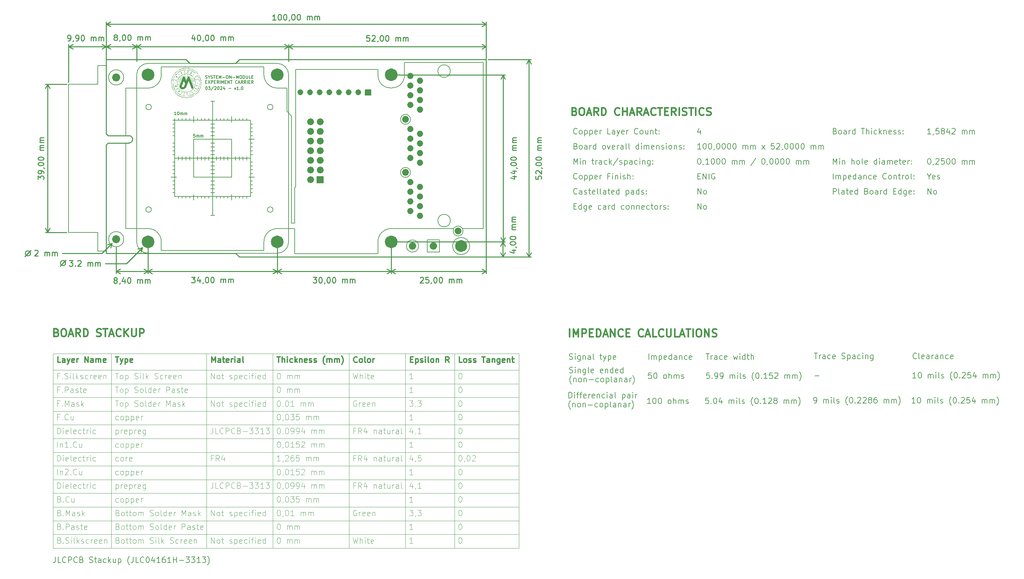
<source format=gbr>
%TF.GenerationSoftware,KiCad,Pcbnew,8.0.1-8.0.1-1~ubuntu22.04.1*%
%TF.CreationDate,2024-03-27T04:29:35+01:00*%
%TF.ProjectId,som-exp-carrier,736f6d2d-6578-4702-9d63-617272696572,v1.0*%
%TF.SameCoordinates,Original*%
%TF.FileFunction,OtherDrawing,Comment*%
%FSLAX46Y46*%
G04 Gerber Fmt 4.6, Leading zero omitted, Abs format (unit mm)*
G04 Created by KiCad (PCBNEW 8.0.1-8.0.1-1~ubuntu22.04.1) date 2024-03-27 04:29:35*
%MOMM*%
%LPD*%
G01*
G04 APERTURE LIST*
%ADD10C,0.150000*%
%ADD11C,0.825000*%
%ADD12C,0.100000*%
%ADD13C,1.675000*%
%ADD14C,0.250000*%
%ADD15C,0.925000*%
%ADD16C,1.075000*%
%ADD17C,0.975000*%
%ADD18C,0.295000*%
%ADD19C,0.775000*%
%ADD20C,1.575000*%
%ADD21C,0.200000*%
%ADD22C,0.300000*%
%ADD23C,0.400000*%
%ADD24C,0.000000*%
G04 APERTURE END LIST*
D10*
X73425969Y-69734031D02*
X73425969Y-68734031D01*
D11*
X129408469Y-51334031D02*
G75*
G02*
X128583469Y-51334031I-412500J0D01*
G01*
X128583469Y-51334031D02*
G75*
G02*
X129408469Y-51334031I412500J0D01*
G01*
D10*
X74425969Y-69234031D02*
X84430000Y-69234031D01*
X79425969Y-69234031D02*
X79425969Y-74234031D01*
X126485969Y-72944031D02*
G75*
G02*
X123885969Y-72944031I-1300000J0D01*
G01*
X123885969Y-72944031D02*
G75*
G02*
X126485969Y-72944031I1300000J0D01*
G01*
X130925969Y-90734031D02*
X134125969Y-90734031D01*
X134125969Y-93934031D01*
X130925969Y-93934031D01*
X130925969Y-90734031D01*
X84925969Y-67234031D02*
X84425969Y-67234031D01*
X78425969Y-79734031D02*
X78425969Y-79234031D01*
X84425969Y-77234031D02*
X84925969Y-77234031D01*
X94425969Y-47234031D02*
X94425969Y-91234031D01*
D12*
X32404288Y-157456000D02*
X155018573Y-157456000D01*
D11*
X126868469Y-78044031D02*
G75*
G02*
X126043469Y-78044031I-412500J0D01*
G01*
X126043469Y-78044031D02*
G75*
G02*
X126868469Y-78044031I412500J0D01*
G01*
D10*
X68425969Y-79234031D02*
X68425969Y-79734031D01*
D11*
X129408469Y-84374031D02*
G75*
G02*
X128583469Y-84374031I-412500J0D01*
G01*
X128583469Y-84374031D02*
G75*
G02*
X129408469Y-84374031I412500J0D01*
G01*
D10*
X73925969Y-70234031D02*
X74925969Y-70234031D01*
D12*
X32404288Y-150244000D02*
X155018573Y-150244000D01*
D10*
X63925969Y-71234031D02*
X64425969Y-71234031D01*
D13*
X122263469Y-47234031D02*
G75*
G02*
X120588469Y-47234031I-837500J0D01*
G01*
X120588469Y-47234031D02*
G75*
G02*
X122263469Y-47234031I837500J0D01*
G01*
D10*
X57425969Y-87734031D02*
X51555969Y-87734031D01*
D14*
X81425969Y-43234031D02*
X146425969Y-43234031D01*
D10*
X44225969Y-44834031D02*
X44225969Y-49734031D01*
D15*
X103208469Y-64694031D02*
G75*
G02*
X102283469Y-64694031I-462500J0D01*
G01*
X102283469Y-64694031D02*
G75*
G02*
X103208469Y-64694031I462500J0D01*
G01*
D12*
X138061429Y-120694000D02*
X138061429Y-171880000D01*
D14*
X25810000Y-94270000D02*
X26610000Y-93470000D01*
D12*
X90290000Y-120694000D02*
X90290000Y-171880000D01*
D10*
X51035969Y-47934031D02*
G75*
G02*
X47035969Y-47934031I-2000000J0D01*
G01*
X47035969Y-47934031D02*
G75*
G02*
X51035969Y-47934031I2000000J0D01*
G01*
X84425969Y-66234031D02*
X84925969Y-66234031D01*
X117925969Y-91234031D02*
X117925969Y-94304031D01*
X64425969Y-65234031D02*
X63925969Y-65234031D01*
X69425969Y-74234031D02*
X74425969Y-74234031D01*
D16*
X49573469Y-90534031D02*
G75*
G02*
X48498469Y-90534031I-537500J0D01*
G01*
X48498469Y-90534031D02*
G75*
G02*
X49573469Y-90534031I537500J0D01*
G01*
D10*
X74925969Y-63234031D02*
X73925969Y-63234031D01*
X84925969Y-70234031D02*
X84425969Y-70234031D01*
X79425969Y-78734031D02*
X79425969Y-80234031D01*
X51555969Y-65184031D02*
X51555969Y-87734031D01*
X54425969Y-47234031D02*
X54425969Y-91234031D01*
D12*
X32404288Y-120694000D02*
X32404288Y-171880000D01*
D17*
X127513469Y-92334031D02*
G75*
G02*
X126538469Y-92334031I-487500J0D01*
G01*
X126538469Y-92334031D02*
G75*
G02*
X127513469Y-92334031I487500J0D01*
G01*
D10*
X60925969Y-47234031D02*
G75*
G02*
X57425969Y-50734029I-3499999J1D01*
G01*
X67425969Y-59234031D02*
X67425969Y-58734031D01*
D14*
X80425969Y-44234031D02*
X81425969Y-43234031D01*
D10*
X96015969Y-87734031D02*
X96015969Y-94304031D01*
X69425969Y-78734031D02*
X69425969Y-80234031D01*
D14*
X35060000Y-96830000D02*
X35860000Y-96030000D01*
D10*
X91425969Y-50734031D02*
X93955969Y-50734031D01*
D15*
X100668469Y-69774031D02*
G75*
G02*
X99743469Y-69774031I-462500J0D01*
G01*
X99743469Y-69774031D02*
G75*
G02*
X100668469Y-69774031I462500J0D01*
G01*
D10*
X87925969Y-47234031D02*
X87925969Y-45174031D01*
X65425969Y-68734031D02*
X65425969Y-69734031D01*
X64425969Y-60234031D02*
X63925969Y-60234031D01*
D14*
X146425969Y-95234031D02*
X81425969Y-95234031D01*
D10*
X72425969Y-58734031D02*
X72425969Y-59234031D01*
X114595969Y-51144031D02*
X116045969Y-51144031D01*
X116045969Y-52594031D01*
X114595969Y-52594031D01*
X114595969Y-51144031D01*
G36*
X114595969Y-51144031D02*
G01*
X116045969Y-51144031D01*
X116045969Y-52594031D01*
X114595969Y-52594031D01*
X114595969Y-51144031D01*
G37*
D18*
X74573469Y-69234031D02*
G75*
G02*
X74278469Y-69234031I-147500J0D01*
G01*
X74278469Y-69234031D02*
G75*
G02*
X74573469Y-69234031I147500J0D01*
G01*
D10*
X63925969Y-77234031D02*
X64425969Y-77234031D01*
X96015969Y-86264031D02*
X95165969Y-86264031D01*
X126485969Y-58964031D02*
G75*
G02*
X123885969Y-58964031I-1300000J0D01*
G01*
X123885969Y-58964031D02*
G75*
G02*
X126485969Y-58964031I1300000J0D01*
G01*
X95165969Y-86264031D02*
X95165969Y-58084031D01*
X78425969Y-59234031D02*
X78425969Y-58734031D01*
X44225969Y-88724031D02*
X44225969Y-93634031D01*
D19*
X108063469Y-51844031D02*
G75*
G02*
X107288469Y-51844031I-387500J0D01*
G01*
X107288469Y-51844031D02*
G75*
G02*
X108063469Y-51844031I387500J0D01*
G01*
D11*
X126868469Y-50084031D02*
G75*
G02*
X126043469Y-50084031I-412500J0D01*
G01*
X126043469Y-50084031D02*
G75*
G02*
X126868469Y-50084031I412500J0D01*
G01*
D15*
X100668469Y-62154031D02*
G75*
G02*
X99743469Y-62154031I-462500J0D01*
G01*
X99743469Y-62154031D02*
G75*
G02*
X100668469Y-62154031I462500J0D01*
G01*
D10*
X73925969Y-62234031D02*
X74925969Y-62234031D01*
X84925969Y-76234031D02*
X84425969Y-76234031D01*
X73425969Y-79734031D02*
X73425969Y-79234031D01*
X93955969Y-50734031D02*
X93955969Y-56874031D01*
X63925969Y-68234031D02*
X64425969Y-68234031D01*
D12*
X32404288Y-143032000D02*
X155018573Y-143032000D01*
D10*
X65425969Y-58734031D02*
X65425969Y-59234031D01*
D15*
X103208469Y-72314031D02*
G75*
G02*
X102283469Y-72314031I-462500J0D01*
G01*
X102283469Y-72314031D02*
G75*
G02*
X103208469Y-72314031I462500J0D01*
G01*
D10*
X74925969Y-76234031D02*
X73925969Y-76234031D01*
X140325969Y-88374031D02*
G75*
G02*
X137725969Y-88374031I-1300000J0D01*
G01*
X137725969Y-88374031D02*
G75*
G02*
X140325969Y-88374031I1300000J0D01*
G01*
X74925969Y-60234031D02*
X73925969Y-60234031D01*
X90305969Y-55734031D02*
G75*
G02*
X88845969Y-55734031I-730000J0D01*
G01*
X88845969Y-55734031D02*
G75*
G02*
X90305969Y-55734031I730000J0D01*
G01*
X80425969Y-79734031D02*
X80425969Y-79234031D01*
D11*
X129408469Y-65314031D02*
G75*
G02*
X128583469Y-65314031I-412500J0D01*
G01*
X128583469Y-65314031D02*
G75*
G02*
X129408469Y-65314031I412500J0D01*
G01*
D19*
X113143469Y-51844031D02*
G75*
G02*
X112368469Y-51844031I-387500J0D01*
G01*
X112368469Y-51844031D02*
G75*
G02*
X113143469Y-51844031I387500J0D01*
G01*
D10*
X63925969Y-66234031D02*
X64425969Y-66234031D01*
X54425969Y-47234031D02*
G75*
G02*
X57425969Y-44234029I3000001J1D01*
G01*
D12*
X125175714Y-120694000D02*
X125175714Y-171880000D01*
D19*
X102983469Y-51844031D02*
G75*
G02*
X102208469Y-51844031I-387500J0D01*
G01*
X102208469Y-51844031D02*
G75*
G02*
X102983469Y-51844031I387500J0D01*
G01*
D10*
X36525969Y-88724031D02*
X44225969Y-88724031D01*
X73425969Y-59234031D02*
X73425969Y-58734031D01*
X70425969Y-58734031D02*
X70425969Y-59234031D01*
X77425969Y-68734031D02*
X77425969Y-69734031D01*
X63925969Y-62234031D02*
X64425969Y-62234031D01*
D13*
X58263469Y-47234031D02*
G75*
G02*
X56588469Y-47234031I-837500J0D01*
G01*
X56588469Y-47234031D02*
G75*
G02*
X58263469Y-47234031I837500J0D01*
G01*
D10*
X74425969Y-64234031D02*
X69425969Y-64234031D01*
X145605969Y-44004031D02*
X124925969Y-44004031D01*
X80425969Y-59234031D02*
X80425969Y-58734031D01*
D11*
X126868469Y-80584031D02*
G75*
G02*
X126043469Y-80584031I-412500J0D01*
G01*
X126043469Y-80584031D02*
G75*
G02*
X126868469Y-80584031I412500J0D01*
G01*
D15*
X139488469Y-88374031D02*
G75*
G02*
X138563469Y-88374031I-462500J0D01*
G01*
X138563469Y-88374031D02*
G75*
G02*
X139488469Y-88374031I462500J0D01*
G01*
D12*
X110318572Y-120694000D02*
X110318572Y-171880000D01*
D15*
X103208469Y-62154031D02*
G75*
G02*
X102283469Y-62154031I-462500J0D01*
G01*
X102283469Y-62154031D02*
G75*
G02*
X103208469Y-62154031I462500J0D01*
G01*
D14*
X25810000Y-94270000D02*
X25010000Y-95070000D01*
D10*
X36525969Y-49734031D02*
X36525969Y-88724031D01*
X74925969Y-65234031D02*
X73925969Y-65234031D01*
X63925969Y-73234031D02*
X64425969Y-73234031D01*
X82425969Y-79734031D02*
X82425969Y-79234031D01*
X64925969Y-74234031D02*
X63425969Y-74234031D01*
X84425969Y-62234031D02*
X84925969Y-62234031D01*
X96255969Y-76754031D02*
X96255969Y-45834031D01*
X84425969Y-68234031D02*
X84925969Y-68234031D01*
X75425969Y-58734031D02*
X75425969Y-59234031D01*
D11*
X129408469Y-67854031D02*
G75*
G02*
X128583469Y-67854031I-412500J0D01*
G01*
X128583469Y-67854031D02*
G75*
G02*
X129408469Y-67854031I412500J0D01*
G01*
X126868469Y-75504031D02*
G75*
G02*
X126043469Y-75504031I-412500J0D01*
G01*
X126043469Y-75504031D02*
G75*
G02*
X126868469Y-75504031I412500J0D01*
G01*
D10*
X79425969Y-69234031D02*
X79425969Y-64234031D01*
D11*
X126868469Y-52624031D02*
G75*
G02*
X126043469Y-52624031I-412500J0D01*
G01*
X126043469Y-52624031D02*
G75*
G02*
X126868469Y-52624031I412500J0D01*
G01*
D10*
X79425969Y-59734031D02*
X79425969Y-58234031D01*
D12*
X32404288Y-120694000D02*
X155018573Y-120694000D01*
D11*
X126868469Y-69144031D02*
G75*
G02*
X126043469Y-69144031I-412500J0D01*
G01*
X126043469Y-69144031D02*
G75*
G02*
X126868469Y-69144031I412500J0D01*
G01*
X129408469Y-56414031D02*
G75*
G02*
X128583469Y-56414031I-412500J0D01*
G01*
X128583469Y-56414031D02*
G75*
G02*
X129408469Y-56414031I412500J0D01*
G01*
D10*
X91425969Y-50734031D02*
G75*
G02*
X87925969Y-47234031I31J3500031D01*
G01*
X67425969Y-79734031D02*
X67425969Y-79234031D01*
X64425969Y-61234031D02*
X63925969Y-61234031D01*
D14*
X67425969Y-43234031D02*
X46425969Y-43234031D01*
D12*
X47790002Y-120694000D02*
X47790002Y-171880000D01*
D10*
X90305969Y-82734031D02*
G75*
G02*
X88845969Y-82734031I-730000J0D01*
G01*
X88845969Y-82734031D02*
G75*
G02*
X90305969Y-82734031I730000J0D01*
G01*
D14*
X26490000Y-94270000D02*
G75*
G02*
X25130000Y-94270000I-680000J0D01*
G01*
X25130000Y-94270000D02*
G75*
G02*
X26490000Y-94270000I680000J0D01*
G01*
D10*
X71425969Y-69734031D02*
X71425969Y-68734031D01*
X74925969Y-61234031D02*
X73925969Y-61234031D01*
D15*
X100668469Y-67234031D02*
G75*
G02*
X99743469Y-67234031I-462500J0D01*
G01*
X99743469Y-67234031D02*
G75*
G02*
X100668469Y-67234031I462500J0D01*
G01*
D10*
X77425969Y-79234031D02*
X77425969Y-79734031D01*
X78425969Y-69734031D02*
X78425969Y-68734031D01*
D12*
X32404288Y-153850000D02*
X155018573Y-153850000D01*
D14*
X80425969Y-94234031D02*
X81425969Y-95234031D01*
D10*
X79425969Y-74234031D02*
X74425969Y-74234031D01*
X83425969Y-59234031D02*
X83425969Y-58734031D01*
X75425969Y-79234031D02*
X75425969Y-79734031D01*
X124925969Y-47234031D02*
G75*
G02*
X117925969Y-47234031I-3500000J0D01*
G01*
D12*
X32404288Y-164668000D02*
X155018573Y-164668000D01*
D10*
X121425969Y-87734031D02*
X137875969Y-87734031D01*
D11*
X126868469Y-47544031D02*
G75*
G02*
X126043469Y-47544031I-412500J0D01*
G01*
X126043469Y-47544031D02*
G75*
G02*
X126868469Y-47544031I412500J0D01*
G01*
D10*
X83925969Y-64234031D02*
X85425969Y-64234031D01*
X57425969Y-50734031D02*
X51555969Y-50734031D01*
X81425969Y-58734031D02*
X81425969Y-59234031D01*
D19*
X100443469Y-51844031D02*
G75*
G02*
X99668469Y-51844031I-387500J0D01*
G01*
X99668469Y-51844031D02*
G75*
G02*
X100443469Y-51844031I387500J0D01*
G01*
D13*
X92263469Y-91234031D02*
G75*
G02*
X90588469Y-91234031I-837500J0D01*
G01*
X90588469Y-91234031D02*
G75*
G02*
X92263469Y-91234031I837500J0D01*
G01*
D14*
X35740000Y-96830000D02*
G75*
G02*
X34380000Y-96830000I-680000J0D01*
G01*
X34380000Y-96830000D02*
G75*
G02*
X35740000Y-96830000I680000J0D01*
G01*
D10*
X46415969Y-44834031D02*
X44225969Y-44834031D01*
D13*
X92263469Y-47234031D02*
G75*
G02*
X90588469Y-47234031I-837500J0D01*
G01*
X90588469Y-47234031D02*
G75*
G02*
X92263469Y-47234031I837500J0D01*
G01*
D10*
X51555969Y-63284031D02*
X51555969Y-50734031D01*
D11*
X129408469Y-62774031D02*
G75*
G02*
X128583469Y-62774031I-412500J0D01*
G01*
X128583469Y-62774031D02*
G75*
G02*
X129408469Y-62774031I412500J0D01*
G01*
D10*
X84925969Y-65234031D02*
X84425969Y-65234031D01*
X71425969Y-59234031D02*
X71425969Y-58734031D01*
D14*
X80425969Y-44234031D02*
X68425969Y-44234031D01*
D10*
X51035969Y-90534031D02*
G75*
G02*
X47035969Y-90534031I-2000000J0D01*
G01*
X47035969Y-90534031D02*
G75*
G02*
X51035969Y-90534031I2000000J0D01*
G01*
X87925969Y-45174031D02*
X60925969Y-45174031D01*
X73925969Y-67234031D02*
X74925969Y-67234031D01*
X136995969Y-46264031D02*
G75*
G02*
X133695969Y-46264031I-1650000J0D01*
G01*
X133695969Y-46264031D02*
G75*
G02*
X136995969Y-46264031I1650000J0D01*
G01*
X63925969Y-75234031D02*
X64425969Y-75234031D01*
X142075969Y-92334031D02*
G75*
G02*
X137575969Y-92334031I-2250000J0D01*
G01*
X137575969Y-92334031D02*
G75*
G02*
X142075969Y-92334031I2250000J0D01*
G01*
D11*
X129408469Y-48794031D02*
G75*
G02*
X128583469Y-48794031I-412500J0D01*
G01*
X128583469Y-48794031D02*
G75*
G02*
X129408469Y-48794031I412500J0D01*
G01*
D19*
X97903469Y-51844031D02*
G75*
G02*
X97128469Y-51844031I-387500J0D01*
G01*
X97128469Y-51844031D02*
G75*
G02*
X97903469Y-51844031I387500J0D01*
G01*
D10*
X95165969Y-58084031D02*
X93955481Y-56873543D01*
D11*
X129408469Y-53874031D02*
G75*
G02*
X128583469Y-53874031I-412500J0D01*
G01*
X128583469Y-53874031D02*
G75*
G02*
X129408469Y-53874031I412500J0D01*
G01*
D10*
X87925969Y-91234031D02*
G75*
G02*
X91425969Y-87733969I3500031J31D01*
G01*
X73925969Y-73234031D02*
X74925969Y-73234031D01*
D14*
X46425969Y-94234031D02*
X46425969Y-65684031D01*
D10*
X64425969Y-76234031D02*
X63925969Y-76234031D01*
X94425969Y-91234031D02*
G75*
G02*
X91425969Y-94233969I-2999969J31D01*
G01*
X75425969Y-68734031D02*
X75425969Y-69734031D01*
X65425969Y-79234031D02*
X65425969Y-79734031D01*
D14*
X35060000Y-96830000D02*
X34260000Y-97630000D01*
D10*
X83925969Y-74234031D02*
X85425969Y-74234031D01*
D14*
X46425969Y-65684031D02*
X46925969Y-65184031D01*
D10*
X64425969Y-59234031D02*
X84425969Y-59234031D01*
X84425969Y-79234031D01*
X64425969Y-79234031D01*
X64425969Y-59234031D01*
D19*
X110603469Y-51844031D02*
G75*
G02*
X109828469Y-51844031I-387500J0D01*
G01*
X109828469Y-51844031D02*
G75*
G02*
X110603469Y-51844031I387500J0D01*
G01*
D10*
X73925969Y-72234031D02*
X74925969Y-72234031D01*
X64425969Y-59234031D02*
X63925969Y-59234031D01*
X58305969Y-82734031D02*
G75*
G02*
X56845969Y-82734031I-730000J0D01*
G01*
X56845969Y-82734031D02*
G75*
G02*
X58305969Y-82734031I730000J0D01*
G01*
X117925969Y-45834031D02*
X96255969Y-45834031D01*
X79425969Y-64234031D02*
X74425969Y-64234031D01*
D15*
X103208469Y-59614031D02*
G75*
G02*
X102283469Y-59614031I-462500J0D01*
G01*
X102283469Y-59614031D02*
G75*
G02*
X103208469Y-59614031I462500J0D01*
G01*
D10*
X64425969Y-59234031D02*
X64425969Y-58734031D01*
D11*
X126868469Y-55164031D02*
G75*
G02*
X126043469Y-55164031I-412500J0D01*
G01*
X126043469Y-55164031D02*
G75*
G02*
X126868469Y-55164031I412500J0D01*
G01*
D10*
X80425969Y-69734031D02*
X80425969Y-68734031D01*
X64425969Y-67234031D02*
X63925969Y-67234031D01*
X83425969Y-69734031D02*
X83425969Y-68734031D01*
D12*
X32404288Y-168274000D02*
X155018573Y-168274000D01*
D10*
X44225969Y-49734031D02*
X36525969Y-49734031D01*
D15*
X100668469Y-72314031D02*
G75*
G02*
X99743469Y-72314031I-462500J0D01*
G01*
X99743469Y-72314031D02*
G75*
G02*
X100668469Y-72314031I462500J0D01*
G01*
D14*
X146425969Y-43234031D02*
X146425969Y-95234031D01*
D10*
X145605969Y-87734031D02*
X145605969Y-44004031D01*
X74925969Y-66234031D02*
X73925969Y-66234031D01*
X84925969Y-60234031D02*
X84425969Y-60234031D01*
D14*
X52435969Y-63284031D02*
G75*
G02*
X52435969Y-65183969I31J-949969D01*
G01*
D10*
X124925969Y-47234031D02*
X124925969Y-44004031D01*
X82425969Y-59234031D02*
X82425969Y-58734031D01*
D11*
X126868469Y-83124031D02*
G75*
G02*
X126043469Y-83124031I-412500J0D01*
G01*
X126043469Y-83124031D02*
G75*
G02*
X126868469Y-83124031I412500J0D01*
G01*
X129408469Y-79294031D02*
G75*
G02*
X128583469Y-79294031I-412500J0D01*
G01*
X128583469Y-79294031D02*
G75*
G02*
X129408469Y-79294031I412500J0D01*
G01*
D10*
X68425969Y-58734031D02*
X68425969Y-59234031D01*
X77425969Y-58734031D02*
X77425969Y-59234031D01*
D14*
X46425969Y-62784031D02*
X46425969Y-43234031D01*
D10*
X84925969Y-72234031D02*
X84425969Y-72234031D01*
D14*
X46915969Y-63284031D02*
X46429186Y-62797248D01*
D10*
X64425969Y-72234031D02*
X63925969Y-72234031D01*
X74425969Y-69234031D02*
X74425969Y-84234031D01*
D15*
X125648469Y-72944031D02*
G75*
G02*
X124723469Y-72944031I-462500J0D01*
G01*
X124723469Y-72944031D02*
G75*
G02*
X125648469Y-72944031I462500J0D01*
G01*
D12*
X32404288Y-161062000D02*
X155018573Y-161062000D01*
D10*
X72425969Y-68734031D02*
X72425969Y-69734031D01*
X66425969Y-68734031D02*
X66425969Y-69734031D01*
D11*
X126868469Y-64064031D02*
G75*
G02*
X126043469Y-64064031I-412500J0D01*
G01*
X126043469Y-64064031D02*
G75*
G02*
X126868469Y-64064031I412500J0D01*
G01*
D14*
X46925969Y-65184031D02*
X52435969Y-65184031D01*
D13*
X122263469Y-91234031D02*
G75*
G02*
X120588469Y-91234031I-837500J0D01*
G01*
X120588469Y-91234031D02*
G75*
G02*
X122263469Y-91234031I837500J0D01*
G01*
D10*
X57425969Y-87734031D02*
G75*
G02*
X60925969Y-91234031I31J-3499969D01*
G01*
X94425969Y-69234031D02*
X94425969Y-70234031D01*
X81425969Y-79234031D02*
X81425969Y-79734031D01*
D12*
X32404288Y-128608000D02*
X155018573Y-128608000D01*
D10*
X72425969Y-79234031D02*
X72425969Y-79734031D01*
X81425969Y-68734031D02*
X81425969Y-69734031D01*
D14*
X52435969Y-63284031D02*
X46915969Y-63284031D01*
D10*
X82425969Y-69734031D02*
X82425969Y-68734031D01*
X60925969Y-93464031D02*
X87925969Y-93464031D01*
X63925969Y-78234031D02*
X64425969Y-78234031D01*
X73925969Y-77234031D02*
X74925969Y-77234031D01*
D19*
X105523469Y-51844031D02*
G75*
G02*
X104748469Y-51844031I-387500J0D01*
G01*
X104748469Y-51844031D02*
G75*
G02*
X105523469Y-51844031I387500J0D01*
G01*
D10*
X74925969Y-54234031D02*
X73925969Y-54234031D01*
X44225969Y-93634031D02*
X46425969Y-93634031D01*
D11*
X129408469Y-70394031D02*
G75*
G02*
X128583469Y-70394031I-412500J0D01*
G01*
X128583469Y-70394031D02*
G75*
G02*
X129408469Y-70394031I412500J0D01*
G01*
D10*
X68425969Y-68734031D02*
X68425969Y-69734031D01*
D11*
X126868469Y-66604031D02*
G75*
G02*
X126043469Y-66604031I-412500J0D01*
G01*
X126043469Y-66604031D02*
G75*
G02*
X126868469Y-66604031I412500J0D01*
G01*
D10*
X73925969Y-78234031D02*
X74925969Y-78234031D01*
X69425969Y-69234031D02*
X69425969Y-74234031D01*
X64425969Y-63234031D02*
X63925969Y-63234031D01*
D15*
X100668469Y-59614031D02*
G75*
G02*
X99743469Y-59614031I-462500J0D01*
G01*
X99743469Y-59614031D02*
G75*
G02*
X100668469Y-59614031I462500J0D01*
G01*
D10*
X94425969Y-69234031D02*
X94425969Y-68234031D01*
D12*
X32404288Y-132214000D02*
X155018573Y-132214000D01*
X32404288Y-171880000D02*
X155018573Y-171880000D01*
D10*
X117925969Y-47234031D02*
X117925969Y-45834031D01*
D11*
X126868469Y-61524031D02*
G75*
G02*
X126043469Y-61524031I-412500J0D01*
G01*
X126043469Y-61524031D02*
G75*
G02*
X126868469Y-61524031I412500J0D01*
G01*
D14*
X46425969Y-94234031D02*
X80425969Y-94234031D01*
D10*
X74425969Y-69234031D02*
X64430000Y-69234031D01*
X76425969Y-69734031D02*
X76425969Y-68734031D01*
X57425969Y-94234031D02*
G75*
G02*
X54425969Y-91234031I31J3000031D01*
G01*
D17*
X133013469Y-92334031D02*
G75*
G02*
X132038469Y-92334031I-487500J0D01*
G01*
X132038469Y-92334031D02*
G75*
G02*
X133013469Y-92334031I487500J0D01*
G01*
D15*
X100668469Y-74854031D02*
G75*
G02*
X99743469Y-74854031I-462500J0D01*
G01*
X99743469Y-74854031D02*
G75*
G02*
X100668469Y-74854031I462500J0D01*
G01*
D10*
X96255969Y-76754031D02*
X96015750Y-76994250D01*
X84425969Y-73234031D02*
X84925969Y-73234031D01*
D20*
X140613469Y-92334031D02*
G75*
G02*
X139038469Y-92334031I-787500J0D01*
G01*
X139038469Y-92334031D02*
G75*
G02*
X140613469Y-92334031I787500J0D01*
G01*
D12*
X32404288Y-146638000D02*
X155018573Y-146638000D01*
D10*
X101895969Y-74004031D02*
X103595969Y-74004031D01*
X103595969Y-75704031D01*
X101895969Y-75704031D01*
X101895969Y-74004031D01*
G36*
X101895969Y-74004031D02*
G01*
X103595969Y-74004031D01*
X103595969Y-75704031D01*
X101895969Y-75704031D01*
X101895969Y-74004031D01*
G37*
X70425969Y-68734031D02*
X70425969Y-69734031D01*
D12*
X32404288Y-139426000D02*
X155018573Y-139426000D01*
D10*
X58305969Y-55734031D02*
G75*
G02*
X56845969Y-55734031I-730000J0D01*
G01*
X56845969Y-55734031D02*
G75*
G02*
X58305969Y-55734031I730000J0D01*
G01*
X96015969Y-86264031D02*
X96015969Y-76994031D01*
X60925969Y-91234031D02*
X60925969Y-93464031D01*
X60925969Y-47234031D02*
X60925969Y-45174031D01*
D11*
X129408469Y-76754031D02*
G75*
G02*
X128583469Y-76754031I-412500J0D01*
G01*
X128583469Y-76754031D02*
G75*
G02*
X129408469Y-76754031I412500J0D01*
G01*
D10*
X96015969Y-94304031D02*
X117925969Y-94304031D01*
X64425969Y-70234031D02*
X63925969Y-70234031D01*
X71425969Y-79734031D02*
X71425969Y-79234031D01*
D12*
X32404288Y-125002000D02*
X155018573Y-125002000D01*
D10*
X87925969Y-91234031D02*
X87925969Y-93464031D01*
X74425969Y-69234031D02*
X74425969Y-54234031D01*
D11*
X129408469Y-81834031D02*
G75*
G02*
X128583469Y-81834031I-412500J0D01*
G01*
X128583469Y-81834031D02*
G75*
G02*
X129408469Y-81834031I412500J0D01*
G01*
D15*
X103208469Y-67234031D02*
G75*
G02*
X102283469Y-67234031I-462500J0D01*
G01*
X102283469Y-67234031D02*
G75*
G02*
X103208469Y-67234031I462500J0D01*
G01*
D10*
X136995969Y-85634031D02*
G75*
G02*
X133695969Y-85634031I-1650000J0D01*
G01*
X133695969Y-85634031D02*
G75*
G02*
X136995969Y-85634031I1650000J0D01*
G01*
D14*
X68425969Y-44234031D02*
X67425969Y-43234031D01*
D10*
X117925969Y-91234031D02*
G75*
G02*
X121425969Y-87733969I3500031J31D01*
G01*
X66425969Y-58734031D02*
X66425969Y-59234031D01*
X83425969Y-79734031D02*
X83425969Y-79234031D01*
X66425969Y-79234031D02*
X66425969Y-79734031D01*
X74925969Y-68234031D02*
X73925969Y-68234031D01*
X67425969Y-69734031D02*
X67425969Y-68734031D01*
X84425969Y-71234031D02*
X84925969Y-71234031D01*
X70425969Y-79234031D02*
X70425969Y-79734031D01*
X69425969Y-64234031D02*
X69425969Y-69234031D01*
D15*
X103208469Y-69774031D02*
G75*
G02*
X102283469Y-69774031I-462500J0D01*
G01*
X102283469Y-69774031D02*
G75*
G02*
X103208469Y-69774031I462500J0D01*
G01*
D10*
X73925969Y-84234031D02*
X74925969Y-84234031D01*
X57425969Y-94234031D02*
X91425969Y-94234031D01*
D15*
X125648469Y-58964031D02*
G75*
G02*
X124723469Y-58964031I-462500J0D01*
G01*
X124723469Y-58964031D02*
G75*
G02*
X125648469Y-58964031I462500J0D01*
G01*
D10*
X84425969Y-78234031D02*
X84925969Y-78234031D01*
X74925969Y-71234031D02*
X73925969Y-71234031D01*
X73925969Y-75234031D02*
X74925969Y-75234031D01*
X84925969Y-61234031D02*
X84425969Y-61234031D01*
X145605969Y-87734031D02*
X140165969Y-87734031D01*
D12*
X72861430Y-120694000D02*
X72861430Y-171880000D01*
X32404288Y-135820000D02*
X155018573Y-135820000D01*
D13*
X58263469Y-91234031D02*
G75*
G02*
X56588469Y-91234031I-837500J0D01*
G01*
X56588469Y-91234031D02*
G75*
G02*
X58263469Y-91234031I837500J0D01*
G01*
D10*
X128625969Y-92334031D02*
G75*
G02*
X125425969Y-92334031I-1600000J0D01*
G01*
X125425969Y-92334031D02*
G75*
G02*
X128625969Y-92334031I1600000J0D01*
G01*
D12*
X155018573Y-120694000D02*
X155018573Y-171880000D01*
D16*
X49573469Y-47934031D02*
G75*
G02*
X48498469Y-47934031I-537500J0D01*
G01*
X48498469Y-47934031D02*
G75*
G02*
X49573469Y-47934031I537500J0D01*
G01*
D10*
X69425969Y-59734031D02*
X69425969Y-58234031D01*
X91425969Y-87734031D02*
X96015969Y-87734031D01*
X91425969Y-44234031D02*
G75*
G02*
X94425969Y-47234031I31J-2999969D01*
G01*
X76425969Y-59234031D02*
X76425969Y-58734031D01*
D15*
X100668469Y-64694031D02*
G75*
G02*
X99743469Y-64694031I-462500J0D01*
G01*
X99743469Y-64694031D02*
G75*
G02*
X100668469Y-64694031I462500J0D01*
G01*
D10*
X76425969Y-79734031D02*
X76425969Y-79234031D01*
X84425969Y-75234031D02*
X84925969Y-75234031D01*
X57425969Y-44234031D02*
X91425969Y-44234031D01*
X84925969Y-63234031D02*
X84425969Y-63234031D01*
D12*
X49462933Y-162592514D02*
X49677219Y-162663942D01*
X49677219Y-162663942D02*
X49748648Y-162735371D01*
X49748648Y-162735371D02*
X49820076Y-162878228D01*
X49820076Y-162878228D02*
X49820076Y-163092514D01*
X49820076Y-163092514D02*
X49748648Y-163235371D01*
X49748648Y-163235371D02*
X49677219Y-163306800D01*
X49677219Y-163306800D02*
X49534362Y-163378228D01*
X49534362Y-163378228D02*
X48962933Y-163378228D01*
X48962933Y-163378228D02*
X48962933Y-161878228D01*
X48962933Y-161878228D02*
X49462933Y-161878228D01*
X49462933Y-161878228D02*
X49605791Y-161949657D01*
X49605791Y-161949657D02*
X49677219Y-162021085D01*
X49677219Y-162021085D02*
X49748648Y-162163942D01*
X49748648Y-162163942D02*
X49748648Y-162306800D01*
X49748648Y-162306800D02*
X49677219Y-162449657D01*
X49677219Y-162449657D02*
X49605791Y-162521085D01*
X49605791Y-162521085D02*
X49462933Y-162592514D01*
X49462933Y-162592514D02*
X48962933Y-162592514D01*
X50677219Y-163378228D02*
X50534362Y-163306800D01*
X50534362Y-163306800D02*
X50462933Y-163235371D01*
X50462933Y-163235371D02*
X50391505Y-163092514D01*
X50391505Y-163092514D02*
X50391505Y-162663942D01*
X50391505Y-162663942D02*
X50462933Y-162521085D01*
X50462933Y-162521085D02*
X50534362Y-162449657D01*
X50534362Y-162449657D02*
X50677219Y-162378228D01*
X50677219Y-162378228D02*
X50891505Y-162378228D01*
X50891505Y-162378228D02*
X51034362Y-162449657D01*
X51034362Y-162449657D02*
X51105791Y-162521085D01*
X51105791Y-162521085D02*
X51177219Y-162663942D01*
X51177219Y-162663942D02*
X51177219Y-163092514D01*
X51177219Y-163092514D02*
X51105791Y-163235371D01*
X51105791Y-163235371D02*
X51034362Y-163306800D01*
X51034362Y-163306800D02*
X50891505Y-163378228D01*
X50891505Y-163378228D02*
X50677219Y-163378228D01*
X51605791Y-162378228D02*
X52177219Y-162378228D01*
X51820076Y-161878228D02*
X51820076Y-163163942D01*
X51820076Y-163163942D02*
X51891505Y-163306800D01*
X51891505Y-163306800D02*
X52034362Y-163378228D01*
X52034362Y-163378228D02*
X52177219Y-163378228D01*
X52462934Y-162378228D02*
X53034362Y-162378228D01*
X52677219Y-161878228D02*
X52677219Y-163163942D01*
X52677219Y-163163942D02*
X52748648Y-163306800D01*
X52748648Y-163306800D02*
X52891505Y-163378228D01*
X52891505Y-163378228D02*
X53034362Y-163378228D01*
X53748648Y-163378228D02*
X53605791Y-163306800D01*
X53605791Y-163306800D02*
X53534362Y-163235371D01*
X53534362Y-163235371D02*
X53462934Y-163092514D01*
X53462934Y-163092514D02*
X53462934Y-162663942D01*
X53462934Y-162663942D02*
X53534362Y-162521085D01*
X53534362Y-162521085D02*
X53605791Y-162449657D01*
X53605791Y-162449657D02*
X53748648Y-162378228D01*
X53748648Y-162378228D02*
X53962934Y-162378228D01*
X53962934Y-162378228D02*
X54105791Y-162449657D01*
X54105791Y-162449657D02*
X54177220Y-162521085D01*
X54177220Y-162521085D02*
X54248648Y-162663942D01*
X54248648Y-162663942D02*
X54248648Y-163092514D01*
X54248648Y-163092514D02*
X54177220Y-163235371D01*
X54177220Y-163235371D02*
X54105791Y-163306800D01*
X54105791Y-163306800D02*
X53962934Y-163378228D01*
X53962934Y-163378228D02*
X53748648Y-163378228D01*
X54891505Y-163378228D02*
X54891505Y-162378228D01*
X54891505Y-162521085D02*
X54962934Y-162449657D01*
X54962934Y-162449657D02*
X55105791Y-162378228D01*
X55105791Y-162378228D02*
X55320077Y-162378228D01*
X55320077Y-162378228D02*
X55462934Y-162449657D01*
X55462934Y-162449657D02*
X55534363Y-162592514D01*
X55534363Y-162592514D02*
X55534363Y-163378228D01*
X55534363Y-162592514D02*
X55605791Y-162449657D01*
X55605791Y-162449657D02*
X55748648Y-162378228D01*
X55748648Y-162378228D02*
X55962934Y-162378228D01*
X55962934Y-162378228D02*
X56105791Y-162449657D01*
X56105791Y-162449657D02*
X56177220Y-162592514D01*
X56177220Y-162592514D02*
X56177220Y-163378228D01*
X57962934Y-163306800D02*
X58177220Y-163378228D01*
X58177220Y-163378228D02*
X58534362Y-163378228D01*
X58534362Y-163378228D02*
X58677220Y-163306800D01*
X58677220Y-163306800D02*
X58748648Y-163235371D01*
X58748648Y-163235371D02*
X58820077Y-163092514D01*
X58820077Y-163092514D02*
X58820077Y-162949657D01*
X58820077Y-162949657D02*
X58748648Y-162806800D01*
X58748648Y-162806800D02*
X58677220Y-162735371D01*
X58677220Y-162735371D02*
X58534362Y-162663942D01*
X58534362Y-162663942D02*
X58248648Y-162592514D01*
X58248648Y-162592514D02*
X58105791Y-162521085D01*
X58105791Y-162521085D02*
X58034362Y-162449657D01*
X58034362Y-162449657D02*
X57962934Y-162306800D01*
X57962934Y-162306800D02*
X57962934Y-162163942D01*
X57962934Y-162163942D02*
X58034362Y-162021085D01*
X58034362Y-162021085D02*
X58105791Y-161949657D01*
X58105791Y-161949657D02*
X58248648Y-161878228D01*
X58248648Y-161878228D02*
X58605791Y-161878228D01*
X58605791Y-161878228D02*
X58820077Y-161949657D01*
X59677219Y-163378228D02*
X59534362Y-163306800D01*
X59534362Y-163306800D02*
X59462933Y-163235371D01*
X59462933Y-163235371D02*
X59391505Y-163092514D01*
X59391505Y-163092514D02*
X59391505Y-162663942D01*
X59391505Y-162663942D02*
X59462933Y-162521085D01*
X59462933Y-162521085D02*
X59534362Y-162449657D01*
X59534362Y-162449657D02*
X59677219Y-162378228D01*
X59677219Y-162378228D02*
X59891505Y-162378228D01*
X59891505Y-162378228D02*
X60034362Y-162449657D01*
X60034362Y-162449657D02*
X60105791Y-162521085D01*
X60105791Y-162521085D02*
X60177219Y-162663942D01*
X60177219Y-162663942D02*
X60177219Y-163092514D01*
X60177219Y-163092514D02*
X60105791Y-163235371D01*
X60105791Y-163235371D02*
X60034362Y-163306800D01*
X60034362Y-163306800D02*
X59891505Y-163378228D01*
X59891505Y-163378228D02*
X59677219Y-163378228D01*
X61034362Y-163378228D02*
X60891505Y-163306800D01*
X60891505Y-163306800D02*
X60820076Y-163163942D01*
X60820076Y-163163942D02*
X60820076Y-161878228D01*
X62248648Y-163378228D02*
X62248648Y-161878228D01*
X62248648Y-163306800D02*
X62105790Y-163378228D01*
X62105790Y-163378228D02*
X61820076Y-163378228D01*
X61820076Y-163378228D02*
X61677219Y-163306800D01*
X61677219Y-163306800D02*
X61605790Y-163235371D01*
X61605790Y-163235371D02*
X61534362Y-163092514D01*
X61534362Y-163092514D02*
X61534362Y-162663942D01*
X61534362Y-162663942D02*
X61605790Y-162521085D01*
X61605790Y-162521085D02*
X61677219Y-162449657D01*
X61677219Y-162449657D02*
X61820076Y-162378228D01*
X61820076Y-162378228D02*
X62105790Y-162378228D01*
X62105790Y-162378228D02*
X62248648Y-162449657D01*
X63534362Y-163306800D02*
X63391505Y-163378228D01*
X63391505Y-163378228D02*
X63105791Y-163378228D01*
X63105791Y-163378228D02*
X62962933Y-163306800D01*
X62962933Y-163306800D02*
X62891505Y-163163942D01*
X62891505Y-163163942D02*
X62891505Y-162592514D01*
X62891505Y-162592514D02*
X62962933Y-162449657D01*
X62962933Y-162449657D02*
X63105791Y-162378228D01*
X63105791Y-162378228D02*
X63391505Y-162378228D01*
X63391505Y-162378228D02*
X63534362Y-162449657D01*
X63534362Y-162449657D02*
X63605791Y-162592514D01*
X63605791Y-162592514D02*
X63605791Y-162735371D01*
X63605791Y-162735371D02*
X62891505Y-162878228D01*
X64248647Y-163378228D02*
X64248647Y-162378228D01*
X64248647Y-162663942D02*
X64320076Y-162521085D01*
X64320076Y-162521085D02*
X64391505Y-162449657D01*
X64391505Y-162449657D02*
X64534362Y-162378228D01*
X64534362Y-162378228D02*
X64677219Y-162378228D01*
X66320075Y-163378228D02*
X66320075Y-161878228D01*
X66320075Y-161878228D02*
X66820075Y-162949657D01*
X66820075Y-162949657D02*
X67320075Y-161878228D01*
X67320075Y-161878228D02*
X67320075Y-163378228D01*
X68677219Y-163378228D02*
X68677219Y-162592514D01*
X68677219Y-162592514D02*
X68605790Y-162449657D01*
X68605790Y-162449657D02*
X68462933Y-162378228D01*
X68462933Y-162378228D02*
X68177219Y-162378228D01*
X68177219Y-162378228D02*
X68034361Y-162449657D01*
X68677219Y-163306800D02*
X68534361Y-163378228D01*
X68534361Y-163378228D02*
X68177219Y-163378228D01*
X68177219Y-163378228D02*
X68034361Y-163306800D01*
X68034361Y-163306800D02*
X67962933Y-163163942D01*
X67962933Y-163163942D02*
X67962933Y-163021085D01*
X67962933Y-163021085D02*
X68034361Y-162878228D01*
X68034361Y-162878228D02*
X68177219Y-162806800D01*
X68177219Y-162806800D02*
X68534361Y-162806800D01*
X68534361Y-162806800D02*
X68677219Y-162735371D01*
X69320076Y-163306800D02*
X69462933Y-163378228D01*
X69462933Y-163378228D02*
X69748647Y-163378228D01*
X69748647Y-163378228D02*
X69891504Y-163306800D01*
X69891504Y-163306800D02*
X69962933Y-163163942D01*
X69962933Y-163163942D02*
X69962933Y-163092514D01*
X69962933Y-163092514D02*
X69891504Y-162949657D01*
X69891504Y-162949657D02*
X69748647Y-162878228D01*
X69748647Y-162878228D02*
X69534362Y-162878228D01*
X69534362Y-162878228D02*
X69391504Y-162806800D01*
X69391504Y-162806800D02*
X69320076Y-162663942D01*
X69320076Y-162663942D02*
X69320076Y-162592514D01*
X69320076Y-162592514D02*
X69391504Y-162449657D01*
X69391504Y-162449657D02*
X69534362Y-162378228D01*
X69534362Y-162378228D02*
X69748647Y-162378228D01*
X69748647Y-162378228D02*
X69891504Y-162449657D01*
X70605790Y-163378228D02*
X70605790Y-161878228D01*
X70748648Y-162806800D02*
X71177219Y-163378228D01*
X71177219Y-162378228D02*
X70605790Y-162949657D01*
X91748646Y-136636228D02*
X91891503Y-136636228D01*
X91891503Y-136636228D02*
X92034360Y-136707657D01*
X92034360Y-136707657D02*
X92105789Y-136779085D01*
X92105789Y-136779085D02*
X92177217Y-136921942D01*
X92177217Y-136921942D02*
X92248646Y-137207657D01*
X92248646Y-137207657D02*
X92248646Y-137564800D01*
X92248646Y-137564800D02*
X92177217Y-137850514D01*
X92177217Y-137850514D02*
X92105789Y-137993371D01*
X92105789Y-137993371D02*
X92034360Y-138064800D01*
X92034360Y-138064800D02*
X91891503Y-138136228D01*
X91891503Y-138136228D02*
X91748646Y-138136228D01*
X91748646Y-138136228D02*
X91605789Y-138064800D01*
X91605789Y-138064800D02*
X91534360Y-137993371D01*
X91534360Y-137993371D02*
X91462931Y-137850514D01*
X91462931Y-137850514D02*
X91391503Y-137564800D01*
X91391503Y-137564800D02*
X91391503Y-137207657D01*
X91391503Y-137207657D02*
X91462931Y-136921942D01*
X91462931Y-136921942D02*
X91534360Y-136779085D01*
X91534360Y-136779085D02*
X91605789Y-136707657D01*
X91605789Y-136707657D02*
X91748646Y-136636228D01*
X92962931Y-138064800D02*
X92962931Y-138136228D01*
X92962931Y-138136228D02*
X92891502Y-138279085D01*
X92891502Y-138279085D02*
X92820074Y-138350514D01*
X93891503Y-136636228D02*
X94034360Y-136636228D01*
X94034360Y-136636228D02*
X94177217Y-136707657D01*
X94177217Y-136707657D02*
X94248646Y-136779085D01*
X94248646Y-136779085D02*
X94320074Y-136921942D01*
X94320074Y-136921942D02*
X94391503Y-137207657D01*
X94391503Y-137207657D02*
X94391503Y-137564800D01*
X94391503Y-137564800D02*
X94320074Y-137850514D01*
X94320074Y-137850514D02*
X94248646Y-137993371D01*
X94248646Y-137993371D02*
X94177217Y-138064800D01*
X94177217Y-138064800D02*
X94034360Y-138136228D01*
X94034360Y-138136228D02*
X93891503Y-138136228D01*
X93891503Y-138136228D02*
X93748646Y-138064800D01*
X93748646Y-138064800D02*
X93677217Y-137993371D01*
X93677217Y-137993371D02*
X93605788Y-137850514D01*
X93605788Y-137850514D02*
X93534360Y-137564800D01*
X93534360Y-137564800D02*
X93534360Y-137207657D01*
X93534360Y-137207657D02*
X93605788Y-136921942D01*
X93605788Y-136921942D02*
X93677217Y-136779085D01*
X93677217Y-136779085D02*
X93748646Y-136707657D01*
X93748646Y-136707657D02*
X93891503Y-136636228D01*
X94891502Y-136636228D02*
X95820074Y-136636228D01*
X95820074Y-136636228D02*
X95320074Y-137207657D01*
X95320074Y-137207657D02*
X95534359Y-137207657D01*
X95534359Y-137207657D02*
X95677217Y-137279085D01*
X95677217Y-137279085D02*
X95748645Y-137350514D01*
X95748645Y-137350514D02*
X95820074Y-137493371D01*
X95820074Y-137493371D02*
X95820074Y-137850514D01*
X95820074Y-137850514D02*
X95748645Y-137993371D01*
X95748645Y-137993371D02*
X95677217Y-138064800D01*
X95677217Y-138064800D02*
X95534359Y-138136228D01*
X95534359Y-138136228D02*
X95105788Y-138136228D01*
X95105788Y-138136228D02*
X94962931Y-138064800D01*
X94962931Y-138064800D02*
X94891502Y-137993371D01*
X97177216Y-136636228D02*
X96462930Y-136636228D01*
X96462930Y-136636228D02*
X96391502Y-137350514D01*
X96391502Y-137350514D02*
X96462930Y-137279085D01*
X96462930Y-137279085D02*
X96605788Y-137207657D01*
X96605788Y-137207657D02*
X96962930Y-137207657D01*
X96962930Y-137207657D02*
X97105788Y-137279085D01*
X97105788Y-137279085D02*
X97177216Y-137350514D01*
X97177216Y-137350514D02*
X97248645Y-137493371D01*
X97248645Y-137493371D02*
X97248645Y-137850514D01*
X97248645Y-137850514D02*
X97177216Y-137993371D01*
X97177216Y-137993371D02*
X97105788Y-138064800D01*
X97105788Y-138064800D02*
X96962930Y-138136228D01*
X96962930Y-138136228D02*
X96605788Y-138136228D01*
X96605788Y-138136228D02*
X96462930Y-138064800D01*
X96462930Y-138064800D02*
X96391502Y-137993371D01*
X99034358Y-138136228D02*
X99034358Y-137136228D01*
X99034358Y-137279085D02*
X99105787Y-137207657D01*
X99105787Y-137207657D02*
X99248644Y-137136228D01*
X99248644Y-137136228D02*
X99462930Y-137136228D01*
X99462930Y-137136228D02*
X99605787Y-137207657D01*
X99605787Y-137207657D02*
X99677216Y-137350514D01*
X99677216Y-137350514D02*
X99677216Y-138136228D01*
X99677216Y-137350514D02*
X99748644Y-137207657D01*
X99748644Y-137207657D02*
X99891501Y-137136228D01*
X99891501Y-137136228D02*
X100105787Y-137136228D01*
X100105787Y-137136228D02*
X100248644Y-137207657D01*
X100248644Y-137207657D02*
X100320073Y-137350514D01*
X100320073Y-137350514D02*
X100320073Y-138136228D01*
X101034358Y-138136228D02*
X101034358Y-137136228D01*
X101034358Y-137279085D02*
X101105787Y-137207657D01*
X101105787Y-137207657D02*
X101248644Y-137136228D01*
X101248644Y-137136228D02*
X101462930Y-137136228D01*
X101462930Y-137136228D02*
X101605787Y-137207657D01*
X101605787Y-137207657D02*
X101677216Y-137350514D01*
X101677216Y-137350514D02*
X101677216Y-138136228D01*
X101677216Y-137350514D02*
X101748644Y-137207657D01*
X101748644Y-137207657D02*
X101891501Y-137136228D01*
X101891501Y-137136228D02*
X102105787Y-137136228D01*
X102105787Y-137136228D02*
X102248644Y-137207657D01*
X102248644Y-137207657D02*
X102320073Y-137350514D01*
X102320073Y-137350514D02*
X102320073Y-138136228D01*
X127134360Y-152560228D02*
X126277217Y-152560228D01*
X126705788Y-152560228D02*
X126705788Y-151060228D01*
X126705788Y-151060228D02*
X126562931Y-151274514D01*
X126562931Y-151274514D02*
X126420074Y-151417371D01*
X126420074Y-151417371D02*
X126277217Y-151488800D01*
X33577219Y-156166228D02*
X33577219Y-154666228D01*
X33577219Y-154666228D02*
X33934362Y-154666228D01*
X33934362Y-154666228D02*
X34148648Y-154737657D01*
X34148648Y-154737657D02*
X34291505Y-154880514D01*
X34291505Y-154880514D02*
X34362934Y-155023371D01*
X34362934Y-155023371D02*
X34434362Y-155309085D01*
X34434362Y-155309085D02*
X34434362Y-155523371D01*
X34434362Y-155523371D02*
X34362934Y-155809085D01*
X34362934Y-155809085D02*
X34291505Y-155951942D01*
X34291505Y-155951942D02*
X34148648Y-156094800D01*
X34148648Y-156094800D02*
X33934362Y-156166228D01*
X33934362Y-156166228D02*
X33577219Y-156166228D01*
X35077219Y-156166228D02*
X35077219Y-155166228D01*
X35077219Y-154666228D02*
X35005791Y-154737657D01*
X35005791Y-154737657D02*
X35077219Y-154809085D01*
X35077219Y-154809085D02*
X35148648Y-154737657D01*
X35148648Y-154737657D02*
X35077219Y-154666228D01*
X35077219Y-154666228D02*
X35077219Y-154809085D01*
X36362934Y-156094800D02*
X36220077Y-156166228D01*
X36220077Y-156166228D02*
X35934363Y-156166228D01*
X35934363Y-156166228D02*
X35791505Y-156094800D01*
X35791505Y-156094800D02*
X35720077Y-155951942D01*
X35720077Y-155951942D02*
X35720077Y-155380514D01*
X35720077Y-155380514D02*
X35791505Y-155237657D01*
X35791505Y-155237657D02*
X35934363Y-155166228D01*
X35934363Y-155166228D02*
X36220077Y-155166228D01*
X36220077Y-155166228D02*
X36362934Y-155237657D01*
X36362934Y-155237657D02*
X36434363Y-155380514D01*
X36434363Y-155380514D02*
X36434363Y-155523371D01*
X36434363Y-155523371D02*
X35720077Y-155666228D01*
X37291505Y-156166228D02*
X37148648Y-156094800D01*
X37148648Y-156094800D02*
X37077219Y-155951942D01*
X37077219Y-155951942D02*
X37077219Y-154666228D01*
X38434362Y-156094800D02*
X38291505Y-156166228D01*
X38291505Y-156166228D02*
X38005791Y-156166228D01*
X38005791Y-156166228D02*
X37862933Y-156094800D01*
X37862933Y-156094800D02*
X37791505Y-155951942D01*
X37791505Y-155951942D02*
X37791505Y-155380514D01*
X37791505Y-155380514D02*
X37862933Y-155237657D01*
X37862933Y-155237657D02*
X38005791Y-155166228D01*
X38005791Y-155166228D02*
X38291505Y-155166228D01*
X38291505Y-155166228D02*
X38434362Y-155237657D01*
X38434362Y-155237657D02*
X38505791Y-155380514D01*
X38505791Y-155380514D02*
X38505791Y-155523371D01*
X38505791Y-155523371D02*
X37791505Y-155666228D01*
X39791505Y-156094800D02*
X39648647Y-156166228D01*
X39648647Y-156166228D02*
X39362933Y-156166228D01*
X39362933Y-156166228D02*
X39220076Y-156094800D01*
X39220076Y-156094800D02*
X39148647Y-156023371D01*
X39148647Y-156023371D02*
X39077219Y-155880514D01*
X39077219Y-155880514D02*
X39077219Y-155451942D01*
X39077219Y-155451942D02*
X39148647Y-155309085D01*
X39148647Y-155309085D02*
X39220076Y-155237657D01*
X39220076Y-155237657D02*
X39362933Y-155166228D01*
X39362933Y-155166228D02*
X39648647Y-155166228D01*
X39648647Y-155166228D02*
X39791505Y-155237657D01*
X40220076Y-155166228D02*
X40791504Y-155166228D01*
X40434361Y-154666228D02*
X40434361Y-155951942D01*
X40434361Y-155951942D02*
X40505790Y-156094800D01*
X40505790Y-156094800D02*
X40648647Y-156166228D01*
X40648647Y-156166228D02*
X40791504Y-156166228D01*
X41291504Y-156166228D02*
X41291504Y-155166228D01*
X41291504Y-155451942D02*
X41362933Y-155309085D01*
X41362933Y-155309085D02*
X41434362Y-155237657D01*
X41434362Y-155237657D02*
X41577219Y-155166228D01*
X41577219Y-155166228D02*
X41720076Y-155166228D01*
X42220075Y-156166228D02*
X42220075Y-155166228D01*
X42220075Y-154666228D02*
X42148647Y-154737657D01*
X42148647Y-154737657D02*
X42220075Y-154809085D01*
X42220075Y-154809085D02*
X42291504Y-154737657D01*
X42291504Y-154737657D02*
X42220075Y-154666228D01*
X42220075Y-154666228D02*
X42220075Y-154809085D01*
X43577219Y-156094800D02*
X43434361Y-156166228D01*
X43434361Y-156166228D02*
X43148647Y-156166228D01*
X43148647Y-156166228D02*
X43005790Y-156094800D01*
X43005790Y-156094800D02*
X42934361Y-156023371D01*
X42934361Y-156023371D02*
X42862933Y-155880514D01*
X42862933Y-155880514D02*
X42862933Y-155451942D01*
X42862933Y-155451942D02*
X42934361Y-155309085D01*
X42934361Y-155309085D02*
X43005790Y-155237657D01*
X43005790Y-155237657D02*
X43148647Y-155166228D01*
X43148647Y-155166228D02*
X43434361Y-155166228D01*
X43434361Y-155166228D02*
X43577219Y-155237657D01*
D21*
X168327292Y-122144600D02*
X168541578Y-122216028D01*
X168541578Y-122216028D02*
X168898720Y-122216028D01*
X168898720Y-122216028D02*
X169041578Y-122144600D01*
X169041578Y-122144600D02*
X169113006Y-122073171D01*
X169113006Y-122073171D02*
X169184435Y-121930314D01*
X169184435Y-121930314D02*
X169184435Y-121787457D01*
X169184435Y-121787457D02*
X169113006Y-121644600D01*
X169113006Y-121644600D02*
X169041578Y-121573171D01*
X169041578Y-121573171D02*
X168898720Y-121501742D01*
X168898720Y-121501742D02*
X168613006Y-121430314D01*
X168613006Y-121430314D02*
X168470149Y-121358885D01*
X168470149Y-121358885D02*
X168398720Y-121287457D01*
X168398720Y-121287457D02*
X168327292Y-121144600D01*
X168327292Y-121144600D02*
X168327292Y-121001742D01*
X168327292Y-121001742D02*
X168398720Y-120858885D01*
X168398720Y-120858885D02*
X168470149Y-120787457D01*
X168470149Y-120787457D02*
X168613006Y-120716028D01*
X168613006Y-120716028D02*
X168970149Y-120716028D01*
X168970149Y-120716028D02*
X169184435Y-120787457D01*
X169827291Y-122216028D02*
X169827291Y-121216028D01*
X169827291Y-120716028D02*
X169755863Y-120787457D01*
X169755863Y-120787457D02*
X169827291Y-120858885D01*
X169827291Y-120858885D02*
X169898720Y-120787457D01*
X169898720Y-120787457D02*
X169827291Y-120716028D01*
X169827291Y-120716028D02*
X169827291Y-120858885D01*
X171184435Y-121216028D02*
X171184435Y-122430314D01*
X171184435Y-122430314D02*
X171113006Y-122573171D01*
X171113006Y-122573171D02*
X171041577Y-122644600D01*
X171041577Y-122644600D02*
X170898720Y-122716028D01*
X170898720Y-122716028D02*
X170684435Y-122716028D01*
X170684435Y-122716028D02*
X170541577Y-122644600D01*
X171184435Y-122144600D02*
X171041577Y-122216028D01*
X171041577Y-122216028D02*
X170755863Y-122216028D01*
X170755863Y-122216028D02*
X170613006Y-122144600D01*
X170613006Y-122144600D02*
X170541577Y-122073171D01*
X170541577Y-122073171D02*
X170470149Y-121930314D01*
X170470149Y-121930314D02*
X170470149Y-121501742D01*
X170470149Y-121501742D02*
X170541577Y-121358885D01*
X170541577Y-121358885D02*
X170613006Y-121287457D01*
X170613006Y-121287457D02*
X170755863Y-121216028D01*
X170755863Y-121216028D02*
X171041577Y-121216028D01*
X171041577Y-121216028D02*
X171184435Y-121287457D01*
X171898720Y-121216028D02*
X171898720Y-122216028D01*
X171898720Y-121358885D02*
X171970149Y-121287457D01*
X171970149Y-121287457D02*
X172113006Y-121216028D01*
X172113006Y-121216028D02*
X172327292Y-121216028D01*
X172327292Y-121216028D02*
X172470149Y-121287457D01*
X172470149Y-121287457D02*
X172541578Y-121430314D01*
X172541578Y-121430314D02*
X172541578Y-122216028D01*
X173898721Y-122216028D02*
X173898721Y-121430314D01*
X173898721Y-121430314D02*
X173827292Y-121287457D01*
X173827292Y-121287457D02*
X173684435Y-121216028D01*
X173684435Y-121216028D02*
X173398721Y-121216028D01*
X173398721Y-121216028D02*
X173255863Y-121287457D01*
X173898721Y-122144600D02*
X173755863Y-122216028D01*
X173755863Y-122216028D02*
X173398721Y-122216028D01*
X173398721Y-122216028D02*
X173255863Y-122144600D01*
X173255863Y-122144600D02*
X173184435Y-122001742D01*
X173184435Y-122001742D02*
X173184435Y-121858885D01*
X173184435Y-121858885D02*
X173255863Y-121716028D01*
X173255863Y-121716028D02*
X173398721Y-121644600D01*
X173398721Y-121644600D02*
X173755863Y-121644600D01*
X173755863Y-121644600D02*
X173898721Y-121573171D01*
X174827292Y-122216028D02*
X174684435Y-122144600D01*
X174684435Y-122144600D02*
X174613006Y-122001742D01*
X174613006Y-122001742D02*
X174613006Y-120716028D01*
X176327292Y-121216028D02*
X176898720Y-121216028D01*
X176541577Y-120716028D02*
X176541577Y-122001742D01*
X176541577Y-122001742D02*
X176613006Y-122144600D01*
X176613006Y-122144600D02*
X176755863Y-122216028D01*
X176755863Y-122216028D02*
X176898720Y-122216028D01*
X177255863Y-121216028D02*
X177613006Y-122216028D01*
X177970149Y-121216028D02*
X177613006Y-122216028D01*
X177613006Y-122216028D02*
X177470149Y-122573171D01*
X177470149Y-122573171D02*
X177398720Y-122644600D01*
X177398720Y-122644600D02*
X177255863Y-122716028D01*
X178541577Y-121216028D02*
X178541577Y-122716028D01*
X178541577Y-121287457D02*
X178684435Y-121216028D01*
X178684435Y-121216028D02*
X178970149Y-121216028D01*
X178970149Y-121216028D02*
X179113006Y-121287457D01*
X179113006Y-121287457D02*
X179184435Y-121358885D01*
X179184435Y-121358885D02*
X179255863Y-121501742D01*
X179255863Y-121501742D02*
X179255863Y-121930314D01*
X179255863Y-121930314D02*
X179184435Y-122073171D01*
X179184435Y-122073171D02*
X179113006Y-122144600D01*
X179113006Y-122144600D02*
X178970149Y-122216028D01*
X178970149Y-122216028D02*
X178684435Y-122216028D01*
X178684435Y-122216028D02*
X178541577Y-122144600D01*
X180470149Y-122144600D02*
X180327292Y-122216028D01*
X180327292Y-122216028D02*
X180041578Y-122216028D01*
X180041578Y-122216028D02*
X179898720Y-122144600D01*
X179898720Y-122144600D02*
X179827292Y-122001742D01*
X179827292Y-122001742D02*
X179827292Y-121430314D01*
X179827292Y-121430314D02*
X179898720Y-121287457D01*
X179898720Y-121287457D02*
X180041578Y-121216028D01*
X180041578Y-121216028D02*
X180327292Y-121216028D01*
X180327292Y-121216028D02*
X180470149Y-121287457D01*
X180470149Y-121287457D02*
X180541578Y-121430314D01*
X180541578Y-121430314D02*
X180541578Y-121573171D01*
X180541578Y-121573171D02*
X179827292Y-121716028D01*
X169478720Y-70769028D02*
X169478720Y-69269028D01*
X169478720Y-69269028D02*
X169978720Y-70340457D01*
X169978720Y-70340457D02*
X170478720Y-69269028D01*
X170478720Y-69269028D02*
X170478720Y-70769028D01*
X171193006Y-70769028D02*
X171193006Y-69769028D01*
X171193006Y-69269028D02*
X171121578Y-69340457D01*
X171121578Y-69340457D02*
X171193006Y-69411885D01*
X171193006Y-69411885D02*
X171264435Y-69340457D01*
X171264435Y-69340457D02*
X171193006Y-69269028D01*
X171193006Y-69269028D02*
X171193006Y-69411885D01*
X171907292Y-69769028D02*
X171907292Y-70769028D01*
X171907292Y-69911885D02*
X171978721Y-69840457D01*
X171978721Y-69840457D02*
X172121578Y-69769028D01*
X172121578Y-69769028D02*
X172335864Y-69769028D01*
X172335864Y-69769028D02*
X172478721Y-69840457D01*
X172478721Y-69840457D02*
X172550150Y-69983314D01*
X172550150Y-69983314D02*
X172550150Y-70769028D01*
X174193007Y-69769028D02*
X174764435Y-69769028D01*
X174407292Y-69269028D02*
X174407292Y-70554742D01*
X174407292Y-70554742D02*
X174478721Y-70697600D01*
X174478721Y-70697600D02*
X174621578Y-70769028D01*
X174621578Y-70769028D02*
X174764435Y-70769028D01*
X175264435Y-70769028D02*
X175264435Y-69769028D01*
X175264435Y-70054742D02*
X175335864Y-69911885D01*
X175335864Y-69911885D02*
X175407293Y-69840457D01*
X175407293Y-69840457D02*
X175550150Y-69769028D01*
X175550150Y-69769028D02*
X175693007Y-69769028D01*
X176835864Y-70769028D02*
X176835864Y-69983314D01*
X176835864Y-69983314D02*
X176764435Y-69840457D01*
X176764435Y-69840457D02*
X176621578Y-69769028D01*
X176621578Y-69769028D02*
X176335864Y-69769028D01*
X176335864Y-69769028D02*
X176193006Y-69840457D01*
X176835864Y-70697600D02*
X176693006Y-70769028D01*
X176693006Y-70769028D02*
X176335864Y-70769028D01*
X176335864Y-70769028D02*
X176193006Y-70697600D01*
X176193006Y-70697600D02*
X176121578Y-70554742D01*
X176121578Y-70554742D02*
X176121578Y-70411885D01*
X176121578Y-70411885D02*
X176193006Y-70269028D01*
X176193006Y-70269028D02*
X176335864Y-70197600D01*
X176335864Y-70197600D02*
X176693006Y-70197600D01*
X176693006Y-70197600D02*
X176835864Y-70126171D01*
X178193007Y-70697600D02*
X178050149Y-70769028D01*
X178050149Y-70769028D02*
X177764435Y-70769028D01*
X177764435Y-70769028D02*
X177621578Y-70697600D01*
X177621578Y-70697600D02*
X177550149Y-70626171D01*
X177550149Y-70626171D02*
X177478721Y-70483314D01*
X177478721Y-70483314D02*
X177478721Y-70054742D01*
X177478721Y-70054742D02*
X177550149Y-69911885D01*
X177550149Y-69911885D02*
X177621578Y-69840457D01*
X177621578Y-69840457D02*
X177764435Y-69769028D01*
X177764435Y-69769028D02*
X178050149Y-69769028D01*
X178050149Y-69769028D02*
X178193007Y-69840457D01*
X178835863Y-70769028D02*
X178835863Y-69269028D01*
X178978721Y-70197600D02*
X179407292Y-70769028D01*
X179407292Y-69769028D02*
X178835863Y-70340457D01*
X181121578Y-69197600D02*
X179835864Y-71126171D01*
X181550150Y-70697600D02*
X181693007Y-70769028D01*
X181693007Y-70769028D02*
X181978721Y-70769028D01*
X181978721Y-70769028D02*
X182121578Y-70697600D01*
X182121578Y-70697600D02*
X182193007Y-70554742D01*
X182193007Y-70554742D02*
X182193007Y-70483314D01*
X182193007Y-70483314D02*
X182121578Y-70340457D01*
X182121578Y-70340457D02*
X181978721Y-70269028D01*
X181978721Y-70269028D02*
X181764436Y-70269028D01*
X181764436Y-70269028D02*
X181621578Y-70197600D01*
X181621578Y-70197600D02*
X181550150Y-70054742D01*
X181550150Y-70054742D02*
X181550150Y-69983314D01*
X181550150Y-69983314D02*
X181621578Y-69840457D01*
X181621578Y-69840457D02*
X181764436Y-69769028D01*
X181764436Y-69769028D02*
X181978721Y-69769028D01*
X181978721Y-69769028D02*
X182121578Y-69840457D01*
X182835864Y-69769028D02*
X182835864Y-71269028D01*
X182835864Y-69840457D02*
X182978722Y-69769028D01*
X182978722Y-69769028D02*
X183264436Y-69769028D01*
X183264436Y-69769028D02*
X183407293Y-69840457D01*
X183407293Y-69840457D02*
X183478722Y-69911885D01*
X183478722Y-69911885D02*
X183550150Y-70054742D01*
X183550150Y-70054742D02*
X183550150Y-70483314D01*
X183550150Y-70483314D02*
X183478722Y-70626171D01*
X183478722Y-70626171D02*
X183407293Y-70697600D01*
X183407293Y-70697600D02*
X183264436Y-70769028D01*
X183264436Y-70769028D02*
X182978722Y-70769028D01*
X182978722Y-70769028D02*
X182835864Y-70697600D01*
X184835865Y-70769028D02*
X184835865Y-69983314D01*
X184835865Y-69983314D02*
X184764436Y-69840457D01*
X184764436Y-69840457D02*
X184621579Y-69769028D01*
X184621579Y-69769028D02*
X184335865Y-69769028D01*
X184335865Y-69769028D02*
X184193007Y-69840457D01*
X184835865Y-70697600D02*
X184693007Y-70769028D01*
X184693007Y-70769028D02*
X184335865Y-70769028D01*
X184335865Y-70769028D02*
X184193007Y-70697600D01*
X184193007Y-70697600D02*
X184121579Y-70554742D01*
X184121579Y-70554742D02*
X184121579Y-70411885D01*
X184121579Y-70411885D02*
X184193007Y-70269028D01*
X184193007Y-70269028D02*
X184335865Y-70197600D01*
X184335865Y-70197600D02*
X184693007Y-70197600D01*
X184693007Y-70197600D02*
X184835865Y-70126171D01*
X186193008Y-70697600D02*
X186050150Y-70769028D01*
X186050150Y-70769028D02*
X185764436Y-70769028D01*
X185764436Y-70769028D02*
X185621579Y-70697600D01*
X185621579Y-70697600D02*
X185550150Y-70626171D01*
X185550150Y-70626171D02*
X185478722Y-70483314D01*
X185478722Y-70483314D02*
X185478722Y-70054742D01*
X185478722Y-70054742D02*
X185550150Y-69911885D01*
X185550150Y-69911885D02*
X185621579Y-69840457D01*
X185621579Y-69840457D02*
X185764436Y-69769028D01*
X185764436Y-69769028D02*
X186050150Y-69769028D01*
X186050150Y-69769028D02*
X186193008Y-69840457D01*
X186835864Y-70769028D02*
X186835864Y-69769028D01*
X186835864Y-69269028D02*
X186764436Y-69340457D01*
X186764436Y-69340457D02*
X186835864Y-69411885D01*
X186835864Y-69411885D02*
X186907293Y-69340457D01*
X186907293Y-69340457D02*
X186835864Y-69269028D01*
X186835864Y-69269028D02*
X186835864Y-69411885D01*
X187550150Y-69769028D02*
X187550150Y-70769028D01*
X187550150Y-69911885D02*
X187621579Y-69840457D01*
X187621579Y-69840457D02*
X187764436Y-69769028D01*
X187764436Y-69769028D02*
X187978722Y-69769028D01*
X187978722Y-69769028D02*
X188121579Y-69840457D01*
X188121579Y-69840457D02*
X188193008Y-69983314D01*
X188193008Y-69983314D02*
X188193008Y-70769028D01*
X189550151Y-69769028D02*
X189550151Y-70983314D01*
X189550151Y-70983314D02*
X189478722Y-71126171D01*
X189478722Y-71126171D02*
X189407293Y-71197600D01*
X189407293Y-71197600D02*
X189264436Y-71269028D01*
X189264436Y-71269028D02*
X189050151Y-71269028D01*
X189050151Y-71269028D02*
X188907293Y-71197600D01*
X189550151Y-70697600D02*
X189407293Y-70769028D01*
X189407293Y-70769028D02*
X189121579Y-70769028D01*
X189121579Y-70769028D02*
X188978722Y-70697600D01*
X188978722Y-70697600D02*
X188907293Y-70626171D01*
X188907293Y-70626171D02*
X188835865Y-70483314D01*
X188835865Y-70483314D02*
X188835865Y-70054742D01*
X188835865Y-70054742D02*
X188907293Y-69911885D01*
X188907293Y-69911885D02*
X188978722Y-69840457D01*
X188978722Y-69840457D02*
X189121579Y-69769028D01*
X189121579Y-69769028D02*
X189407293Y-69769028D01*
X189407293Y-69769028D02*
X189550151Y-69840457D01*
X190264436Y-70626171D02*
X190335865Y-70697600D01*
X190335865Y-70697600D02*
X190264436Y-70769028D01*
X190264436Y-70769028D02*
X190193008Y-70697600D01*
X190193008Y-70697600D02*
X190264436Y-70626171D01*
X190264436Y-70626171D02*
X190264436Y-70769028D01*
X190264436Y-69840457D02*
X190335865Y-69911885D01*
X190335865Y-69911885D02*
X190264436Y-69983314D01*
X190264436Y-69983314D02*
X190193008Y-69911885D01*
X190193008Y-69911885D02*
X190264436Y-69840457D01*
X190264436Y-69840457D02*
X190264436Y-69983314D01*
D12*
X49462933Y-166198514D02*
X49677219Y-166269942D01*
X49677219Y-166269942D02*
X49748648Y-166341371D01*
X49748648Y-166341371D02*
X49820076Y-166484228D01*
X49820076Y-166484228D02*
X49820076Y-166698514D01*
X49820076Y-166698514D02*
X49748648Y-166841371D01*
X49748648Y-166841371D02*
X49677219Y-166912800D01*
X49677219Y-166912800D02*
X49534362Y-166984228D01*
X49534362Y-166984228D02*
X48962933Y-166984228D01*
X48962933Y-166984228D02*
X48962933Y-165484228D01*
X48962933Y-165484228D02*
X49462933Y-165484228D01*
X49462933Y-165484228D02*
X49605791Y-165555657D01*
X49605791Y-165555657D02*
X49677219Y-165627085D01*
X49677219Y-165627085D02*
X49748648Y-165769942D01*
X49748648Y-165769942D02*
X49748648Y-165912800D01*
X49748648Y-165912800D02*
X49677219Y-166055657D01*
X49677219Y-166055657D02*
X49605791Y-166127085D01*
X49605791Y-166127085D02*
X49462933Y-166198514D01*
X49462933Y-166198514D02*
X48962933Y-166198514D01*
X50677219Y-166984228D02*
X50534362Y-166912800D01*
X50534362Y-166912800D02*
X50462933Y-166841371D01*
X50462933Y-166841371D02*
X50391505Y-166698514D01*
X50391505Y-166698514D02*
X50391505Y-166269942D01*
X50391505Y-166269942D02*
X50462933Y-166127085D01*
X50462933Y-166127085D02*
X50534362Y-166055657D01*
X50534362Y-166055657D02*
X50677219Y-165984228D01*
X50677219Y-165984228D02*
X50891505Y-165984228D01*
X50891505Y-165984228D02*
X51034362Y-166055657D01*
X51034362Y-166055657D02*
X51105791Y-166127085D01*
X51105791Y-166127085D02*
X51177219Y-166269942D01*
X51177219Y-166269942D02*
X51177219Y-166698514D01*
X51177219Y-166698514D02*
X51105791Y-166841371D01*
X51105791Y-166841371D02*
X51034362Y-166912800D01*
X51034362Y-166912800D02*
X50891505Y-166984228D01*
X50891505Y-166984228D02*
X50677219Y-166984228D01*
X51605791Y-165984228D02*
X52177219Y-165984228D01*
X51820076Y-165484228D02*
X51820076Y-166769942D01*
X51820076Y-166769942D02*
X51891505Y-166912800D01*
X51891505Y-166912800D02*
X52034362Y-166984228D01*
X52034362Y-166984228D02*
X52177219Y-166984228D01*
X52462934Y-165984228D02*
X53034362Y-165984228D01*
X52677219Y-165484228D02*
X52677219Y-166769942D01*
X52677219Y-166769942D02*
X52748648Y-166912800D01*
X52748648Y-166912800D02*
X52891505Y-166984228D01*
X52891505Y-166984228D02*
X53034362Y-166984228D01*
X53748648Y-166984228D02*
X53605791Y-166912800D01*
X53605791Y-166912800D02*
X53534362Y-166841371D01*
X53534362Y-166841371D02*
X53462934Y-166698514D01*
X53462934Y-166698514D02*
X53462934Y-166269942D01*
X53462934Y-166269942D02*
X53534362Y-166127085D01*
X53534362Y-166127085D02*
X53605791Y-166055657D01*
X53605791Y-166055657D02*
X53748648Y-165984228D01*
X53748648Y-165984228D02*
X53962934Y-165984228D01*
X53962934Y-165984228D02*
X54105791Y-166055657D01*
X54105791Y-166055657D02*
X54177220Y-166127085D01*
X54177220Y-166127085D02*
X54248648Y-166269942D01*
X54248648Y-166269942D02*
X54248648Y-166698514D01*
X54248648Y-166698514D02*
X54177220Y-166841371D01*
X54177220Y-166841371D02*
X54105791Y-166912800D01*
X54105791Y-166912800D02*
X53962934Y-166984228D01*
X53962934Y-166984228D02*
X53748648Y-166984228D01*
X54891505Y-166984228D02*
X54891505Y-165984228D01*
X54891505Y-166127085D02*
X54962934Y-166055657D01*
X54962934Y-166055657D02*
X55105791Y-165984228D01*
X55105791Y-165984228D02*
X55320077Y-165984228D01*
X55320077Y-165984228D02*
X55462934Y-166055657D01*
X55462934Y-166055657D02*
X55534363Y-166198514D01*
X55534363Y-166198514D02*
X55534363Y-166984228D01*
X55534363Y-166198514D02*
X55605791Y-166055657D01*
X55605791Y-166055657D02*
X55748648Y-165984228D01*
X55748648Y-165984228D02*
X55962934Y-165984228D01*
X55962934Y-165984228D02*
X56105791Y-166055657D01*
X56105791Y-166055657D02*
X56177220Y-166198514D01*
X56177220Y-166198514D02*
X56177220Y-166984228D01*
X57962934Y-166912800D02*
X58177220Y-166984228D01*
X58177220Y-166984228D02*
X58534362Y-166984228D01*
X58534362Y-166984228D02*
X58677220Y-166912800D01*
X58677220Y-166912800D02*
X58748648Y-166841371D01*
X58748648Y-166841371D02*
X58820077Y-166698514D01*
X58820077Y-166698514D02*
X58820077Y-166555657D01*
X58820077Y-166555657D02*
X58748648Y-166412800D01*
X58748648Y-166412800D02*
X58677220Y-166341371D01*
X58677220Y-166341371D02*
X58534362Y-166269942D01*
X58534362Y-166269942D02*
X58248648Y-166198514D01*
X58248648Y-166198514D02*
X58105791Y-166127085D01*
X58105791Y-166127085D02*
X58034362Y-166055657D01*
X58034362Y-166055657D02*
X57962934Y-165912800D01*
X57962934Y-165912800D02*
X57962934Y-165769942D01*
X57962934Y-165769942D02*
X58034362Y-165627085D01*
X58034362Y-165627085D02*
X58105791Y-165555657D01*
X58105791Y-165555657D02*
X58248648Y-165484228D01*
X58248648Y-165484228D02*
X58605791Y-165484228D01*
X58605791Y-165484228D02*
X58820077Y-165555657D01*
X59677219Y-166984228D02*
X59534362Y-166912800D01*
X59534362Y-166912800D02*
X59462933Y-166841371D01*
X59462933Y-166841371D02*
X59391505Y-166698514D01*
X59391505Y-166698514D02*
X59391505Y-166269942D01*
X59391505Y-166269942D02*
X59462933Y-166127085D01*
X59462933Y-166127085D02*
X59534362Y-166055657D01*
X59534362Y-166055657D02*
X59677219Y-165984228D01*
X59677219Y-165984228D02*
X59891505Y-165984228D01*
X59891505Y-165984228D02*
X60034362Y-166055657D01*
X60034362Y-166055657D02*
X60105791Y-166127085D01*
X60105791Y-166127085D02*
X60177219Y-166269942D01*
X60177219Y-166269942D02*
X60177219Y-166698514D01*
X60177219Y-166698514D02*
X60105791Y-166841371D01*
X60105791Y-166841371D02*
X60034362Y-166912800D01*
X60034362Y-166912800D02*
X59891505Y-166984228D01*
X59891505Y-166984228D02*
X59677219Y-166984228D01*
X61034362Y-166984228D02*
X60891505Y-166912800D01*
X60891505Y-166912800D02*
X60820076Y-166769942D01*
X60820076Y-166769942D02*
X60820076Y-165484228D01*
X62248648Y-166984228D02*
X62248648Y-165484228D01*
X62248648Y-166912800D02*
X62105790Y-166984228D01*
X62105790Y-166984228D02*
X61820076Y-166984228D01*
X61820076Y-166984228D02*
X61677219Y-166912800D01*
X61677219Y-166912800D02*
X61605790Y-166841371D01*
X61605790Y-166841371D02*
X61534362Y-166698514D01*
X61534362Y-166698514D02*
X61534362Y-166269942D01*
X61534362Y-166269942D02*
X61605790Y-166127085D01*
X61605790Y-166127085D02*
X61677219Y-166055657D01*
X61677219Y-166055657D02*
X61820076Y-165984228D01*
X61820076Y-165984228D02*
X62105790Y-165984228D01*
X62105790Y-165984228D02*
X62248648Y-166055657D01*
X63534362Y-166912800D02*
X63391505Y-166984228D01*
X63391505Y-166984228D02*
X63105791Y-166984228D01*
X63105791Y-166984228D02*
X62962933Y-166912800D01*
X62962933Y-166912800D02*
X62891505Y-166769942D01*
X62891505Y-166769942D02*
X62891505Y-166198514D01*
X62891505Y-166198514D02*
X62962933Y-166055657D01*
X62962933Y-166055657D02*
X63105791Y-165984228D01*
X63105791Y-165984228D02*
X63391505Y-165984228D01*
X63391505Y-165984228D02*
X63534362Y-166055657D01*
X63534362Y-166055657D02*
X63605791Y-166198514D01*
X63605791Y-166198514D02*
X63605791Y-166341371D01*
X63605791Y-166341371D02*
X62891505Y-166484228D01*
X64248647Y-166984228D02*
X64248647Y-165984228D01*
X64248647Y-166269942D02*
X64320076Y-166127085D01*
X64320076Y-166127085D02*
X64391505Y-166055657D01*
X64391505Y-166055657D02*
X64534362Y-165984228D01*
X64534362Y-165984228D02*
X64677219Y-165984228D01*
X66320075Y-166984228D02*
X66320075Y-165484228D01*
X66320075Y-165484228D02*
X66891504Y-165484228D01*
X66891504Y-165484228D02*
X67034361Y-165555657D01*
X67034361Y-165555657D02*
X67105790Y-165627085D01*
X67105790Y-165627085D02*
X67177218Y-165769942D01*
X67177218Y-165769942D02*
X67177218Y-165984228D01*
X67177218Y-165984228D02*
X67105790Y-166127085D01*
X67105790Y-166127085D02*
X67034361Y-166198514D01*
X67034361Y-166198514D02*
X66891504Y-166269942D01*
X66891504Y-166269942D02*
X66320075Y-166269942D01*
X68462933Y-166984228D02*
X68462933Y-166198514D01*
X68462933Y-166198514D02*
X68391504Y-166055657D01*
X68391504Y-166055657D02*
X68248647Y-165984228D01*
X68248647Y-165984228D02*
X67962933Y-165984228D01*
X67962933Y-165984228D02*
X67820075Y-166055657D01*
X68462933Y-166912800D02*
X68320075Y-166984228D01*
X68320075Y-166984228D02*
X67962933Y-166984228D01*
X67962933Y-166984228D02*
X67820075Y-166912800D01*
X67820075Y-166912800D02*
X67748647Y-166769942D01*
X67748647Y-166769942D02*
X67748647Y-166627085D01*
X67748647Y-166627085D02*
X67820075Y-166484228D01*
X67820075Y-166484228D02*
X67962933Y-166412800D01*
X67962933Y-166412800D02*
X68320075Y-166412800D01*
X68320075Y-166412800D02*
X68462933Y-166341371D01*
X69105790Y-166912800D02*
X69248647Y-166984228D01*
X69248647Y-166984228D02*
X69534361Y-166984228D01*
X69534361Y-166984228D02*
X69677218Y-166912800D01*
X69677218Y-166912800D02*
X69748647Y-166769942D01*
X69748647Y-166769942D02*
X69748647Y-166698514D01*
X69748647Y-166698514D02*
X69677218Y-166555657D01*
X69677218Y-166555657D02*
X69534361Y-166484228D01*
X69534361Y-166484228D02*
X69320076Y-166484228D01*
X69320076Y-166484228D02*
X69177218Y-166412800D01*
X69177218Y-166412800D02*
X69105790Y-166269942D01*
X69105790Y-166269942D02*
X69105790Y-166198514D01*
X69105790Y-166198514D02*
X69177218Y-166055657D01*
X69177218Y-166055657D02*
X69320076Y-165984228D01*
X69320076Y-165984228D02*
X69534361Y-165984228D01*
X69534361Y-165984228D02*
X69677218Y-166055657D01*
X70177219Y-165984228D02*
X70748647Y-165984228D01*
X70391504Y-165484228D02*
X70391504Y-166769942D01*
X70391504Y-166769942D02*
X70462933Y-166912800D01*
X70462933Y-166912800D02*
X70605790Y-166984228D01*
X70605790Y-166984228D02*
X70748647Y-166984228D01*
X71820076Y-166912800D02*
X71677219Y-166984228D01*
X71677219Y-166984228D02*
X71391505Y-166984228D01*
X71391505Y-166984228D02*
X71248647Y-166912800D01*
X71248647Y-166912800D02*
X71177219Y-166769942D01*
X71177219Y-166769942D02*
X71177219Y-166198514D01*
X71177219Y-166198514D02*
X71248647Y-166055657D01*
X71248647Y-166055657D02*
X71391505Y-165984228D01*
X71391505Y-165984228D02*
X71677219Y-165984228D01*
X71677219Y-165984228D02*
X71820076Y-166055657D01*
X71820076Y-166055657D02*
X71891505Y-166198514D01*
X71891505Y-166198514D02*
X71891505Y-166341371D01*
X71891505Y-166341371D02*
X71177219Y-166484228D01*
X111991503Y-155380514D02*
X111491503Y-155380514D01*
X111491503Y-156166228D02*
X111491503Y-154666228D01*
X111491503Y-154666228D02*
X112205789Y-154666228D01*
X113634360Y-156166228D02*
X113134360Y-155451942D01*
X112777217Y-156166228D02*
X112777217Y-154666228D01*
X112777217Y-154666228D02*
X113348646Y-154666228D01*
X113348646Y-154666228D02*
X113491503Y-154737657D01*
X113491503Y-154737657D02*
X113562932Y-154809085D01*
X113562932Y-154809085D02*
X113634360Y-154951942D01*
X113634360Y-154951942D02*
X113634360Y-155166228D01*
X113634360Y-155166228D02*
X113562932Y-155309085D01*
X113562932Y-155309085D02*
X113491503Y-155380514D01*
X113491503Y-155380514D02*
X113348646Y-155451942D01*
X113348646Y-155451942D02*
X112777217Y-155451942D01*
X114920075Y-155166228D02*
X114920075Y-156166228D01*
X114562932Y-154594800D02*
X114205789Y-155666228D01*
X114205789Y-155666228D02*
X115134360Y-155666228D01*
X116848645Y-155166228D02*
X116848645Y-156166228D01*
X116848645Y-155309085D02*
X116920074Y-155237657D01*
X116920074Y-155237657D02*
X117062931Y-155166228D01*
X117062931Y-155166228D02*
X117277217Y-155166228D01*
X117277217Y-155166228D02*
X117420074Y-155237657D01*
X117420074Y-155237657D02*
X117491503Y-155380514D01*
X117491503Y-155380514D02*
X117491503Y-156166228D01*
X118848646Y-156166228D02*
X118848646Y-155380514D01*
X118848646Y-155380514D02*
X118777217Y-155237657D01*
X118777217Y-155237657D02*
X118634360Y-155166228D01*
X118634360Y-155166228D02*
X118348646Y-155166228D01*
X118348646Y-155166228D02*
X118205788Y-155237657D01*
X118848646Y-156094800D02*
X118705788Y-156166228D01*
X118705788Y-156166228D02*
X118348646Y-156166228D01*
X118348646Y-156166228D02*
X118205788Y-156094800D01*
X118205788Y-156094800D02*
X118134360Y-155951942D01*
X118134360Y-155951942D02*
X118134360Y-155809085D01*
X118134360Y-155809085D02*
X118205788Y-155666228D01*
X118205788Y-155666228D02*
X118348646Y-155594800D01*
X118348646Y-155594800D02*
X118705788Y-155594800D01*
X118705788Y-155594800D02*
X118848646Y-155523371D01*
X119348646Y-155166228D02*
X119920074Y-155166228D01*
X119562931Y-154666228D02*
X119562931Y-155951942D01*
X119562931Y-155951942D02*
X119634360Y-156094800D01*
X119634360Y-156094800D02*
X119777217Y-156166228D01*
X119777217Y-156166228D02*
X119920074Y-156166228D01*
X121062932Y-155166228D02*
X121062932Y-156166228D01*
X120420074Y-155166228D02*
X120420074Y-155951942D01*
X120420074Y-155951942D02*
X120491503Y-156094800D01*
X120491503Y-156094800D02*
X120634360Y-156166228D01*
X120634360Y-156166228D02*
X120848646Y-156166228D01*
X120848646Y-156166228D02*
X120991503Y-156094800D01*
X120991503Y-156094800D02*
X121062932Y-156023371D01*
X121777217Y-156166228D02*
X121777217Y-155166228D01*
X121777217Y-155451942D02*
X121848646Y-155309085D01*
X121848646Y-155309085D02*
X121920075Y-155237657D01*
X121920075Y-155237657D02*
X122062932Y-155166228D01*
X122062932Y-155166228D02*
X122205789Y-155166228D01*
X123348646Y-156166228D02*
X123348646Y-155380514D01*
X123348646Y-155380514D02*
X123277217Y-155237657D01*
X123277217Y-155237657D02*
X123134360Y-155166228D01*
X123134360Y-155166228D02*
X122848646Y-155166228D01*
X122848646Y-155166228D02*
X122705788Y-155237657D01*
X123348646Y-156094800D02*
X123205788Y-156166228D01*
X123205788Y-156166228D02*
X122848646Y-156166228D01*
X122848646Y-156166228D02*
X122705788Y-156094800D01*
X122705788Y-156094800D02*
X122634360Y-155951942D01*
X122634360Y-155951942D02*
X122634360Y-155809085D01*
X122634360Y-155809085D02*
X122705788Y-155666228D01*
X122705788Y-155666228D02*
X122848646Y-155594800D01*
X122848646Y-155594800D02*
X123205788Y-155594800D01*
X123205788Y-155594800D02*
X123348646Y-155523371D01*
X124277217Y-156166228D02*
X124134360Y-156094800D01*
X124134360Y-156094800D02*
X124062931Y-155951942D01*
X124062931Y-155951942D02*
X124062931Y-154666228D01*
X139520075Y-169090228D02*
X139662932Y-169090228D01*
X139662932Y-169090228D02*
X139805789Y-169161657D01*
X139805789Y-169161657D02*
X139877218Y-169233085D01*
X139877218Y-169233085D02*
X139948646Y-169375942D01*
X139948646Y-169375942D02*
X140020075Y-169661657D01*
X140020075Y-169661657D02*
X140020075Y-170018800D01*
X140020075Y-170018800D02*
X139948646Y-170304514D01*
X139948646Y-170304514D02*
X139877218Y-170447371D01*
X139877218Y-170447371D02*
X139805789Y-170518800D01*
X139805789Y-170518800D02*
X139662932Y-170590228D01*
X139662932Y-170590228D02*
X139520075Y-170590228D01*
X139520075Y-170590228D02*
X139377218Y-170518800D01*
X139377218Y-170518800D02*
X139305789Y-170447371D01*
X139305789Y-170447371D02*
X139234360Y-170304514D01*
X139234360Y-170304514D02*
X139162932Y-170018800D01*
X139162932Y-170018800D02*
X139162932Y-169661657D01*
X139162932Y-169661657D02*
X139234360Y-169375942D01*
X139234360Y-169375942D02*
X139305789Y-169233085D01*
X139305789Y-169233085D02*
X139377218Y-169161657D01*
X139377218Y-169161657D02*
X139520075Y-169090228D01*
X34077219Y-137350514D02*
X33577219Y-137350514D01*
X33577219Y-138136228D02*
X33577219Y-136636228D01*
X33577219Y-136636228D02*
X34291505Y-136636228D01*
X34862933Y-137993371D02*
X34934362Y-138064800D01*
X34934362Y-138064800D02*
X34862933Y-138136228D01*
X34862933Y-138136228D02*
X34791505Y-138064800D01*
X34791505Y-138064800D02*
X34862933Y-137993371D01*
X34862933Y-137993371D02*
X34862933Y-138136228D01*
X36434362Y-137993371D02*
X36362934Y-138064800D01*
X36362934Y-138064800D02*
X36148648Y-138136228D01*
X36148648Y-138136228D02*
X36005791Y-138136228D01*
X36005791Y-138136228D02*
X35791505Y-138064800D01*
X35791505Y-138064800D02*
X35648648Y-137921942D01*
X35648648Y-137921942D02*
X35577219Y-137779085D01*
X35577219Y-137779085D02*
X35505791Y-137493371D01*
X35505791Y-137493371D02*
X35505791Y-137279085D01*
X35505791Y-137279085D02*
X35577219Y-136993371D01*
X35577219Y-136993371D02*
X35648648Y-136850514D01*
X35648648Y-136850514D02*
X35791505Y-136707657D01*
X35791505Y-136707657D02*
X36005791Y-136636228D01*
X36005791Y-136636228D02*
X36148648Y-136636228D01*
X36148648Y-136636228D02*
X36362934Y-136707657D01*
X36362934Y-136707657D02*
X36434362Y-136779085D01*
X37720077Y-137136228D02*
X37720077Y-138136228D01*
X37077219Y-137136228D02*
X37077219Y-137921942D01*
X37077219Y-137921942D02*
X37148648Y-138064800D01*
X37148648Y-138064800D02*
X37291505Y-138136228D01*
X37291505Y-138136228D02*
X37505791Y-138136228D01*
X37505791Y-138136228D02*
X37648648Y-138064800D01*
X37648648Y-138064800D02*
X37720077Y-137993371D01*
X49605791Y-152488800D02*
X49462933Y-152560228D01*
X49462933Y-152560228D02*
X49177219Y-152560228D01*
X49177219Y-152560228D02*
X49034362Y-152488800D01*
X49034362Y-152488800D02*
X48962933Y-152417371D01*
X48962933Y-152417371D02*
X48891505Y-152274514D01*
X48891505Y-152274514D02*
X48891505Y-151845942D01*
X48891505Y-151845942D02*
X48962933Y-151703085D01*
X48962933Y-151703085D02*
X49034362Y-151631657D01*
X49034362Y-151631657D02*
X49177219Y-151560228D01*
X49177219Y-151560228D02*
X49462933Y-151560228D01*
X49462933Y-151560228D02*
X49605791Y-151631657D01*
X50462933Y-152560228D02*
X50320076Y-152488800D01*
X50320076Y-152488800D02*
X50248647Y-152417371D01*
X50248647Y-152417371D02*
X50177219Y-152274514D01*
X50177219Y-152274514D02*
X50177219Y-151845942D01*
X50177219Y-151845942D02*
X50248647Y-151703085D01*
X50248647Y-151703085D02*
X50320076Y-151631657D01*
X50320076Y-151631657D02*
X50462933Y-151560228D01*
X50462933Y-151560228D02*
X50677219Y-151560228D01*
X50677219Y-151560228D02*
X50820076Y-151631657D01*
X50820076Y-151631657D02*
X50891505Y-151703085D01*
X50891505Y-151703085D02*
X50962933Y-151845942D01*
X50962933Y-151845942D02*
X50962933Y-152274514D01*
X50962933Y-152274514D02*
X50891505Y-152417371D01*
X50891505Y-152417371D02*
X50820076Y-152488800D01*
X50820076Y-152488800D02*
X50677219Y-152560228D01*
X50677219Y-152560228D02*
X50462933Y-152560228D01*
X51605790Y-151560228D02*
X51605790Y-153060228D01*
X51605790Y-151631657D02*
X51748648Y-151560228D01*
X51748648Y-151560228D02*
X52034362Y-151560228D01*
X52034362Y-151560228D02*
X52177219Y-151631657D01*
X52177219Y-151631657D02*
X52248648Y-151703085D01*
X52248648Y-151703085D02*
X52320076Y-151845942D01*
X52320076Y-151845942D02*
X52320076Y-152274514D01*
X52320076Y-152274514D02*
X52248648Y-152417371D01*
X52248648Y-152417371D02*
X52177219Y-152488800D01*
X52177219Y-152488800D02*
X52034362Y-152560228D01*
X52034362Y-152560228D02*
X51748648Y-152560228D01*
X51748648Y-152560228D02*
X51605790Y-152488800D01*
X52962933Y-151560228D02*
X52962933Y-153060228D01*
X52962933Y-151631657D02*
X53105791Y-151560228D01*
X53105791Y-151560228D02*
X53391505Y-151560228D01*
X53391505Y-151560228D02*
X53534362Y-151631657D01*
X53534362Y-151631657D02*
X53605791Y-151703085D01*
X53605791Y-151703085D02*
X53677219Y-151845942D01*
X53677219Y-151845942D02*
X53677219Y-152274514D01*
X53677219Y-152274514D02*
X53605791Y-152417371D01*
X53605791Y-152417371D02*
X53534362Y-152488800D01*
X53534362Y-152488800D02*
X53391505Y-152560228D01*
X53391505Y-152560228D02*
X53105791Y-152560228D01*
X53105791Y-152560228D02*
X52962933Y-152488800D01*
X54891505Y-152488800D02*
X54748648Y-152560228D01*
X54748648Y-152560228D02*
X54462934Y-152560228D01*
X54462934Y-152560228D02*
X54320076Y-152488800D01*
X54320076Y-152488800D02*
X54248648Y-152345942D01*
X54248648Y-152345942D02*
X54248648Y-151774514D01*
X54248648Y-151774514D02*
X54320076Y-151631657D01*
X54320076Y-151631657D02*
X54462934Y-151560228D01*
X54462934Y-151560228D02*
X54748648Y-151560228D01*
X54748648Y-151560228D02*
X54891505Y-151631657D01*
X54891505Y-151631657D02*
X54962934Y-151774514D01*
X54962934Y-151774514D02*
X54962934Y-151917371D01*
X54962934Y-151917371D02*
X54248648Y-152060228D01*
X55605790Y-152560228D02*
X55605790Y-151560228D01*
X55605790Y-151845942D02*
X55677219Y-151703085D01*
X55677219Y-151703085D02*
X55748648Y-151631657D01*
X55748648Y-151631657D02*
X55891505Y-151560228D01*
X55891505Y-151560228D02*
X56034362Y-151560228D01*
D21*
X202135863Y-73940314D02*
X202635863Y-73940314D01*
X202850149Y-74726028D02*
X202135863Y-74726028D01*
X202135863Y-74726028D02*
X202135863Y-73226028D01*
X202135863Y-73226028D02*
X202850149Y-73226028D01*
X203493006Y-74726028D02*
X203493006Y-73226028D01*
X203493006Y-73226028D02*
X204350149Y-74726028D01*
X204350149Y-74726028D02*
X204350149Y-73226028D01*
X205064435Y-74726028D02*
X205064435Y-73226028D01*
X206564436Y-73297457D02*
X206421579Y-73226028D01*
X206421579Y-73226028D02*
X206207293Y-73226028D01*
X206207293Y-73226028D02*
X205993007Y-73297457D01*
X205993007Y-73297457D02*
X205850150Y-73440314D01*
X205850150Y-73440314D02*
X205778721Y-73583171D01*
X205778721Y-73583171D02*
X205707293Y-73868885D01*
X205707293Y-73868885D02*
X205707293Y-74083171D01*
X205707293Y-74083171D02*
X205778721Y-74368885D01*
X205778721Y-74368885D02*
X205850150Y-74511742D01*
X205850150Y-74511742D02*
X205993007Y-74654600D01*
X205993007Y-74654600D02*
X206207293Y-74726028D01*
X206207293Y-74726028D02*
X206350150Y-74726028D01*
X206350150Y-74726028D02*
X206564436Y-74654600D01*
X206564436Y-74654600D02*
X206635864Y-74583171D01*
X206635864Y-74583171D02*
X206635864Y-74083171D01*
X206635864Y-74083171D02*
X206350150Y-74083171D01*
D12*
X139520075Y-165484228D02*
X139662932Y-165484228D01*
X139662932Y-165484228D02*
X139805789Y-165555657D01*
X139805789Y-165555657D02*
X139877218Y-165627085D01*
X139877218Y-165627085D02*
X139948646Y-165769942D01*
X139948646Y-165769942D02*
X140020075Y-166055657D01*
X140020075Y-166055657D02*
X140020075Y-166412800D01*
X140020075Y-166412800D02*
X139948646Y-166698514D01*
X139948646Y-166698514D02*
X139877218Y-166841371D01*
X139877218Y-166841371D02*
X139805789Y-166912800D01*
X139805789Y-166912800D02*
X139662932Y-166984228D01*
X139662932Y-166984228D02*
X139520075Y-166984228D01*
X139520075Y-166984228D02*
X139377218Y-166912800D01*
X139377218Y-166912800D02*
X139305789Y-166841371D01*
X139305789Y-166841371D02*
X139234360Y-166698514D01*
X139234360Y-166698514D02*
X139162932Y-166412800D01*
X139162932Y-166412800D02*
X139162932Y-166055657D01*
X139162932Y-166055657D02*
X139234360Y-165769942D01*
X139234360Y-165769942D02*
X139305789Y-165627085D01*
X139305789Y-165627085D02*
X139377218Y-165555657D01*
X139377218Y-165555657D02*
X139520075Y-165484228D01*
X139520075Y-161878228D02*
X139662932Y-161878228D01*
X139662932Y-161878228D02*
X139805789Y-161949657D01*
X139805789Y-161949657D02*
X139877218Y-162021085D01*
X139877218Y-162021085D02*
X139948646Y-162163942D01*
X139948646Y-162163942D02*
X140020075Y-162449657D01*
X140020075Y-162449657D02*
X140020075Y-162806800D01*
X140020075Y-162806800D02*
X139948646Y-163092514D01*
X139948646Y-163092514D02*
X139877218Y-163235371D01*
X139877218Y-163235371D02*
X139805789Y-163306800D01*
X139805789Y-163306800D02*
X139662932Y-163378228D01*
X139662932Y-163378228D02*
X139520075Y-163378228D01*
X139520075Y-163378228D02*
X139377218Y-163306800D01*
X139377218Y-163306800D02*
X139305789Y-163235371D01*
X139305789Y-163235371D02*
X139234360Y-163092514D01*
X139234360Y-163092514D02*
X139162932Y-162806800D01*
X139162932Y-162806800D02*
X139162932Y-162449657D01*
X139162932Y-162449657D02*
X139234360Y-162163942D01*
X139234360Y-162163942D02*
X139305789Y-162021085D01*
X139305789Y-162021085D02*
X139377218Y-161949657D01*
X139377218Y-161949657D02*
X139520075Y-161878228D01*
D22*
X74165940Y-122999828D02*
X74165940Y-121499828D01*
X74165940Y-121499828D02*
X74665940Y-122571257D01*
X74665940Y-122571257D02*
X75165940Y-121499828D01*
X75165940Y-121499828D02*
X75165940Y-122999828D01*
X76523084Y-122999828D02*
X76523084Y-122214114D01*
X76523084Y-122214114D02*
X76451655Y-122071257D01*
X76451655Y-122071257D02*
X76308798Y-121999828D01*
X76308798Y-121999828D02*
X76023084Y-121999828D01*
X76023084Y-121999828D02*
X75880226Y-122071257D01*
X76523084Y-122928400D02*
X76380226Y-122999828D01*
X76380226Y-122999828D02*
X76023084Y-122999828D01*
X76023084Y-122999828D02*
X75880226Y-122928400D01*
X75880226Y-122928400D02*
X75808798Y-122785542D01*
X75808798Y-122785542D02*
X75808798Y-122642685D01*
X75808798Y-122642685D02*
X75880226Y-122499828D01*
X75880226Y-122499828D02*
X76023084Y-122428400D01*
X76023084Y-122428400D02*
X76380226Y-122428400D01*
X76380226Y-122428400D02*
X76523084Y-122356971D01*
X77023084Y-121999828D02*
X77594512Y-121999828D01*
X77237369Y-121499828D02*
X77237369Y-122785542D01*
X77237369Y-122785542D02*
X77308798Y-122928400D01*
X77308798Y-122928400D02*
X77451655Y-122999828D01*
X77451655Y-122999828D02*
X77594512Y-122999828D01*
X78665941Y-122928400D02*
X78523084Y-122999828D01*
X78523084Y-122999828D02*
X78237370Y-122999828D01*
X78237370Y-122999828D02*
X78094512Y-122928400D01*
X78094512Y-122928400D02*
X78023084Y-122785542D01*
X78023084Y-122785542D02*
X78023084Y-122214114D01*
X78023084Y-122214114D02*
X78094512Y-122071257D01*
X78094512Y-122071257D02*
X78237370Y-121999828D01*
X78237370Y-121999828D02*
X78523084Y-121999828D01*
X78523084Y-121999828D02*
X78665941Y-122071257D01*
X78665941Y-122071257D02*
X78737370Y-122214114D01*
X78737370Y-122214114D02*
X78737370Y-122356971D01*
X78737370Y-122356971D02*
X78023084Y-122499828D01*
X79380226Y-122999828D02*
X79380226Y-121999828D01*
X79380226Y-122285542D02*
X79451655Y-122142685D01*
X79451655Y-122142685D02*
X79523084Y-122071257D01*
X79523084Y-122071257D02*
X79665941Y-121999828D01*
X79665941Y-121999828D02*
X79808798Y-121999828D01*
X80308797Y-122999828D02*
X80308797Y-121999828D01*
X80308797Y-121499828D02*
X80237369Y-121571257D01*
X80237369Y-121571257D02*
X80308797Y-121642685D01*
X80308797Y-121642685D02*
X80380226Y-121571257D01*
X80380226Y-121571257D02*
X80308797Y-121499828D01*
X80308797Y-121499828D02*
X80308797Y-121642685D01*
X81665941Y-122999828D02*
X81665941Y-122214114D01*
X81665941Y-122214114D02*
X81594512Y-122071257D01*
X81594512Y-122071257D02*
X81451655Y-121999828D01*
X81451655Y-121999828D02*
X81165941Y-121999828D01*
X81165941Y-121999828D02*
X81023083Y-122071257D01*
X81665941Y-122928400D02*
X81523083Y-122999828D01*
X81523083Y-122999828D02*
X81165941Y-122999828D01*
X81165941Y-122999828D02*
X81023083Y-122928400D01*
X81023083Y-122928400D02*
X80951655Y-122785542D01*
X80951655Y-122785542D02*
X80951655Y-122642685D01*
X80951655Y-122642685D02*
X81023083Y-122499828D01*
X81023083Y-122499828D02*
X81165941Y-122428400D01*
X81165941Y-122428400D02*
X81523083Y-122428400D01*
X81523083Y-122428400D02*
X81665941Y-122356971D01*
X82594512Y-122999828D02*
X82451655Y-122928400D01*
X82451655Y-122928400D02*
X82380226Y-122785542D01*
X82380226Y-122785542D02*
X82380226Y-121499828D01*
D21*
X238221572Y-62069314D02*
X238435858Y-62140742D01*
X238435858Y-62140742D02*
X238507287Y-62212171D01*
X238507287Y-62212171D02*
X238578715Y-62355028D01*
X238578715Y-62355028D02*
X238578715Y-62569314D01*
X238578715Y-62569314D02*
X238507287Y-62712171D01*
X238507287Y-62712171D02*
X238435858Y-62783600D01*
X238435858Y-62783600D02*
X238293001Y-62855028D01*
X238293001Y-62855028D02*
X237721572Y-62855028D01*
X237721572Y-62855028D02*
X237721572Y-61355028D01*
X237721572Y-61355028D02*
X238221572Y-61355028D01*
X238221572Y-61355028D02*
X238364430Y-61426457D01*
X238364430Y-61426457D02*
X238435858Y-61497885D01*
X238435858Y-61497885D02*
X238507287Y-61640742D01*
X238507287Y-61640742D02*
X238507287Y-61783600D01*
X238507287Y-61783600D02*
X238435858Y-61926457D01*
X238435858Y-61926457D02*
X238364430Y-61997885D01*
X238364430Y-61997885D02*
X238221572Y-62069314D01*
X238221572Y-62069314D02*
X237721572Y-62069314D01*
X239435858Y-62855028D02*
X239293001Y-62783600D01*
X239293001Y-62783600D02*
X239221572Y-62712171D01*
X239221572Y-62712171D02*
X239150144Y-62569314D01*
X239150144Y-62569314D02*
X239150144Y-62140742D01*
X239150144Y-62140742D02*
X239221572Y-61997885D01*
X239221572Y-61997885D02*
X239293001Y-61926457D01*
X239293001Y-61926457D02*
X239435858Y-61855028D01*
X239435858Y-61855028D02*
X239650144Y-61855028D01*
X239650144Y-61855028D02*
X239793001Y-61926457D01*
X239793001Y-61926457D02*
X239864430Y-61997885D01*
X239864430Y-61997885D02*
X239935858Y-62140742D01*
X239935858Y-62140742D02*
X239935858Y-62569314D01*
X239935858Y-62569314D02*
X239864430Y-62712171D01*
X239864430Y-62712171D02*
X239793001Y-62783600D01*
X239793001Y-62783600D02*
X239650144Y-62855028D01*
X239650144Y-62855028D02*
X239435858Y-62855028D01*
X241221573Y-62855028D02*
X241221573Y-62069314D01*
X241221573Y-62069314D02*
X241150144Y-61926457D01*
X241150144Y-61926457D02*
X241007287Y-61855028D01*
X241007287Y-61855028D02*
X240721573Y-61855028D01*
X240721573Y-61855028D02*
X240578715Y-61926457D01*
X241221573Y-62783600D02*
X241078715Y-62855028D01*
X241078715Y-62855028D02*
X240721573Y-62855028D01*
X240721573Y-62855028D02*
X240578715Y-62783600D01*
X240578715Y-62783600D02*
X240507287Y-62640742D01*
X240507287Y-62640742D02*
X240507287Y-62497885D01*
X240507287Y-62497885D02*
X240578715Y-62355028D01*
X240578715Y-62355028D02*
X240721573Y-62283600D01*
X240721573Y-62283600D02*
X241078715Y-62283600D01*
X241078715Y-62283600D02*
X241221573Y-62212171D01*
X241935858Y-62855028D02*
X241935858Y-61855028D01*
X241935858Y-62140742D02*
X242007287Y-61997885D01*
X242007287Y-61997885D02*
X242078716Y-61926457D01*
X242078716Y-61926457D02*
X242221573Y-61855028D01*
X242221573Y-61855028D02*
X242364430Y-61855028D01*
X243507287Y-62855028D02*
X243507287Y-61355028D01*
X243507287Y-62783600D02*
X243364429Y-62855028D01*
X243364429Y-62855028D02*
X243078715Y-62855028D01*
X243078715Y-62855028D02*
X242935858Y-62783600D01*
X242935858Y-62783600D02*
X242864429Y-62712171D01*
X242864429Y-62712171D02*
X242793001Y-62569314D01*
X242793001Y-62569314D02*
X242793001Y-62140742D01*
X242793001Y-62140742D02*
X242864429Y-61997885D01*
X242864429Y-61997885D02*
X242935858Y-61926457D01*
X242935858Y-61926457D02*
X243078715Y-61855028D01*
X243078715Y-61855028D02*
X243364429Y-61855028D01*
X243364429Y-61855028D02*
X243507287Y-61926457D01*
X245150144Y-61355028D02*
X246007287Y-61355028D01*
X245578715Y-62855028D02*
X245578715Y-61355028D01*
X246507286Y-62855028D02*
X246507286Y-61355028D01*
X247150144Y-62855028D02*
X247150144Y-62069314D01*
X247150144Y-62069314D02*
X247078715Y-61926457D01*
X247078715Y-61926457D02*
X246935858Y-61855028D01*
X246935858Y-61855028D02*
X246721572Y-61855028D01*
X246721572Y-61855028D02*
X246578715Y-61926457D01*
X246578715Y-61926457D02*
X246507286Y-61997885D01*
X247864429Y-62855028D02*
X247864429Y-61855028D01*
X247864429Y-61355028D02*
X247793001Y-61426457D01*
X247793001Y-61426457D02*
X247864429Y-61497885D01*
X247864429Y-61497885D02*
X247935858Y-61426457D01*
X247935858Y-61426457D02*
X247864429Y-61355028D01*
X247864429Y-61355028D02*
X247864429Y-61497885D01*
X249221573Y-62783600D02*
X249078715Y-62855028D01*
X249078715Y-62855028D02*
X248793001Y-62855028D01*
X248793001Y-62855028D02*
X248650144Y-62783600D01*
X248650144Y-62783600D02*
X248578715Y-62712171D01*
X248578715Y-62712171D02*
X248507287Y-62569314D01*
X248507287Y-62569314D02*
X248507287Y-62140742D01*
X248507287Y-62140742D02*
X248578715Y-61997885D01*
X248578715Y-61997885D02*
X248650144Y-61926457D01*
X248650144Y-61926457D02*
X248793001Y-61855028D01*
X248793001Y-61855028D02*
X249078715Y-61855028D01*
X249078715Y-61855028D02*
X249221573Y-61926457D01*
X249864429Y-62855028D02*
X249864429Y-61355028D01*
X250007287Y-62283600D02*
X250435858Y-62855028D01*
X250435858Y-61855028D02*
X249864429Y-62426457D01*
X251078715Y-61855028D02*
X251078715Y-62855028D01*
X251078715Y-61997885D02*
X251150144Y-61926457D01*
X251150144Y-61926457D02*
X251293001Y-61855028D01*
X251293001Y-61855028D02*
X251507287Y-61855028D01*
X251507287Y-61855028D02*
X251650144Y-61926457D01*
X251650144Y-61926457D02*
X251721573Y-62069314D01*
X251721573Y-62069314D02*
X251721573Y-62855028D01*
X253007287Y-62783600D02*
X252864430Y-62855028D01*
X252864430Y-62855028D02*
X252578716Y-62855028D01*
X252578716Y-62855028D02*
X252435858Y-62783600D01*
X252435858Y-62783600D02*
X252364430Y-62640742D01*
X252364430Y-62640742D02*
X252364430Y-62069314D01*
X252364430Y-62069314D02*
X252435858Y-61926457D01*
X252435858Y-61926457D02*
X252578716Y-61855028D01*
X252578716Y-61855028D02*
X252864430Y-61855028D01*
X252864430Y-61855028D02*
X253007287Y-61926457D01*
X253007287Y-61926457D02*
X253078716Y-62069314D01*
X253078716Y-62069314D02*
X253078716Y-62212171D01*
X253078716Y-62212171D02*
X252364430Y-62355028D01*
X253650144Y-62783600D02*
X253793001Y-62855028D01*
X253793001Y-62855028D02*
X254078715Y-62855028D01*
X254078715Y-62855028D02*
X254221572Y-62783600D01*
X254221572Y-62783600D02*
X254293001Y-62640742D01*
X254293001Y-62640742D02*
X254293001Y-62569314D01*
X254293001Y-62569314D02*
X254221572Y-62426457D01*
X254221572Y-62426457D02*
X254078715Y-62355028D01*
X254078715Y-62355028D02*
X253864430Y-62355028D01*
X253864430Y-62355028D02*
X253721572Y-62283600D01*
X253721572Y-62283600D02*
X253650144Y-62140742D01*
X253650144Y-62140742D02*
X253650144Y-62069314D01*
X253650144Y-62069314D02*
X253721572Y-61926457D01*
X253721572Y-61926457D02*
X253864430Y-61855028D01*
X253864430Y-61855028D02*
X254078715Y-61855028D01*
X254078715Y-61855028D02*
X254221572Y-61926457D01*
X254864430Y-62783600D02*
X255007287Y-62855028D01*
X255007287Y-62855028D02*
X255293001Y-62855028D01*
X255293001Y-62855028D02*
X255435858Y-62783600D01*
X255435858Y-62783600D02*
X255507287Y-62640742D01*
X255507287Y-62640742D02*
X255507287Y-62569314D01*
X255507287Y-62569314D02*
X255435858Y-62426457D01*
X255435858Y-62426457D02*
X255293001Y-62355028D01*
X255293001Y-62355028D02*
X255078716Y-62355028D01*
X255078716Y-62355028D02*
X254935858Y-62283600D01*
X254935858Y-62283600D02*
X254864430Y-62140742D01*
X254864430Y-62140742D02*
X254864430Y-62069314D01*
X254864430Y-62069314D02*
X254935858Y-61926457D01*
X254935858Y-61926457D02*
X255078716Y-61855028D01*
X255078716Y-61855028D02*
X255293001Y-61855028D01*
X255293001Y-61855028D02*
X255435858Y-61926457D01*
X256150144Y-62712171D02*
X256221573Y-62783600D01*
X256221573Y-62783600D02*
X256150144Y-62855028D01*
X256150144Y-62855028D02*
X256078716Y-62783600D01*
X256078716Y-62783600D02*
X256150144Y-62712171D01*
X256150144Y-62712171D02*
X256150144Y-62855028D01*
X256150144Y-61926457D02*
X256221573Y-61997885D01*
X256221573Y-61997885D02*
X256150144Y-62069314D01*
X256150144Y-62069314D02*
X256078716Y-61997885D01*
X256078716Y-61997885D02*
X256150144Y-61926457D01*
X256150144Y-61926457D02*
X256150144Y-62069314D01*
D12*
X49605791Y-138064800D02*
X49462933Y-138136228D01*
X49462933Y-138136228D02*
X49177219Y-138136228D01*
X49177219Y-138136228D02*
X49034362Y-138064800D01*
X49034362Y-138064800D02*
X48962933Y-137993371D01*
X48962933Y-137993371D02*
X48891505Y-137850514D01*
X48891505Y-137850514D02*
X48891505Y-137421942D01*
X48891505Y-137421942D02*
X48962933Y-137279085D01*
X48962933Y-137279085D02*
X49034362Y-137207657D01*
X49034362Y-137207657D02*
X49177219Y-137136228D01*
X49177219Y-137136228D02*
X49462933Y-137136228D01*
X49462933Y-137136228D02*
X49605791Y-137207657D01*
X50462933Y-138136228D02*
X50320076Y-138064800D01*
X50320076Y-138064800D02*
X50248647Y-137993371D01*
X50248647Y-137993371D02*
X50177219Y-137850514D01*
X50177219Y-137850514D02*
X50177219Y-137421942D01*
X50177219Y-137421942D02*
X50248647Y-137279085D01*
X50248647Y-137279085D02*
X50320076Y-137207657D01*
X50320076Y-137207657D02*
X50462933Y-137136228D01*
X50462933Y-137136228D02*
X50677219Y-137136228D01*
X50677219Y-137136228D02*
X50820076Y-137207657D01*
X50820076Y-137207657D02*
X50891505Y-137279085D01*
X50891505Y-137279085D02*
X50962933Y-137421942D01*
X50962933Y-137421942D02*
X50962933Y-137850514D01*
X50962933Y-137850514D02*
X50891505Y-137993371D01*
X50891505Y-137993371D02*
X50820076Y-138064800D01*
X50820076Y-138064800D02*
X50677219Y-138136228D01*
X50677219Y-138136228D02*
X50462933Y-138136228D01*
X51605790Y-137136228D02*
X51605790Y-138636228D01*
X51605790Y-137207657D02*
X51748648Y-137136228D01*
X51748648Y-137136228D02*
X52034362Y-137136228D01*
X52034362Y-137136228D02*
X52177219Y-137207657D01*
X52177219Y-137207657D02*
X52248648Y-137279085D01*
X52248648Y-137279085D02*
X52320076Y-137421942D01*
X52320076Y-137421942D02*
X52320076Y-137850514D01*
X52320076Y-137850514D02*
X52248648Y-137993371D01*
X52248648Y-137993371D02*
X52177219Y-138064800D01*
X52177219Y-138064800D02*
X52034362Y-138136228D01*
X52034362Y-138136228D02*
X51748648Y-138136228D01*
X51748648Y-138136228D02*
X51605790Y-138064800D01*
X52962933Y-137136228D02*
X52962933Y-138636228D01*
X52962933Y-137207657D02*
X53105791Y-137136228D01*
X53105791Y-137136228D02*
X53391505Y-137136228D01*
X53391505Y-137136228D02*
X53534362Y-137207657D01*
X53534362Y-137207657D02*
X53605791Y-137279085D01*
X53605791Y-137279085D02*
X53677219Y-137421942D01*
X53677219Y-137421942D02*
X53677219Y-137850514D01*
X53677219Y-137850514D02*
X53605791Y-137993371D01*
X53605791Y-137993371D02*
X53534362Y-138064800D01*
X53534362Y-138064800D02*
X53391505Y-138136228D01*
X53391505Y-138136228D02*
X53105791Y-138136228D01*
X53105791Y-138136228D02*
X52962933Y-138064800D01*
X54891505Y-138064800D02*
X54748648Y-138136228D01*
X54748648Y-138136228D02*
X54462934Y-138136228D01*
X54462934Y-138136228D02*
X54320076Y-138064800D01*
X54320076Y-138064800D02*
X54248648Y-137921942D01*
X54248648Y-137921942D02*
X54248648Y-137350514D01*
X54248648Y-137350514D02*
X54320076Y-137207657D01*
X54320076Y-137207657D02*
X54462934Y-137136228D01*
X54462934Y-137136228D02*
X54748648Y-137136228D01*
X54748648Y-137136228D02*
X54891505Y-137207657D01*
X54891505Y-137207657D02*
X54962934Y-137350514D01*
X54962934Y-137350514D02*
X54962934Y-137493371D01*
X54962934Y-137493371D02*
X54248648Y-137636228D01*
X55605790Y-138136228D02*
X55605790Y-137136228D01*
X55605790Y-137421942D02*
X55677219Y-137279085D01*
X55677219Y-137279085D02*
X55748648Y-137207657D01*
X55748648Y-137207657D02*
X55891505Y-137136228D01*
X55891505Y-137136228D02*
X56034362Y-137136228D01*
D21*
X170335863Y-78540171D02*
X170264435Y-78611600D01*
X170264435Y-78611600D02*
X170050149Y-78683028D01*
X170050149Y-78683028D02*
X169907292Y-78683028D01*
X169907292Y-78683028D02*
X169693006Y-78611600D01*
X169693006Y-78611600D02*
X169550149Y-78468742D01*
X169550149Y-78468742D02*
X169478720Y-78325885D01*
X169478720Y-78325885D02*
X169407292Y-78040171D01*
X169407292Y-78040171D02*
X169407292Y-77825885D01*
X169407292Y-77825885D02*
X169478720Y-77540171D01*
X169478720Y-77540171D02*
X169550149Y-77397314D01*
X169550149Y-77397314D02*
X169693006Y-77254457D01*
X169693006Y-77254457D02*
X169907292Y-77183028D01*
X169907292Y-77183028D02*
X170050149Y-77183028D01*
X170050149Y-77183028D02*
X170264435Y-77254457D01*
X170264435Y-77254457D02*
X170335863Y-77325885D01*
X171621578Y-78683028D02*
X171621578Y-77897314D01*
X171621578Y-77897314D02*
X171550149Y-77754457D01*
X171550149Y-77754457D02*
X171407292Y-77683028D01*
X171407292Y-77683028D02*
X171121578Y-77683028D01*
X171121578Y-77683028D02*
X170978720Y-77754457D01*
X171621578Y-78611600D02*
X171478720Y-78683028D01*
X171478720Y-78683028D02*
X171121578Y-78683028D01*
X171121578Y-78683028D02*
X170978720Y-78611600D01*
X170978720Y-78611600D02*
X170907292Y-78468742D01*
X170907292Y-78468742D02*
X170907292Y-78325885D01*
X170907292Y-78325885D02*
X170978720Y-78183028D01*
X170978720Y-78183028D02*
X171121578Y-78111600D01*
X171121578Y-78111600D02*
X171478720Y-78111600D01*
X171478720Y-78111600D02*
X171621578Y-78040171D01*
X172264435Y-78611600D02*
X172407292Y-78683028D01*
X172407292Y-78683028D02*
X172693006Y-78683028D01*
X172693006Y-78683028D02*
X172835863Y-78611600D01*
X172835863Y-78611600D02*
X172907292Y-78468742D01*
X172907292Y-78468742D02*
X172907292Y-78397314D01*
X172907292Y-78397314D02*
X172835863Y-78254457D01*
X172835863Y-78254457D02*
X172693006Y-78183028D01*
X172693006Y-78183028D02*
X172478721Y-78183028D01*
X172478721Y-78183028D02*
X172335863Y-78111600D01*
X172335863Y-78111600D02*
X172264435Y-77968742D01*
X172264435Y-77968742D02*
X172264435Y-77897314D01*
X172264435Y-77897314D02*
X172335863Y-77754457D01*
X172335863Y-77754457D02*
X172478721Y-77683028D01*
X172478721Y-77683028D02*
X172693006Y-77683028D01*
X172693006Y-77683028D02*
X172835863Y-77754457D01*
X173335864Y-77683028D02*
X173907292Y-77683028D01*
X173550149Y-77183028D02*
X173550149Y-78468742D01*
X173550149Y-78468742D02*
X173621578Y-78611600D01*
X173621578Y-78611600D02*
X173764435Y-78683028D01*
X173764435Y-78683028D02*
X173907292Y-78683028D01*
X174978721Y-78611600D02*
X174835864Y-78683028D01*
X174835864Y-78683028D02*
X174550150Y-78683028D01*
X174550150Y-78683028D02*
X174407292Y-78611600D01*
X174407292Y-78611600D02*
X174335864Y-78468742D01*
X174335864Y-78468742D02*
X174335864Y-77897314D01*
X174335864Y-77897314D02*
X174407292Y-77754457D01*
X174407292Y-77754457D02*
X174550150Y-77683028D01*
X174550150Y-77683028D02*
X174835864Y-77683028D01*
X174835864Y-77683028D02*
X174978721Y-77754457D01*
X174978721Y-77754457D02*
X175050150Y-77897314D01*
X175050150Y-77897314D02*
X175050150Y-78040171D01*
X175050150Y-78040171D02*
X174335864Y-78183028D01*
X175907292Y-78683028D02*
X175764435Y-78611600D01*
X175764435Y-78611600D02*
X175693006Y-78468742D01*
X175693006Y-78468742D02*
X175693006Y-77183028D01*
X176693006Y-78683028D02*
X176550149Y-78611600D01*
X176550149Y-78611600D02*
X176478720Y-78468742D01*
X176478720Y-78468742D02*
X176478720Y-77183028D01*
X177907292Y-78683028D02*
X177907292Y-77897314D01*
X177907292Y-77897314D02*
X177835863Y-77754457D01*
X177835863Y-77754457D02*
X177693006Y-77683028D01*
X177693006Y-77683028D02*
X177407292Y-77683028D01*
X177407292Y-77683028D02*
X177264434Y-77754457D01*
X177907292Y-78611600D02*
X177764434Y-78683028D01*
X177764434Y-78683028D02*
X177407292Y-78683028D01*
X177407292Y-78683028D02*
X177264434Y-78611600D01*
X177264434Y-78611600D02*
X177193006Y-78468742D01*
X177193006Y-78468742D02*
X177193006Y-78325885D01*
X177193006Y-78325885D02*
X177264434Y-78183028D01*
X177264434Y-78183028D02*
X177407292Y-78111600D01*
X177407292Y-78111600D02*
X177764434Y-78111600D01*
X177764434Y-78111600D02*
X177907292Y-78040171D01*
X178407292Y-77683028D02*
X178978720Y-77683028D01*
X178621577Y-77183028D02*
X178621577Y-78468742D01*
X178621577Y-78468742D02*
X178693006Y-78611600D01*
X178693006Y-78611600D02*
X178835863Y-78683028D01*
X178835863Y-78683028D02*
X178978720Y-78683028D01*
X180050149Y-78611600D02*
X179907292Y-78683028D01*
X179907292Y-78683028D02*
X179621578Y-78683028D01*
X179621578Y-78683028D02*
X179478720Y-78611600D01*
X179478720Y-78611600D02*
X179407292Y-78468742D01*
X179407292Y-78468742D02*
X179407292Y-77897314D01*
X179407292Y-77897314D02*
X179478720Y-77754457D01*
X179478720Y-77754457D02*
X179621578Y-77683028D01*
X179621578Y-77683028D02*
X179907292Y-77683028D01*
X179907292Y-77683028D02*
X180050149Y-77754457D01*
X180050149Y-77754457D02*
X180121578Y-77897314D01*
X180121578Y-77897314D02*
X180121578Y-78040171D01*
X180121578Y-78040171D02*
X179407292Y-78183028D01*
X181407292Y-78683028D02*
X181407292Y-77183028D01*
X181407292Y-78611600D02*
X181264434Y-78683028D01*
X181264434Y-78683028D02*
X180978720Y-78683028D01*
X180978720Y-78683028D02*
X180835863Y-78611600D01*
X180835863Y-78611600D02*
X180764434Y-78540171D01*
X180764434Y-78540171D02*
X180693006Y-78397314D01*
X180693006Y-78397314D02*
X180693006Y-77968742D01*
X180693006Y-77968742D02*
X180764434Y-77825885D01*
X180764434Y-77825885D02*
X180835863Y-77754457D01*
X180835863Y-77754457D02*
X180978720Y-77683028D01*
X180978720Y-77683028D02*
X181264434Y-77683028D01*
X181264434Y-77683028D02*
X181407292Y-77754457D01*
X183264434Y-77683028D02*
X183264434Y-79183028D01*
X183264434Y-77754457D02*
X183407292Y-77683028D01*
X183407292Y-77683028D02*
X183693006Y-77683028D01*
X183693006Y-77683028D02*
X183835863Y-77754457D01*
X183835863Y-77754457D02*
X183907292Y-77825885D01*
X183907292Y-77825885D02*
X183978720Y-77968742D01*
X183978720Y-77968742D02*
X183978720Y-78397314D01*
X183978720Y-78397314D02*
X183907292Y-78540171D01*
X183907292Y-78540171D02*
X183835863Y-78611600D01*
X183835863Y-78611600D02*
X183693006Y-78683028D01*
X183693006Y-78683028D02*
X183407292Y-78683028D01*
X183407292Y-78683028D02*
X183264434Y-78611600D01*
X185264435Y-78683028D02*
X185264435Y-77897314D01*
X185264435Y-77897314D02*
X185193006Y-77754457D01*
X185193006Y-77754457D02*
X185050149Y-77683028D01*
X185050149Y-77683028D02*
X184764435Y-77683028D01*
X184764435Y-77683028D02*
X184621577Y-77754457D01*
X185264435Y-78611600D02*
X185121577Y-78683028D01*
X185121577Y-78683028D02*
X184764435Y-78683028D01*
X184764435Y-78683028D02*
X184621577Y-78611600D01*
X184621577Y-78611600D02*
X184550149Y-78468742D01*
X184550149Y-78468742D02*
X184550149Y-78325885D01*
X184550149Y-78325885D02*
X184621577Y-78183028D01*
X184621577Y-78183028D02*
X184764435Y-78111600D01*
X184764435Y-78111600D02*
X185121577Y-78111600D01*
X185121577Y-78111600D02*
X185264435Y-78040171D01*
X186621578Y-78683028D02*
X186621578Y-77183028D01*
X186621578Y-78611600D02*
X186478720Y-78683028D01*
X186478720Y-78683028D02*
X186193006Y-78683028D01*
X186193006Y-78683028D02*
X186050149Y-78611600D01*
X186050149Y-78611600D02*
X185978720Y-78540171D01*
X185978720Y-78540171D02*
X185907292Y-78397314D01*
X185907292Y-78397314D02*
X185907292Y-77968742D01*
X185907292Y-77968742D02*
X185978720Y-77825885D01*
X185978720Y-77825885D02*
X186050149Y-77754457D01*
X186050149Y-77754457D02*
X186193006Y-77683028D01*
X186193006Y-77683028D02*
X186478720Y-77683028D01*
X186478720Y-77683028D02*
X186621578Y-77754457D01*
X187264435Y-78611600D02*
X187407292Y-78683028D01*
X187407292Y-78683028D02*
X187693006Y-78683028D01*
X187693006Y-78683028D02*
X187835863Y-78611600D01*
X187835863Y-78611600D02*
X187907292Y-78468742D01*
X187907292Y-78468742D02*
X187907292Y-78397314D01*
X187907292Y-78397314D02*
X187835863Y-78254457D01*
X187835863Y-78254457D02*
X187693006Y-78183028D01*
X187693006Y-78183028D02*
X187478721Y-78183028D01*
X187478721Y-78183028D02*
X187335863Y-78111600D01*
X187335863Y-78111600D02*
X187264435Y-77968742D01*
X187264435Y-77968742D02*
X187264435Y-77897314D01*
X187264435Y-77897314D02*
X187335863Y-77754457D01*
X187335863Y-77754457D02*
X187478721Y-77683028D01*
X187478721Y-77683028D02*
X187693006Y-77683028D01*
X187693006Y-77683028D02*
X187835863Y-77754457D01*
X188550149Y-78540171D02*
X188621578Y-78611600D01*
X188621578Y-78611600D02*
X188550149Y-78683028D01*
X188550149Y-78683028D02*
X188478721Y-78611600D01*
X188478721Y-78611600D02*
X188550149Y-78540171D01*
X188550149Y-78540171D02*
X188550149Y-78683028D01*
X188550149Y-77754457D02*
X188621578Y-77825885D01*
X188621578Y-77825885D02*
X188550149Y-77897314D01*
X188550149Y-77897314D02*
X188478721Y-77825885D01*
X188478721Y-77825885D02*
X188550149Y-77754457D01*
X188550149Y-77754457D02*
X188550149Y-77897314D01*
X169478720Y-81854314D02*
X169978720Y-81854314D01*
X170193006Y-82640028D02*
X169478720Y-82640028D01*
X169478720Y-82640028D02*
X169478720Y-81140028D01*
X169478720Y-81140028D02*
X170193006Y-81140028D01*
X171478721Y-82640028D02*
X171478721Y-81140028D01*
X171478721Y-82568600D02*
X171335863Y-82640028D01*
X171335863Y-82640028D02*
X171050149Y-82640028D01*
X171050149Y-82640028D02*
X170907292Y-82568600D01*
X170907292Y-82568600D02*
X170835863Y-82497171D01*
X170835863Y-82497171D02*
X170764435Y-82354314D01*
X170764435Y-82354314D02*
X170764435Y-81925742D01*
X170764435Y-81925742D02*
X170835863Y-81782885D01*
X170835863Y-81782885D02*
X170907292Y-81711457D01*
X170907292Y-81711457D02*
X171050149Y-81640028D01*
X171050149Y-81640028D02*
X171335863Y-81640028D01*
X171335863Y-81640028D02*
X171478721Y-81711457D01*
X172835864Y-81640028D02*
X172835864Y-82854314D01*
X172835864Y-82854314D02*
X172764435Y-82997171D01*
X172764435Y-82997171D02*
X172693006Y-83068600D01*
X172693006Y-83068600D02*
X172550149Y-83140028D01*
X172550149Y-83140028D02*
X172335864Y-83140028D01*
X172335864Y-83140028D02*
X172193006Y-83068600D01*
X172835864Y-82568600D02*
X172693006Y-82640028D01*
X172693006Y-82640028D02*
X172407292Y-82640028D01*
X172407292Y-82640028D02*
X172264435Y-82568600D01*
X172264435Y-82568600D02*
X172193006Y-82497171D01*
X172193006Y-82497171D02*
X172121578Y-82354314D01*
X172121578Y-82354314D02*
X172121578Y-81925742D01*
X172121578Y-81925742D02*
X172193006Y-81782885D01*
X172193006Y-81782885D02*
X172264435Y-81711457D01*
X172264435Y-81711457D02*
X172407292Y-81640028D01*
X172407292Y-81640028D02*
X172693006Y-81640028D01*
X172693006Y-81640028D02*
X172835864Y-81711457D01*
X174121578Y-82568600D02*
X173978721Y-82640028D01*
X173978721Y-82640028D02*
X173693007Y-82640028D01*
X173693007Y-82640028D02*
X173550149Y-82568600D01*
X173550149Y-82568600D02*
X173478721Y-82425742D01*
X173478721Y-82425742D02*
X173478721Y-81854314D01*
X173478721Y-81854314D02*
X173550149Y-81711457D01*
X173550149Y-81711457D02*
X173693007Y-81640028D01*
X173693007Y-81640028D02*
X173978721Y-81640028D01*
X173978721Y-81640028D02*
X174121578Y-81711457D01*
X174121578Y-81711457D02*
X174193007Y-81854314D01*
X174193007Y-81854314D02*
X174193007Y-81997171D01*
X174193007Y-81997171D02*
X173478721Y-82140028D01*
X176621578Y-82568600D02*
X176478720Y-82640028D01*
X176478720Y-82640028D02*
X176193006Y-82640028D01*
X176193006Y-82640028D02*
X176050149Y-82568600D01*
X176050149Y-82568600D02*
X175978720Y-82497171D01*
X175978720Y-82497171D02*
X175907292Y-82354314D01*
X175907292Y-82354314D02*
X175907292Y-81925742D01*
X175907292Y-81925742D02*
X175978720Y-81782885D01*
X175978720Y-81782885D02*
X176050149Y-81711457D01*
X176050149Y-81711457D02*
X176193006Y-81640028D01*
X176193006Y-81640028D02*
X176478720Y-81640028D01*
X176478720Y-81640028D02*
X176621578Y-81711457D01*
X177907292Y-82640028D02*
X177907292Y-81854314D01*
X177907292Y-81854314D02*
X177835863Y-81711457D01*
X177835863Y-81711457D02*
X177693006Y-81640028D01*
X177693006Y-81640028D02*
X177407292Y-81640028D01*
X177407292Y-81640028D02*
X177264434Y-81711457D01*
X177907292Y-82568600D02*
X177764434Y-82640028D01*
X177764434Y-82640028D02*
X177407292Y-82640028D01*
X177407292Y-82640028D02*
X177264434Y-82568600D01*
X177264434Y-82568600D02*
X177193006Y-82425742D01*
X177193006Y-82425742D02*
X177193006Y-82282885D01*
X177193006Y-82282885D02*
X177264434Y-82140028D01*
X177264434Y-82140028D02*
X177407292Y-82068600D01*
X177407292Y-82068600D02*
X177764434Y-82068600D01*
X177764434Y-82068600D02*
X177907292Y-81997171D01*
X178621577Y-82640028D02*
X178621577Y-81640028D01*
X178621577Y-81925742D02*
X178693006Y-81782885D01*
X178693006Y-81782885D02*
X178764435Y-81711457D01*
X178764435Y-81711457D02*
X178907292Y-81640028D01*
X178907292Y-81640028D02*
X179050149Y-81640028D01*
X180193006Y-82640028D02*
X180193006Y-81140028D01*
X180193006Y-82568600D02*
X180050148Y-82640028D01*
X180050148Y-82640028D02*
X179764434Y-82640028D01*
X179764434Y-82640028D02*
X179621577Y-82568600D01*
X179621577Y-82568600D02*
X179550148Y-82497171D01*
X179550148Y-82497171D02*
X179478720Y-82354314D01*
X179478720Y-82354314D02*
X179478720Y-81925742D01*
X179478720Y-81925742D02*
X179550148Y-81782885D01*
X179550148Y-81782885D02*
X179621577Y-81711457D01*
X179621577Y-81711457D02*
X179764434Y-81640028D01*
X179764434Y-81640028D02*
X180050148Y-81640028D01*
X180050148Y-81640028D02*
X180193006Y-81711457D01*
X182693006Y-82568600D02*
X182550148Y-82640028D01*
X182550148Y-82640028D02*
X182264434Y-82640028D01*
X182264434Y-82640028D02*
X182121577Y-82568600D01*
X182121577Y-82568600D02*
X182050148Y-82497171D01*
X182050148Y-82497171D02*
X181978720Y-82354314D01*
X181978720Y-82354314D02*
X181978720Y-81925742D01*
X181978720Y-81925742D02*
X182050148Y-81782885D01*
X182050148Y-81782885D02*
X182121577Y-81711457D01*
X182121577Y-81711457D02*
X182264434Y-81640028D01*
X182264434Y-81640028D02*
X182550148Y-81640028D01*
X182550148Y-81640028D02*
X182693006Y-81711457D01*
X183550148Y-82640028D02*
X183407291Y-82568600D01*
X183407291Y-82568600D02*
X183335862Y-82497171D01*
X183335862Y-82497171D02*
X183264434Y-82354314D01*
X183264434Y-82354314D02*
X183264434Y-81925742D01*
X183264434Y-81925742D02*
X183335862Y-81782885D01*
X183335862Y-81782885D02*
X183407291Y-81711457D01*
X183407291Y-81711457D02*
X183550148Y-81640028D01*
X183550148Y-81640028D02*
X183764434Y-81640028D01*
X183764434Y-81640028D02*
X183907291Y-81711457D01*
X183907291Y-81711457D02*
X183978720Y-81782885D01*
X183978720Y-81782885D02*
X184050148Y-81925742D01*
X184050148Y-81925742D02*
X184050148Y-82354314D01*
X184050148Y-82354314D02*
X183978720Y-82497171D01*
X183978720Y-82497171D02*
X183907291Y-82568600D01*
X183907291Y-82568600D02*
X183764434Y-82640028D01*
X183764434Y-82640028D02*
X183550148Y-82640028D01*
X184693005Y-81640028D02*
X184693005Y-82640028D01*
X184693005Y-81782885D02*
X184764434Y-81711457D01*
X184764434Y-81711457D02*
X184907291Y-81640028D01*
X184907291Y-81640028D02*
X185121577Y-81640028D01*
X185121577Y-81640028D02*
X185264434Y-81711457D01*
X185264434Y-81711457D02*
X185335863Y-81854314D01*
X185335863Y-81854314D02*
X185335863Y-82640028D01*
X186050148Y-81640028D02*
X186050148Y-82640028D01*
X186050148Y-81782885D02*
X186121577Y-81711457D01*
X186121577Y-81711457D02*
X186264434Y-81640028D01*
X186264434Y-81640028D02*
X186478720Y-81640028D01*
X186478720Y-81640028D02*
X186621577Y-81711457D01*
X186621577Y-81711457D02*
X186693006Y-81854314D01*
X186693006Y-81854314D02*
X186693006Y-82640028D01*
X187978720Y-82568600D02*
X187835863Y-82640028D01*
X187835863Y-82640028D02*
X187550149Y-82640028D01*
X187550149Y-82640028D02*
X187407291Y-82568600D01*
X187407291Y-82568600D02*
X187335863Y-82425742D01*
X187335863Y-82425742D02*
X187335863Y-81854314D01*
X187335863Y-81854314D02*
X187407291Y-81711457D01*
X187407291Y-81711457D02*
X187550149Y-81640028D01*
X187550149Y-81640028D02*
X187835863Y-81640028D01*
X187835863Y-81640028D02*
X187978720Y-81711457D01*
X187978720Y-81711457D02*
X188050149Y-81854314D01*
X188050149Y-81854314D02*
X188050149Y-81997171D01*
X188050149Y-81997171D02*
X187335863Y-82140028D01*
X189335863Y-82568600D02*
X189193005Y-82640028D01*
X189193005Y-82640028D02*
X188907291Y-82640028D01*
X188907291Y-82640028D02*
X188764434Y-82568600D01*
X188764434Y-82568600D02*
X188693005Y-82497171D01*
X188693005Y-82497171D02*
X188621577Y-82354314D01*
X188621577Y-82354314D02*
X188621577Y-81925742D01*
X188621577Y-81925742D02*
X188693005Y-81782885D01*
X188693005Y-81782885D02*
X188764434Y-81711457D01*
X188764434Y-81711457D02*
X188907291Y-81640028D01*
X188907291Y-81640028D02*
X189193005Y-81640028D01*
X189193005Y-81640028D02*
X189335863Y-81711457D01*
X189764434Y-81640028D02*
X190335862Y-81640028D01*
X189978719Y-81140028D02*
X189978719Y-82425742D01*
X189978719Y-82425742D02*
X190050148Y-82568600D01*
X190050148Y-82568600D02*
X190193005Y-82640028D01*
X190193005Y-82640028D02*
X190335862Y-82640028D01*
X191050148Y-82640028D02*
X190907291Y-82568600D01*
X190907291Y-82568600D02*
X190835862Y-82497171D01*
X190835862Y-82497171D02*
X190764434Y-82354314D01*
X190764434Y-82354314D02*
X190764434Y-81925742D01*
X190764434Y-81925742D02*
X190835862Y-81782885D01*
X190835862Y-81782885D02*
X190907291Y-81711457D01*
X190907291Y-81711457D02*
X191050148Y-81640028D01*
X191050148Y-81640028D02*
X191264434Y-81640028D01*
X191264434Y-81640028D02*
X191407291Y-81711457D01*
X191407291Y-81711457D02*
X191478720Y-81782885D01*
X191478720Y-81782885D02*
X191550148Y-81925742D01*
X191550148Y-81925742D02*
X191550148Y-82354314D01*
X191550148Y-82354314D02*
X191478720Y-82497171D01*
X191478720Y-82497171D02*
X191407291Y-82568600D01*
X191407291Y-82568600D02*
X191264434Y-82640028D01*
X191264434Y-82640028D02*
X191050148Y-82640028D01*
X192193005Y-82640028D02*
X192193005Y-81640028D01*
X192193005Y-81925742D02*
X192264434Y-81782885D01*
X192264434Y-81782885D02*
X192335863Y-81711457D01*
X192335863Y-81711457D02*
X192478720Y-81640028D01*
X192478720Y-81640028D02*
X192621577Y-81640028D01*
X193050148Y-82568600D02*
X193193005Y-82640028D01*
X193193005Y-82640028D02*
X193478719Y-82640028D01*
X193478719Y-82640028D02*
X193621576Y-82568600D01*
X193621576Y-82568600D02*
X193693005Y-82425742D01*
X193693005Y-82425742D02*
X193693005Y-82354314D01*
X193693005Y-82354314D02*
X193621576Y-82211457D01*
X193621576Y-82211457D02*
X193478719Y-82140028D01*
X193478719Y-82140028D02*
X193264434Y-82140028D01*
X193264434Y-82140028D02*
X193121576Y-82068600D01*
X193121576Y-82068600D02*
X193050148Y-81925742D01*
X193050148Y-81925742D02*
X193050148Y-81854314D01*
X193050148Y-81854314D02*
X193121576Y-81711457D01*
X193121576Y-81711457D02*
X193264434Y-81640028D01*
X193264434Y-81640028D02*
X193478719Y-81640028D01*
X193478719Y-81640028D02*
X193621576Y-81711457D01*
X194335862Y-82497171D02*
X194407291Y-82568600D01*
X194407291Y-82568600D02*
X194335862Y-82640028D01*
X194335862Y-82640028D02*
X194264434Y-82568600D01*
X194264434Y-82568600D02*
X194335862Y-82497171D01*
X194335862Y-82497171D02*
X194335862Y-82640028D01*
X194335862Y-81711457D02*
X194407291Y-81782885D01*
X194407291Y-81782885D02*
X194335862Y-81854314D01*
X194335862Y-81854314D02*
X194264434Y-81782885D01*
X194264434Y-81782885D02*
X194335862Y-81711457D01*
X194335862Y-81711457D02*
X194335862Y-81854314D01*
D23*
X33296014Y-115066819D02*
X33581728Y-115162057D01*
X33581728Y-115162057D02*
X33676966Y-115257295D01*
X33676966Y-115257295D02*
X33772204Y-115447771D01*
X33772204Y-115447771D02*
X33772204Y-115733485D01*
X33772204Y-115733485D02*
X33676966Y-115923961D01*
X33676966Y-115923961D02*
X33581728Y-116019200D01*
X33581728Y-116019200D02*
X33391252Y-116114438D01*
X33391252Y-116114438D02*
X32629347Y-116114438D01*
X32629347Y-116114438D02*
X32629347Y-114114438D01*
X32629347Y-114114438D02*
X33296014Y-114114438D01*
X33296014Y-114114438D02*
X33486490Y-114209676D01*
X33486490Y-114209676D02*
X33581728Y-114304914D01*
X33581728Y-114304914D02*
X33676966Y-114495390D01*
X33676966Y-114495390D02*
X33676966Y-114685866D01*
X33676966Y-114685866D02*
X33581728Y-114876342D01*
X33581728Y-114876342D02*
X33486490Y-114971580D01*
X33486490Y-114971580D02*
X33296014Y-115066819D01*
X33296014Y-115066819D02*
X32629347Y-115066819D01*
X35010299Y-114114438D02*
X35391252Y-114114438D01*
X35391252Y-114114438D02*
X35581728Y-114209676D01*
X35581728Y-114209676D02*
X35772204Y-114400152D01*
X35772204Y-114400152D02*
X35867442Y-114781104D01*
X35867442Y-114781104D02*
X35867442Y-115447771D01*
X35867442Y-115447771D02*
X35772204Y-115828723D01*
X35772204Y-115828723D02*
X35581728Y-116019200D01*
X35581728Y-116019200D02*
X35391252Y-116114438D01*
X35391252Y-116114438D02*
X35010299Y-116114438D01*
X35010299Y-116114438D02*
X34819823Y-116019200D01*
X34819823Y-116019200D02*
X34629347Y-115828723D01*
X34629347Y-115828723D02*
X34534109Y-115447771D01*
X34534109Y-115447771D02*
X34534109Y-114781104D01*
X34534109Y-114781104D02*
X34629347Y-114400152D01*
X34629347Y-114400152D02*
X34819823Y-114209676D01*
X34819823Y-114209676D02*
X35010299Y-114114438D01*
X36629347Y-115543009D02*
X37581728Y-115543009D01*
X36438871Y-116114438D02*
X37105537Y-114114438D01*
X37105537Y-114114438D02*
X37772204Y-116114438D01*
X39581728Y-116114438D02*
X38915061Y-115162057D01*
X38438871Y-116114438D02*
X38438871Y-114114438D01*
X38438871Y-114114438D02*
X39200776Y-114114438D01*
X39200776Y-114114438D02*
X39391252Y-114209676D01*
X39391252Y-114209676D02*
X39486490Y-114304914D01*
X39486490Y-114304914D02*
X39581728Y-114495390D01*
X39581728Y-114495390D02*
X39581728Y-114781104D01*
X39581728Y-114781104D02*
X39486490Y-114971580D01*
X39486490Y-114971580D02*
X39391252Y-115066819D01*
X39391252Y-115066819D02*
X39200776Y-115162057D01*
X39200776Y-115162057D02*
X38438871Y-115162057D01*
X40438871Y-116114438D02*
X40438871Y-114114438D01*
X40438871Y-114114438D02*
X40915061Y-114114438D01*
X40915061Y-114114438D02*
X41200776Y-114209676D01*
X41200776Y-114209676D02*
X41391252Y-114400152D01*
X41391252Y-114400152D02*
X41486490Y-114590628D01*
X41486490Y-114590628D02*
X41581728Y-114971580D01*
X41581728Y-114971580D02*
X41581728Y-115257295D01*
X41581728Y-115257295D02*
X41486490Y-115638247D01*
X41486490Y-115638247D02*
X41391252Y-115828723D01*
X41391252Y-115828723D02*
X41200776Y-116019200D01*
X41200776Y-116019200D02*
X40915061Y-116114438D01*
X40915061Y-116114438D02*
X40438871Y-116114438D01*
X43867443Y-116019200D02*
X44153157Y-116114438D01*
X44153157Y-116114438D02*
X44629348Y-116114438D01*
X44629348Y-116114438D02*
X44819824Y-116019200D01*
X44819824Y-116019200D02*
X44915062Y-115923961D01*
X44915062Y-115923961D02*
X45010300Y-115733485D01*
X45010300Y-115733485D02*
X45010300Y-115543009D01*
X45010300Y-115543009D02*
X44915062Y-115352533D01*
X44915062Y-115352533D02*
X44819824Y-115257295D01*
X44819824Y-115257295D02*
X44629348Y-115162057D01*
X44629348Y-115162057D02*
X44248395Y-115066819D01*
X44248395Y-115066819D02*
X44057919Y-114971580D01*
X44057919Y-114971580D02*
X43962681Y-114876342D01*
X43962681Y-114876342D02*
X43867443Y-114685866D01*
X43867443Y-114685866D02*
X43867443Y-114495390D01*
X43867443Y-114495390D02*
X43962681Y-114304914D01*
X43962681Y-114304914D02*
X44057919Y-114209676D01*
X44057919Y-114209676D02*
X44248395Y-114114438D01*
X44248395Y-114114438D02*
X44724586Y-114114438D01*
X44724586Y-114114438D02*
X45010300Y-114209676D01*
X45581729Y-114114438D02*
X46724586Y-114114438D01*
X46153157Y-116114438D02*
X46153157Y-114114438D01*
X47296015Y-115543009D02*
X48248396Y-115543009D01*
X47105539Y-116114438D02*
X47772205Y-114114438D01*
X47772205Y-114114438D02*
X48438872Y-116114438D01*
X50248396Y-115923961D02*
X50153158Y-116019200D01*
X50153158Y-116019200D02*
X49867444Y-116114438D01*
X49867444Y-116114438D02*
X49676968Y-116114438D01*
X49676968Y-116114438D02*
X49391253Y-116019200D01*
X49391253Y-116019200D02*
X49200777Y-115828723D01*
X49200777Y-115828723D02*
X49105539Y-115638247D01*
X49105539Y-115638247D02*
X49010301Y-115257295D01*
X49010301Y-115257295D02*
X49010301Y-114971580D01*
X49010301Y-114971580D02*
X49105539Y-114590628D01*
X49105539Y-114590628D02*
X49200777Y-114400152D01*
X49200777Y-114400152D02*
X49391253Y-114209676D01*
X49391253Y-114209676D02*
X49676968Y-114114438D01*
X49676968Y-114114438D02*
X49867444Y-114114438D01*
X49867444Y-114114438D02*
X50153158Y-114209676D01*
X50153158Y-114209676D02*
X50248396Y-114304914D01*
X51105539Y-116114438D02*
X51105539Y-114114438D01*
X52248396Y-116114438D02*
X51391253Y-114971580D01*
X52248396Y-114114438D02*
X51105539Y-115257295D01*
X53105539Y-114114438D02*
X53105539Y-115733485D01*
X53105539Y-115733485D02*
X53200777Y-115923961D01*
X53200777Y-115923961D02*
X53296015Y-116019200D01*
X53296015Y-116019200D02*
X53486491Y-116114438D01*
X53486491Y-116114438D02*
X53867444Y-116114438D01*
X53867444Y-116114438D02*
X54057920Y-116019200D01*
X54057920Y-116019200D02*
X54153158Y-115923961D01*
X54153158Y-115923961D02*
X54248396Y-115733485D01*
X54248396Y-115733485D02*
X54248396Y-114114438D01*
X55200777Y-116114438D02*
X55200777Y-114114438D01*
X55200777Y-114114438D02*
X55962682Y-114114438D01*
X55962682Y-114114438D02*
X56153158Y-114209676D01*
X56153158Y-114209676D02*
X56248396Y-114304914D01*
X56248396Y-114304914D02*
X56343634Y-114495390D01*
X56343634Y-114495390D02*
X56343634Y-114781104D01*
X56343634Y-114781104D02*
X56248396Y-114971580D01*
X56248396Y-114971580D02*
X56153158Y-115066819D01*
X56153158Y-115066819D02*
X55962682Y-115162057D01*
X55962682Y-115162057D02*
X55200777Y-115162057D01*
D22*
X34423084Y-122999828D02*
X33708798Y-122999828D01*
X33708798Y-122999828D02*
X33708798Y-121499828D01*
X35565942Y-122999828D02*
X35565942Y-122214114D01*
X35565942Y-122214114D02*
X35494513Y-122071257D01*
X35494513Y-122071257D02*
X35351656Y-121999828D01*
X35351656Y-121999828D02*
X35065942Y-121999828D01*
X35065942Y-121999828D02*
X34923084Y-122071257D01*
X35565942Y-122928400D02*
X35423084Y-122999828D01*
X35423084Y-122999828D02*
X35065942Y-122999828D01*
X35065942Y-122999828D02*
X34923084Y-122928400D01*
X34923084Y-122928400D02*
X34851656Y-122785542D01*
X34851656Y-122785542D02*
X34851656Y-122642685D01*
X34851656Y-122642685D02*
X34923084Y-122499828D01*
X34923084Y-122499828D02*
X35065942Y-122428400D01*
X35065942Y-122428400D02*
X35423084Y-122428400D01*
X35423084Y-122428400D02*
X35565942Y-122356971D01*
X36137370Y-121999828D02*
X36494513Y-122999828D01*
X36851656Y-121999828D02*
X36494513Y-122999828D01*
X36494513Y-122999828D02*
X36351656Y-123356971D01*
X36351656Y-123356971D02*
X36280227Y-123428400D01*
X36280227Y-123428400D02*
X36137370Y-123499828D01*
X37994513Y-122928400D02*
X37851656Y-122999828D01*
X37851656Y-122999828D02*
X37565942Y-122999828D01*
X37565942Y-122999828D02*
X37423084Y-122928400D01*
X37423084Y-122928400D02*
X37351656Y-122785542D01*
X37351656Y-122785542D02*
X37351656Y-122214114D01*
X37351656Y-122214114D02*
X37423084Y-122071257D01*
X37423084Y-122071257D02*
X37565942Y-121999828D01*
X37565942Y-121999828D02*
X37851656Y-121999828D01*
X37851656Y-121999828D02*
X37994513Y-122071257D01*
X37994513Y-122071257D02*
X38065942Y-122214114D01*
X38065942Y-122214114D02*
X38065942Y-122356971D01*
X38065942Y-122356971D02*
X37351656Y-122499828D01*
X38708798Y-122999828D02*
X38708798Y-121999828D01*
X38708798Y-122285542D02*
X38780227Y-122142685D01*
X38780227Y-122142685D02*
X38851656Y-122071257D01*
X38851656Y-122071257D02*
X38994513Y-121999828D01*
X38994513Y-121999828D02*
X39137370Y-121999828D01*
X40780226Y-122999828D02*
X40780226Y-121499828D01*
X40780226Y-121499828D02*
X41637369Y-122999828D01*
X41637369Y-122999828D02*
X41637369Y-121499828D01*
X42994513Y-122999828D02*
X42994513Y-122214114D01*
X42994513Y-122214114D02*
X42923084Y-122071257D01*
X42923084Y-122071257D02*
X42780227Y-121999828D01*
X42780227Y-121999828D02*
X42494513Y-121999828D01*
X42494513Y-121999828D02*
X42351655Y-122071257D01*
X42994513Y-122928400D02*
X42851655Y-122999828D01*
X42851655Y-122999828D02*
X42494513Y-122999828D01*
X42494513Y-122999828D02*
X42351655Y-122928400D01*
X42351655Y-122928400D02*
X42280227Y-122785542D01*
X42280227Y-122785542D02*
X42280227Y-122642685D01*
X42280227Y-122642685D02*
X42351655Y-122499828D01*
X42351655Y-122499828D02*
X42494513Y-122428400D01*
X42494513Y-122428400D02*
X42851655Y-122428400D01*
X42851655Y-122428400D02*
X42994513Y-122356971D01*
X43708798Y-122999828D02*
X43708798Y-121999828D01*
X43708798Y-122142685D02*
X43780227Y-122071257D01*
X43780227Y-122071257D02*
X43923084Y-121999828D01*
X43923084Y-121999828D02*
X44137370Y-121999828D01*
X44137370Y-121999828D02*
X44280227Y-122071257D01*
X44280227Y-122071257D02*
X44351656Y-122214114D01*
X44351656Y-122214114D02*
X44351656Y-122999828D01*
X44351656Y-122214114D02*
X44423084Y-122071257D01*
X44423084Y-122071257D02*
X44565941Y-121999828D01*
X44565941Y-121999828D02*
X44780227Y-121999828D01*
X44780227Y-121999828D02*
X44923084Y-122071257D01*
X44923084Y-122071257D02*
X44994513Y-122214114D01*
X44994513Y-122214114D02*
X44994513Y-122999828D01*
X46280227Y-122928400D02*
X46137370Y-122999828D01*
X46137370Y-122999828D02*
X45851656Y-122999828D01*
X45851656Y-122999828D02*
X45708798Y-122928400D01*
X45708798Y-122928400D02*
X45637370Y-122785542D01*
X45637370Y-122785542D02*
X45637370Y-122214114D01*
X45637370Y-122214114D02*
X45708798Y-122071257D01*
X45708798Y-122071257D02*
X45851656Y-121999828D01*
X45851656Y-121999828D02*
X46137370Y-121999828D01*
X46137370Y-121999828D02*
X46280227Y-122071257D01*
X46280227Y-122071257D02*
X46351656Y-122214114D01*
X46351656Y-122214114D02*
X46351656Y-122356971D01*
X46351656Y-122356971D02*
X45637370Y-122499828D01*
D21*
X262664429Y-78683028D02*
X262664429Y-77183028D01*
X262664429Y-77183028D02*
X263521572Y-78683028D01*
X263521572Y-78683028D02*
X263521572Y-77183028D01*
X264450144Y-78683028D02*
X264307287Y-78611600D01*
X264307287Y-78611600D02*
X264235858Y-78540171D01*
X264235858Y-78540171D02*
X264164430Y-78397314D01*
X264164430Y-78397314D02*
X264164430Y-77968742D01*
X264164430Y-77968742D02*
X264235858Y-77825885D01*
X264235858Y-77825885D02*
X264307287Y-77754457D01*
X264307287Y-77754457D02*
X264450144Y-77683028D01*
X264450144Y-77683028D02*
X264664430Y-77683028D01*
X264664430Y-77683028D02*
X264807287Y-77754457D01*
X264807287Y-77754457D02*
X264878716Y-77825885D01*
X264878716Y-77825885D02*
X264950144Y-77968742D01*
X264950144Y-77968742D02*
X264950144Y-78397314D01*
X264950144Y-78397314D02*
X264878716Y-78540171D01*
X264878716Y-78540171D02*
X264807287Y-78611600D01*
X264807287Y-78611600D02*
X264664430Y-78683028D01*
X264664430Y-78683028D02*
X264450144Y-78683028D01*
X189714435Y-133836028D02*
X188857292Y-133836028D01*
X189285863Y-133836028D02*
X189285863Y-132336028D01*
X189285863Y-132336028D02*
X189143006Y-132550314D01*
X189143006Y-132550314D02*
X189000149Y-132693171D01*
X189000149Y-132693171D02*
X188857292Y-132764600D01*
X190643006Y-132336028D02*
X190785863Y-132336028D01*
X190785863Y-132336028D02*
X190928720Y-132407457D01*
X190928720Y-132407457D02*
X191000149Y-132478885D01*
X191000149Y-132478885D02*
X191071577Y-132621742D01*
X191071577Y-132621742D02*
X191143006Y-132907457D01*
X191143006Y-132907457D02*
X191143006Y-133264600D01*
X191143006Y-133264600D02*
X191071577Y-133550314D01*
X191071577Y-133550314D02*
X191000149Y-133693171D01*
X191000149Y-133693171D02*
X190928720Y-133764600D01*
X190928720Y-133764600D02*
X190785863Y-133836028D01*
X190785863Y-133836028D02*
X190643006Y-133836028D01*
X190643006Y-133836028D02*
X190500149Y-133764600D01*
X190500149Y-133764600D02*
X190428720Y-133693171D01*
X190428720Y-133693171D02*
X190357291Y-133550314D01*
X190357291Y-133550314D02*
X190285863Y-133264600D01*
X190285863Y-133264600D02*
X190285863Y-132907457D01*
X190285863Y-132907457D02*
X190357291Y-132621742D01*
X190357291Y-132621742D02*
X190428720Y-132478885D01*
X190428720Y-132478885D02*
X190500149Y-132407457D01*
X190500149Y-132407457D02*
X190643006Y-132336028D01*
X192071577Y-132336028D02*
X192214434Y-132336028D01*
X192214434Y-132336028D02*
X192357291Y-132407457D01*
X192357291Y-132407457D02*
X192428720Y-132478885D01*
X192428720Y-132478885D02*
X192500148Y-132621742D01*
X192500148Y-132621742D02*
X192571577Y-132907457D01*
X192571577Y-132907457D02*
X192571577Y-133264600D01*
X192571577Y-133264600D02*
X192500148Y-133550314D01*
X192500148Y-133550314D02*
X192428720Y-133693171D01*
X192428720Y-133693171D02*
X192357291Y-133764600D01*
X192357291Y-133764600D02*
X192214434Y-133836028D01*
X192214434Y-133836028D02*
X192071577Y-133836028D01*
X192071577Y-133836028D02*
X191928720Y-133764600D01*
X191928720Y-133764600D02*
X191857291Y-133693171D01*
X191857291Y-133693171D02*
X191785862Y-133550314D01*
X191785862Y-133550314D02*
X191714434Y-133264600D01*
X191714434Y-133264600D02*
X191714434Y-132907457D01*
X191714434Y-132907457D02*
X191785862Y-132621742D01*
X191785862Y-132621742D02*
X191857291Y-132478885D01*
X191857291Y-132478885D02*
X191928720Y-132407457D01*
X191928720Y-132407457D02*
X192071577Y-132336028D01*
X194571576Y-133836028D02*
X194428719Y-133764600D01*
X194428719Y-133764600D02*
X194357290Y-133693171D01*
X194357290Y-133693171D02*
X194285862Y-133550314D01*
X194285862Y-133550314D02*
X194285862Y-133121742D01*
X194285862Y-133121742D02*
X194357290Y-132978885D01*
X194357290Y-132978885D02*
X194428719Y-132907457D01*
X194428719Y-132907457D02*
X194571576Y-132836028D01*
X194571576Y-132836028D02*
X194785862Y-132836028D01*
X194785862Y-132836028D02*
X194928719Y-132907457D01*
X194928719Y-132907457D02*
X195000148Y-132978885D01*
X195000148Y-132978885D02*
X195071576Y-133121742D01*
X195071576Y-133121742D02*
X195071576Y-133550314D01*
X195071576Y-133550314D02*
X195000148Y-133693171D01*
X195000148Y-133693171D02*
X194928719Y-133764600D01*
X194928719Y-133764600D02*
X194785862Y-133836028D01*
X194785862Y-133836028D02*
X194571576Y-133836028D01*
X195714433Y-133836028D02*
X195714433Y-132336028D01*
X196357291Y-133836028D02*
X196357291Y-133050314D01*
X196357291Y-133050314D02*
X196285862Y-132907457D01*
X196285862Y-132907457D02*
X196143005Y-132836028D01*
X196143005Y-132836028D02*
X195928719Y-132836028D01*
X195928719Y-132836028D02*
X195785862Y-132907457D01*
X195785862Y-132907457D02*
X195714433Y-132978885D01*
X197071576Y-133836028D02*
X197071576Y-132836028D01*
X197071576Y-132978885D02*
X197143005Y-132907457D01*
X197143005Y-132907457D02*
X197285862Y-132836028D01*
X197285862Y-132836028D02*
X197500148Y-132836028D01*
X197500148Y-132836028D02*
X197643005Y-132907457D01*
X197643005Y-132907457D02*
X197714434Y-133050314D01*
X197714434Y-133050314D02*
X197714434Y-133836028D01*
X197714434Y-133050314D02*
X197785862Y-132907457D01*
X197785862Y-132907457D02*
X197928719Y-132836028D01*
X197928719Y-132836028D02*
X198143005Y-132836028D01*
X198143005Y-132836028D02*
X198285862Y-132907457D01*
X198285862Y-132907457D02*
X198357291Y-133050314D01*
X198357291Y-133050314D02*
X198357291Y-133836028D01*
X199000148Y-133764600D02*
X199143005Y-133836028D01*
X199143005Y-133836028D02*
X199428719Y-133836028D01*
X199428719Y-133836028D02*
X199571576Y-133764600D01*
X199571576Y-133764600D02*
X199643005Y-133621742D01*
X199643005Y-133621742D02*
X199643005Y-133550314D01*
X199643005Y-133550314D02*
X199571576Y-133407457D01*
X199571576Y-133407457D02*
X199428719Y-133336028D01*
X199428719Y-133336028D02*
X199214434Y-133336028D01*
X199214434Y-133336028D02*
X199071576Y-133264600D01*
X199071576Y-133264600D02*
X199000148Y-133121742D01*
X199000148Y-133121742D02*
X199000148Y-133050314D01*
X199000148Y-133050314D02*
X199071576Y-132907457D01*
X199071576Y-132907457D02*
X199214434Y-132836028D01*
X199214434Y-132836028D02*
X199428719Y-132836028D01*
X199428719Y-132836028D02*
X199571576Y-132907457D01*
D12*
X139520075Y-129424228D02*
X139662932Y-129424228D01*
X139662932Y-129424228D02*
X139805789Y-129495657D01*
X139805789Y-129495657D02*
X139877218Y-129567085D01*
X139877218Y-129567085D02*
X139948646Y-129709942D01*
X139948646Y-129709942D02*
X140020075Y-129995657D01*
X140020075Y-129995657D02*
X140020075Y-130352800D01*
X140020075Y-130352800D02*
X139948646Y-130638514D01*
X139948646Y-130638514D02*
X139877218Y-130781371D01*
X139877218Y-130781371D02*
X139805789Y-130852800D01*
X139805789Y-130852800D02*
X139662932Y-130924228D01*
X139662932Y-130924228D02*
X139520075Y-130924228D01*
X139520075Y-130924228D02*
X139377218Y-130852800D01*
X139377218Y-130852800D02*
X139305789Y-130781371D01*
X139305789Y-130781371D02*
X139234360Y-130638514D01*
X139234360Y-130638514D02*
X139162932Y-130352800D01*
X139162932Y-130352800D02*
X139162932Y-129995657D01*
X139162932Y-129995657D02*
X139234360Y-129709942D01*
X139234360Y-129709942D02*
X139305789Y-129567085D01*
X139305789Y-129567085D02*
X139377218Y-129495657D01*
X139377218Y-129495657D02*
X139520075Y-129424228D01*
D22*
X126480224Y-122214114D02*
X126980224Y-122214114D01*
X127194510Y-122999828D02*
X126480224Y-122999828D01*
X126480224Y-122999828D02*
X126480224Y-121499828D01*
X126480224Y-121499828D02*
X127194510Y-121499828D01*
X127837367Y-121999828D02*
X127837367Y-123499828D01*
X127837367Y-122071257D02*
X127980225Y-121999828D01*
X127980225Y-121999828D02*
X128265939Y-121999828D01*
X128265939Y-121999828D02*
X128408796Y-122071257D01*
X128408796Y-122071257D02*
X128480225Y-122142685D01*
X128480225Y-122142685D02*
X128551653Y-122285542D01*
X128551653Y-122285542D02*
X128551653Y-122714114D01*
X128551653Y-122714114D02*
X128480225Y-122856971D01*
X128480225Y-122856971D02*
X128408796Y-122928400D01*
X128408796Y-122928400D02*
X128265939Y-122999828D01*
X128265939Y-122999828D02*
X127980225Y-122999828D01*
X127980225Y-122999828D02*
X127837367Y-122928400D01*
X129123082Y-122928400D02*
X129265939Y-122999828D01*
X129265939Y-122999828D02*
X129551653Y-122999828D01*
X129551653Y-122999828D02*
X129694510Y-122928400D01*
X129694510Y-122928400D02*
X129765939Y-122785542D01*
X129765939Y-122785542D02*
X129765939Y-122714114D01*
X129765939Y-122714114D02*
X129694510Y-122571257D01*
X129694510Y-122571257D02*
X129551653Y-122499828D01*
X129551653Y-122499828D02*
X129337368Y-122499828D01*
X129337368Y-122499828D02*
X129194510Y-122428400D01*
X129194510Y-122428400D02*
X129123082Y-122285542D01*
X129123082Y-122285542D02*
X129123082Y-122214114D01*
X129123082Y-122214114D02*
X129194510Y-122071257D01*
X129194510Y-122071257D02*
X129337368Y-121999828D01*
X129337368Y-121999828D02*
X129551653Y-121999828D01*
X129551653Y-121999828D02*
X129694510Y-122071257D01*
X130408796Y-122999828D02*
X130408796Y-121999828D01*
X130408796Y-121499828D02*
X130337368Y-121571257D01*
X130337368Y-121571257D02*
X130408796Y-121642685D01*
X130408796Y-121642685D02*
X130480225Y-121571257D01*
X130480225Y-121571257D02*
X130408796Y-121499828D01*
X130408796Y-121499828D02*
X130408796Y-121642685D01*
X131337368Y-122999828D02*
X131194511Y-122928400D01*
X131194511Y-122928400D02*
X131123082Y-122785542D01*
X131123082Y-122785542D02*
X131123082Y-121499828D01*
X132123082Y-122999828D02*
X131980225Y-122928400D01*
X131980225Y-122928400D02*
X131908796Y-122856971D01*
X131908796Y-122856971D02*
X131837368Y-122714114D01*
X131837368Y-122714114D02*
X131837368Y-122285542D01*
X131837368Y-122285542D02*
X131908796Y-122142685D01*
X131908796Y-122142685D02*
X131980225Y-122071257D01*
X131980225Y-122071257D02*
X132123082Y-121999828D01*
X132123082Y-121999828D02*
X132337368Y-121999828D01*
X132337368Y-121999828D02*
X132480225Y-122071257D01*
X132480225Y-122071257D02*
X132551654Y-122142685D01*
X132551654Y-122142685D02*
X132623082Y-122285542D01*
X132623082Y-122285542D02*
X132623082Y-122714114D01*
X132623082Y-122714114D02*
X132551654Y-122856971D01*
X132551654Y-122856971D02*
X132480225Y-122928400D01*
X132480225Y-122928400D02*
X132337368Y-122999828D01*
X132337368Y-122999828D02*
X132123082Y-122999828D01*
X133265939Y-121999828D02*
X133265939Y-122999828D01*
X133265939Y-122142685D02*
X133337368Y-122071257D01*
X133337368Y-122071257D02*
X133480225Y-121999828D01*
X133480225Y-121999828D02*
X133694511Y-121999828D01*
X133694511Y-121999828D02*
X133837368Y-122071257D01*
X133837368Y-122071257D02*
X133908797Y-122214114D01*
X133908797Y-122214114D02*
X133908797Y-122999828D01*
X136623082Y-122999828D02*
X136123082Y-122285542D01*
X135765939Y-122999828D02*
X135765939Y-121499828D01*
X135765939Y-121499828D02*
X136337368Y-121499828D01*
X136337368Y-121499828D02*
X136480225Y-121571257D01*
X136480225Y-121571257D02*
X136551654Y-121642685D01*
X136551654Y-121642685D02*
X136623082Y-121785542D01*
X136623082Y-121785542D02*
X136623082Y-121999828D01*
X136623082Y-121999828D02*
X136551654Y-122142685D01*
X136551654Y-122142685D02*
X136480225Y-122214114D01*
X136480225Y-122214114D02*
X136337368Y-122285542D01*
X136337368Y-122285542D02*
X135765939Y-122285542D01*
D21*
X232740149Y-133676028D02*
X233025863Y-133676028D01*
X233025863Y-133676028D02*
X233168720Y-133604600D01*
X233168720Y-133604600D02*
X233240149Y-133533171D01*
X233240149Y-133533171D02*
X233383006Y-133318885D01*
X233383006Y-133318885D02*
X233454435Y-133033171D01*
X233454435Y-133033171D02*
X233454435Y-132461742D01*
X233454435Y-132461742D02*
X233383006Y-132318885D01*
X233383006Y-132318885D02*
X233311578Y-132247457D01*
X233311578Y-132247457D02*
X233168720Y-132176028D01*
X233168720Y-132176028D02*
X232883006Y-132176028D01*
X232883006Y-132176028D02*
X232740149Y-132247457D01*
X232740149Y-132247457D02*
X232668720Y-132318885D01*
X232668720Y-132318885D02*
X232597292Y-132461742D01*
X232597292Y-132461742D02*
X232597292Y-132818885D01*
X232597292Y-132818885D02*
X232668720Y-132961742D01*
X232668720Y-132961742D02*
X232740149Y-133033171D01*
X232740149Y-133033171D02*
X232883006Y-133104600D01*
X232883006Y-133104600D02*
X233168720Y-133104600D01*
X233168720Y-133104600D02*
X233311578Y-133033171D01*
X233311578Y-133033171D02*
X233383006Y-132961742D01*
X233383006Y-132961742D02*
X233454435Y-132818885D01*
X235240148Y-133676028D02*
X235240148Y-132676028D01*
X235240148Y-132818885D02*
X235311577Y-132747457D01*
X235311577Y-132747457D02*
X235454434Y-132676028D01*
X235454434Y-132676028D02*
X235668720Y-132676028D01*
X235668720Y-132676028D02*
X235811577Y-132747457D01*
X235811577Y-132747457D02*
X235883006Y-132890314D01*
X235883006Y-132890314D02*
X235883006Y-133676028D01*
X235883006Y-132890314D02*
X235954434Y-132747457D01*
X235954434Y-132747457D02*
X236097291Y-132676028D01*
X236097291Y-132676028D02*
X236311577Y-132676028D01*
X236311577Y-132676028D02*
X236454434Y-132747457D01*
X236454434Y-132747457D02*
X236525863Y-132890314D01*
X236525863Y-132890314D02*
X236525863Y-133676028D01*
X237240148Y-133676028D02*
X237240148Y-132676028D01*
X237240148Y-132176028D02*
X237168720Y-132247457D01*
X237168720Y-132247457D02*
X237240148Y-132318885D01*
X237240148Y-132318885D02*
X237311577Y-132247457D01*
X237311577Y-132247457D02*
X237240148Y-132176028D01*
X237240148Y-132176028D02*
X237240148Y-132318885D01*
X238168720Y-133676028D02*
X238025863Y-133604600D01*
X238025863Y-133604600D02*
X237954434Y-133461742D01*
X237954434Y-133461742D02*
X237954434Y-132176028D01*
X238668720Y-133604600D02*
X238811577Y-133676028D01*
X238811577Y-133676028D02*
X239097291Y-133676028D01*
X239097291Y-133676028D02*
X239240148Y-133604600D01*
X239240148Y-133604600D02*
X239311577Y-133461742D01*
X239311577Y-133461742D02*
X239311577Y-133390314D01*
X239311577Y-133390314D02*
X239240148Y-133247457D01*
X239240148Y-133247457D02*
X239097291Y-133176028D01*
X239097291Y-133176028D02*
X238883006Y-133176028D01*
X238883006Y-133176028D02*
X238740148Y-133104600D01*
X238740148Y-133104600D02*
X238668720Y-132961742D01*
X238668720Y-132961742D02*
X238668720Y-132890314D01*
X238668720Y-132890314D02*
X238740148Y-132747457D01*
X238740148Y-132747457D02*
X238883006Y-132676028D01*
X238883006Y-132676028D02*
X239097291Y-132676028D01*
X239097291Y-132676028D02*
X239240148Y-132747457D01*
X241525863Y-134247457D02*
X241454434Y-134176028D01*
X241454434Y-134176028D02*
X241311577Y-133961742D01*
X241311577Y-133961742D02*
X241240149Y-133818885D01*
X241240149Y-133818885D02*
X241168720Y-133604600D01*
X241168720Y-133604600D02*
X241097291Y-133247457D01*
X241097291Y-133247457D02*
X241097291Y-132961742D01*
X241097291Y-132961742D02*
X241168720Y-132604600D01*
X241168720Y-132604600D02*
X241240149Y-132390314D01*
X241240149Y-132390314D02*
X241311577Y-132247457D01*
X241311577Y-132247457D02*
X241454434Y-132033171D01*
X241454434Y-132033171D02*
X241525863Y-131961742D01*
X242383006Y-132176028D02*
X242525863Y-132176028D01*
X242525863Y-132176028D02*
X242668720Y-132247457D01*
X242668720Y-132247457D02*
X242740149Y-132318885D01*
X242740149Y-132318885D02*
X242811577Y-132461742D01*
X242811577Y-132461742D02*
X242883006Y-132747457D01*
X242883006Y-132747457D02*
X242883006Y-133104600D01*
X242883006Y-133104600D02*
X242811577Y-133390314D01*
X242811577Y-133390314D02*
X242740149Y-133533171D01*
X242740149Y-133533171D02*
X242668720Y-133604600D01*
X242668720Y-133604600D02*
X242525863Y-133676028D01*
X242525863Y-133676028D02*
X242383006Y-133676028D01*
X242383006Y-133676028D02*
X242240149Y-133604600D01*
X242240149Y-133604600D02*
X242168720Y-133533171D01*
X242168720Y-133533171D02*
X242097291Y-133390314D01*
X242097291Y-133390314D02*
X242025863Y-133104600D01*
X242025863Y-133104600D02*
X242025863Y-132747457D01*
X242025863Y-132747457D02*
X242097291Y-132461742D01*
X242097291Y-132461742D02*
X242168720Y-132318885D01*
X242168720Y-132318885D02*
X242240149Y-132247457D01*
X242240149Y-132247457D02*
X242383006Y-132176028D01*
X243525862Y-133533171D02*
X243597291Y-133604600D01*
X243597291Y-133604600D02*
X243525862Y-133676028D01*
X243525862Y-133676028D02*
X243454434Y-133604600D01*
X243454434Y-133604600D02*
X243525862Y-133533171D01*
X243525862Y-133533171D02*
X243525862Y-133676028D01*
X244168720Y-132318885D02*
X244240148Y-132247457D01*
X244240148Y-132247457D02*
X244383006Y-132176028D01*
X244383006Y-132176028D02*
X244740148Y-132176028D01*
X244740148Y-132176028D02*
X244883006Y-132247457D01*
X244883006Y-132247457D02*
X244954434Y-132318885D01*
X244954434Y-132318885D02*
X245025863Y-132461742D01*
X245025863Y-132461742D02*
X245025863Y-132604600D01*
X245025863Y-132604600D02*
X244954434Y-132818885D01*
X244954434Y-132818885D02*
X244097291Y-133676028D01*
X244097291Y-133676028D02*
X245025863Y-133676028D01*
X245597291Y-132318885D02*
X245668719Y-132247457D01*
X245668719Y-132247457D02*
X245811577Y-132176028D01*
X245811577Y-132176028D02*
X246168719Y-132176028D01*
X246168719Y-132176028D02*
X246311577Y-132247457D01*
X246311577Y-132247457D02*
X246383005Y-132318885D01*
X246383005Y-132318885D02*
X246454434Y-132461742D01*
X246454434Y-132461742D02*
X246454434Y-132604600D01*
X246454434Y-132604600D02*
X246383005Y-132818885D01*
X246383005Y-132818885D02*
X245525862Y-133676028D01*
X245525862Y-133676028D02*
X246454434Y-133676028D01*
X247311576Y-132818885D02*
X247168719Y-132747457D01*
X247168719Y-132747457D02*
X247097290Y-132676028D01*
X247097290Y-132676028D02*
X247025862Y-132533171D01*
X247025862Y-132533171D02*
X247025862Y-132461742D01*
X247025862Y-132461742D02*
X247097290Y-132318885D01*
X247097290Y-132318885D02*
X247168719Y-132247457D01*
X247168719Y-132247457D02*
X247311576Y-132176028D01*
X247311576Y-132176028D02*
X247597290Y-132176028D01*
X247597290Y-132176028D02*
X247740148Y-132247457D01*
X247740148Y-132247457D02*
X247811576Y-132318885D01*
X247811576Y-132318885D02*
X247883005Y-132461742D01*
X247883005Y-132461742D02*
X247883005Y-132533171D01*
X247883005Y-132533171D02*
X247811576Y-132676028D01*
X247811576Y-132676028D02*
X247740148Y-132747457D01*
X247740148Y-132747457D02*
X247597290Y-132818885D01*
X247597290Y-132818885D02*
X247311576Y-132818885D01*
X247311576Y-132818885D02*
X247168719Y-132890314D01*
X247168719Y-132890314D02*
X247097290Y-132961742D01*
X247097290Y-132961742D02*
X247025862Y-133104600D01*
X247025862Y-133104600D02*
X247025862Y-133390314D01*
X247025862Y-133390314D02*
X247097290Y-133533171D01*
X247097290Y-133533171D02*
X247168719Y-133604600D01*
X247168719Y-133604600D02*
X247311576Y-133676028D01*
X247311576Y-133676028D02*
X247597290Y-133676028D01*
X247597290Y-133676028D02*
X247740148Y-133604600D01*
X247740148Y-133604600D02*
X247811576Y-133533171D01*
X247811576Y-133533171D02*
X247883005Y-133390314D01*
X247883005Y-133390314D02*
X247883005Y-133104600D01*
X247883005Y-133104600D02*
X247811576Y-132961742D01*
X247811576Y-132961742D02*
X247740148Y-132890314D01*
X247740148Y-132890314D02*
X247597290Y-132818885D01*
X249168719Y-132176028D02*
X248883004Y-132176028D01*
X248883004Y-132176028D02*
X248740147Y-132247457D01*
X248740147Y-132247457D02*
X248668719Y-132318885D01*
X248668719Y-132318885D02*
X248525861Y-132533171D01*
X248525861Y-132533171D02*
X248454433Y-132818885D01*
X248454433Y-132818885D02*
X248454433Y-133390314D01*
X248454433Y-133390314D02*
X248525861Y-133533171D01*
X248525861Y-133533171D02*
X248597290Y-133604600D01*
X248597290Y-133604600D02*
X248740147Y-133676028D01*
X248740147Y-133676028D02*
X249025861Y-133676028D01*
X249025861Y-133676028D02*
X249168719Y-133604600D01*
X249168719Y-133604600D02*
X249240147Y-133533171D01*
X249240147Y-133533171D02*
X249311576Y-133390314D01*
X249311576Y-133390314D02*
X249311576Y-133033171D01*
X249311576Y-133033171D02*
X249240147Y-132890314D01*
X249240147Y-132890314D02*
X249168719Y-132818885D01*
X249168719Y-132818885D02*
X249025861Y-132747457D01*
X249025861Y-132747457D02*
X248740147Y-132747457D01*
X248740147Y-132747457D02*
X248597290Y-132818885D01*
X248597290Y-132818885D02*
X248525861Y-132890314D01*
X248525861Y-132890314D02*
X248454433Y-133033171D01*
X251097289Y-133676028D02*
X251097289Y-132676028D01*
X251097289Y-132818885D02*
X251168718Y-132747457D01*
X251168718Y-132747457D02*
X251311575Y-132676028D01*
X251311575Y-132676028D02*
X251525861Y-132676028D01*
X251525861Y-132676028D02*
X251668718Y-132747457D01*
X251668718Y-132747457D02*
X251740147Y-132890314D01*
X251740147Y-132890314D02*
X251740147Y-133676028D01*
X251740147Y-132890314D02*
X251811575Y-132747457D01*
X251811575Y-132747457D02*
X251954432Y-132676028D01*
X251954432Y-132676028D02*
X252168718Y-132676028D01*
X252168718Y-132676028D02*
X252311575Y-132747457D01*
X252311575Y-132747457D02*
X252383004Y-132890314D01*
X252383004Y-132890314D02*
X252383004Y-133676028D01*
X253097289Y-133676028D02*
X253097289Y-132676028D01*
X253097289Y-132818885D02*
X253168718Y-132747457D01*
X253168718Y-132747457D02*
X253311575Y-132676028D01*
X253311575Y-132676028D02*
X253525861Y-132676028D01*
X253525861Y-132676028D02*
X253668718Y-132747457D01*
X253668718Y-132747457D02*
X253740147Y-132890314D01*
X253740147Y-132890314D02*
X253740147Y-133676028D01*
X253740147Y-132890314D02*
X253811575Y-132747457D01*
X253811575Y-132747457D02*
X253954432Y-132676028D01*
X253954432Y-132676028D02*
X254168718Y-132676028D01*
X254168718Y-132676028D02*
X254311575Y-132747457D01*
X254311575Y-132747457D02*
X254383004Y-132890314D01*
X254383004Y-132890314D02*
X254383004Y-133676028D01*
X254954432Y-134247457D02*
X255025861Y-134176028D01*
X255025861Y-134176028D02*
X255168718Y-133961742D01*
X255168718Y-133961742D02*
X255240147Y-133818885D01*
X255240147Y-133818885D02*
X255311575Y-133604600D01*
X255311575Y-133604600D02*
X255383004Y-133247457D01*
X255383004Y-133247457D02*
X255383004Y-132961742D01*
X255383004Y-132961742D02*
X255311575Y-132604600D01*
X255311575Y-132604600D02*
X255240147Y-132390314D01*
X255240147Y-132390314D02*
X255168718Y-132247457D01*
X255168718Y-132247457D02*
X255025861Y-132033171D01*
X255025861Y-132033171D02*
X254954432Y-131961742D01*
D22*
X140080225Y-122999828D02*
X139365939Y-122999828D01*
X139365939Y-122999828D02*
X139365939Y-121499828D01*
X140794511Y-122999828D02*
X140651654Y-122928400D01*
X140651654Y-122928400D02*
X140580225Y-122856971D01*
X140580225Y-122856971D02*
X140508797Y-122714114D01*
X140508797Y-122714114D02*
X140508797Y-122285542D01*
X140508797Y-122285542D02*
X140580225Y-122142685D01*
X140580225Y-122142685D02*
X140651654Y-122071257D01*
X140651654Y-122071257D02*
X140794511Y-121999828D01*
X140794511Y-121999828D02*
X141008797Y-121999828D01*
X141008797Y-121999828D02*
X141151654Y-122071257D01*
X141151654Y-122071257D02*
X141223083Y-122142685D01*
X141223083Y-122142685D02*
X141294511Y-122285542D01*
X141294511Y-122285542D02*
X141294511Y-122714114D01*
X141294511Y-122714114D02*
X141223083Y-122856971D01*
X141223083Y-122856971D02*
X141151654Y-122928400D01*
X141151654Y-122928400D02*
X141008797Y-122999828D01*
X141008797Y-122999828D02*
X140794511Y-122999828D01*
X141865940Y-122928400D02*
X142008797Y-122999828D01*
X142008797Y-122999828D02*
X142294511Y-122999828D01*
X142294511Y-122999828D02*
X142437368Y-122928400D01*
X142437368Y-122928400D02*
X142508797Y-122785542D01*
X142508797Y-122785542D02*
X142508797Y-122714114D01*
X142508797Y-122714114D02*
X142437368Y-122571257D01*
X142437368Y-122571257D02*
X142294511Y-122499828D01*
X142294511Y-122499828D02*
X142080226Y-122499828D01*
X142080226Y-122499828D02*
X141937368Y-122428400D01*
X141937368Y-122428400D02*
X141865940Y-122285542D01*
X141865940Y-122285542D02*
X141865940Y-122214114D01*
X141865940Y-122214114D02*
X141937368Y-122071257D01*
X141937368Y-122071257D02*
X142080226Y-121999828D01*
X142080226Y-121999828D02*
X142294511Y-121999828D01*
X142294511Y-121999828D02*
X142437368Y-122071257D01*
X143080226Y-122928400D02*
X143223083Y-122999828D01*
X143223083Y-122999828D02*
X143508797Y-122999828D01*
X143508797Y-122999828D02*
X143651654Y-122928400D01*
X143651654Y-122928400D02*
X143723083Y-122785542D01*
X143723083Y-122785542D02*
X143723083Y-122714114D01*
X143723083Y-122714114D02*
X143651654Y-122571257D01*
X143651654Y-122571257D02*
X143508797Y-122499828D01*
X143508797Y-122499828D02*
X143294512Y-122499828D01*
X143294512Y-122499828D02*
X143151654Y-122428400D01*
X143151654Y-122428400D02*
X143080226Y-122285542D01*
X143080226Y-122285542D02*
X143080226Y-122214114D01*
X143080226Y-122214114D02*
X143151654Y-122071257D01*
X143151654Y-122071257D02*
X143294512Y-121999828D01*
X143294512Y-121999828D02*
X143508797Y-121999828D01*
X143508797Y-121999828D02*
X143651654Y-122071257D01*
X145294512Y-121499828D02*
X146151655Y-121499828D01*
X145723083Y-122999828D02*
X145723083Y-121499828D01*
X147294512Y-122999828D02*
X147294512Y-122214114D01*
X147294512Y-122214114D02*
X147223083Y-122071257D01*
X147223083Y-122071257D02*
X147080226Y-121999828D01*
X147080226Y-121999828D02*
X146794512Y-121999828D01*
X146794512Y-121999828D02*
X146651654Y-122071257D01*
X147294512Y-122928400D02*
X147151654Y-122999828D01*
X147151654Y-122999828D02*
X146794512Y-122999828D01*
X146794512Y-122999828D02*
X146651654Y-122928400D01*
X146651654Y-122928400D02*
X146580226Y-122785542D01*
X146580226Y-122785542D02*
X146580226Y-122642685D01*
X146580226Y-122642685D02*
X146651654Y-122499828D01*
X146651654Y-122499828D02*
X146794512Y-122428400D01*
X146794512Y-122428400D02*
X147151654Y-122428400D01*
X147151654Y-122428400D02*
X147294512Y-122356971D01*
X148008797Y-121999828D02*
X148008797Y-122999828D01*
X148008797Y-122142685D02*
X148080226Y-122071257D01*
X148080226Y-122071257D02*
X148223083Y-121999828D01*
X148223083Y-121999828D02*
X148437369Y-121999828D01*
X148437369Y-121999828D02*
X148580226Y-122071257D01*
X148580226Y-122071257D02*
X148651655Y-122214114D01*
X148651655Y-122214114D02*
X148651655Y-122999828D01*
X150008798Y-121999828D02*
X150008798Y-123214114D01*
X150008798Y-123214114D02*
X149937369Y-123356971D01*
X149937369Y-123356971D02*
X149865940Y-123428400D01*
X149865940Y-123428400D02*
X149723083Y-123499828D01*
X149723083Y-123499828D02*
X149508798Y-123499828D01*
X149508798Y-123499828D02*
X149365940Y-123428400D01*
X150008798Y-122928400D02*
X149865940Y-122999828D01*
X149865940Y-122999828D02*
X149580226Y-122999828D01*
X149580226Y-122999828D02*
X149437369Y-122928400D01*
X149437369Y-122928400D02*
X149365940Y-122856971D01*
X149365940Y-122856971D02*
X149294512Y-122714114D01*
X149294512Y-122714114D02*
X149294512Y-122285542D01*
X149294512Y-122285542D02*
X149365940Y-122142685D01*
X149365940Y-122142685D02*
X149437369Y-122071257D01*
X149437369Y-122071257D02*
X149580226Y-121999828D01*
X149580226Y-121999828D02*
X149865940Y-121999828D01*
X149865940Y-121999828D02*
X150008798Y-122071257D01*
X151294512Y-122928400D02*
X151151655Y-122999828D01*
X151151655Y-122999828D02*
X150865941Y-122999828D01*
X150865941Y-122999828D02*
X150723083Y-122928400D01*
X150723083Y-122928400D02*
X150651655Y-122785542D01*
X150651655Y-122785542D02*
X150651655Y-122214114D01*
X150651655Y-122214114D02*
X150723083Y-122071257D01*
X150723083Y-122071257D02*
X150865941Y-121999828D01*
X150865941Y-121999828D02*
X151151655Y-121999828D01*
X151151655Y-121999828D02*
X151294512Y-122071257D01*
X151294512Y-122071257D02*
X151365941Y-122214114D01*
X151365941Y-122214114D02*
X151365941Y-122356971D01*
X151365941Y-122356971D02*
X150651655Y-122499828D01*
X152008797Y-121999828D02*
X152008797Y-122999828D01*
X152008797Y-122142685D02*
X152080226Y-122071257D01*
X152080226Y-122071257D02*
X152223083Y-121999828D01*
X152223083Y-121999828D02*
X152437369Y-121999828D01*
X152437369Y-121999828D02*
X152580226Y-122071257D01*
X152580226Y-122071257D02*
X152651655Y-122214114D01*
X152651655Y-122214114D02*
X152651655Y-122999828D01*
X153151655Y-121999828D02*
X153723083Y-121999828D01*
X153365940Y-121499828D02*
X153365940Y-122785542D01*
X153365940Y-122785542D02*
X153437369Y-122928400D01*
X153437369Y-122928400D02*
X153580226Y-122999828D01*
X153580226Y-122999828D02*
X153723083Y-122999828D01*
D21*
X189883006Y-125726028D02*
X189168720Y-125726028D01*
X189168720Y-125726028D02*
X189097292Y-126440314D01*
X189097292Y-126440314D02*
X189168720Y-126368885D01*
X189168720Y-126368885D02*
X189311578Y-126297457D01*
X189311578Y-126297457D02*
X189668720Y-126297457D01*
X189668720Y-126297457D02*
X189811578Y-126368885D01*
X189811578Y-126368885D02*
X189883006Y-126440314D01*
X189883006Y-126440314D02*
X189954435Y-126583171D01*
X189954435Y-126583171D02*
X189954435Y-126940314D01*
X189954435Y-126940314D02*
X189883006Y-127083171D01*
X189883006Y-127083171D02*
X189811578Y-127154600D01*
X189811578Y-127154600D02*
X189668720Y-127226028D01*
X189668720Y-127226028D02*
X189311578Y-127226028D01*
X189311578Y-127226028D02*
X189168720Y-127154600D01*
X189168720Y-127154600D02*
X189097292Y-127083171D01*
X190883006Y-125726028D02*
X191025863Y-125726028D01*
X191025863Y-125726028D02*
X191168720Y-125797457D01*
X191168720Y-125797457D02*
X191240149Y-125868885D01*
X191240149Y-125868885D02*
X191311577Y-126011742D01*
X191311577Y-126011742D02*
X191383006Y-126297457D01*
X191383006Y-126297457D02*
X191383006Y-126654600D01*
X191383006Y-126654600D02*
X191311577Y-126940314D01*
X191311577Y-126940314D02*
X191240149Y-127083171D01*
X191240149Y-127083171D02*
X191168720Y-127154600D01*
X191168720Y-127154600D02*
X191025863Y-127226028D01*
X191025863Y-127226028D02*
X190883006Y-127226028D01*
X190883006Y-127226028D02*
X190740149Y-127154600D01*
X190740149Y-127154600D02*
X190668720Y-127083171D01*
X190668720Y-127083171D02*
X190597291Y-126940314D01*
X190597291Y-126940314D02*
X190525863Y-126654600D01*
X190525863Y-126654600D02*
X190525863Y-126297457D01*
X190525863Y-126297457D02*
X190597291Y-126011742D01*
X190597291Y-126011742D02*
X190668720Y-125868885D01*
X190668720Y-125868885D02*
X190740149Y-125797457D01*
X190740149Y-125797457D02*
X190883006Y-125726028D01*
X193383005Y-127226028D02*
X193240148Y-127154600D01*
X193240148Y-127154600D02*
X193168719Y-127083171D01*
X193168719Y-127083171D02*
X193097291Y-126940314D01*
X193097291Y-126940314D02*
X193097291Y-126511742D01*
X193097291Y-126511742D02*
X193168719Y-126368885D01*
X193168719Y-126368885D02*
X193240148Y-126297457D01*
X193240148Y-126297457D02*
X193383005Y-126226028D01*
X193383005Y-126226028D02*
X193597291Y-126226028D01*
X193597291Y-126226028D02*
X193740148Y-126297457D01*
X193740148Y-126297457D02*
X193811577Y-126368885D01*
X193811577Y-126368885D02*
X193883005Y-126511742D01*
X193883005Y-126511742D02*
X193883005Y-126940314D01*
X193883005Y-126940314D02*
X193811577Y-127083171D01*
X193811577Y-127083171D02*
X193740148Y-127154600D01*
X193740148Y-127154600D02*
X193597291Y-127226028D01*
X193597291Y-127226028D02*
X193383005Y-127226028D01*
X194525862Y-127226028D02*
X194525862Y-125726028D01*
X195168720Y-127226028D02*
X195168720Y-126440314D01*
X195168720Y-126440314D02*
X195097291Y-126297457D01*
X195097291Y-126297457D02*
X194954434Y-126226028D01*
X194954434Y-126226028D02*
X194740148Y-126226028D01*
X194740148Y-126226028D02*
X194597291Y-126297457D01*
X194597291Y-126297457D02*
X194525862Y-126368885D01*
X195883005Y-127226028D02*
X195883005Y-126226028D01*
X195883005Y-126368885D02*
X195954434Y-126297457D01*
X195954434Y-126297457D02*
X196097291Y-126226028D01*
X196097291Y-126226028D02*
X196311577Y-126226028D01*
X196311577Y-126226028D02*
X196454434Y-126297457D01*
X196454434Y-126297457D02*
X196525863Y-126440314D01*
X196525863Y-126440314D02*
X196525863Y-127226028D01*
X196525863Y-126440314D02*
X196597291Y-126297457D01*
X196597291Y-126297457D02*
X196740148Y-126226028D01*
X196740148Y-126226028D02*
X196954434Y-126226028D01*
X196954434Y-126226028D02*
X197097291Y-126297457D01*
X197097291Y-126297457D02*
X197168720Y-126440314D01*
X197168720Y-126440314D02*
X197168720Y-127226028D01*
X197811577Y-127154600D02*
X197954434Y-127226028D01*
X197954434Y-127226028D02*
X198240148Y-127226028D01*
X198240148Y-127226028D02*
X198383005Y-127154600D01*
X198383005Y-127154600D02*
X198454434Y-127011742D01*
X198454434Y-127011742D02*
X198454434Y-126940314D01*
X198454434Y-126940314D02*
X198383005Y-126797457D01*
X198383005Y-126797457D02*
X198240148Y-126726028D01*
X198240148Y-126726028D02*
X198025863Y-126726028D01*
X198025863Y-126726028D02*
X197883005Y-126654600D01*
X197883005Y-126654600D02*
X197811577Y-126511742D01*
X197811577Y-126511742D02*
X197811577Y-126440314D01*
X197811577Y-126440314D02*
X197883005Y-126297457D01*
X197883005Y-126297457D02*
X198025863Y-126226028D01*
X198025863Y-126226028D02*
X198240148Y-126226028D01*
X198240148Y-126226028D02*
X198383005Y-126297457D01*
D12*
X48748648Y-129424228D02*
X49605791Y-129424228D01*
X49177219Y-130924228D02*
X49177219Y-129424228D01*
X50320076Y-130924228D02*
X50177219Y-130852800D01*
X50177219Y-130852800D02*
X50105790Y-130781371D01*
X50105790Y-130781371D02*
X50034362Y-130638514D01*
X50034362Y-130638514D02*
X50034362Y-130209942D01*
X50034362Y-130209942D02*
X50105790Y-130067085D01*
X50105790Y-130067085D02*
X50177219Y-129995657D01*
X50177219Y-129995657D02*
X50320076Y-129924228D01*
X50320076Y-129924228D02*
X50534362Y-129924228D01*
X50534362Y-129924228D02*
X50677219Y-129995657D01*
X50677219Y-129995657D02*
X50748648Y-130067085D01*
X50748648Y-130067085D02*
X50820076Y-130209942D01*
X50820076Y-130209942D02*
X50820076Y-130638514D01*
X50820076Y-130638514D02*
X50748648Y-130781371D01*
X50748648Y-130781371D02*
X50677219Y-130852800D01*
X50677219Y-130852800D02*
X50534362Y-130924228D01*
X50534362Y-130924228D02*
X50320076Y-130924228D01*
X51462933Y-129924228D02*
X51462933Y-131424228D01*
X51462933Y-129995657D02*
X51605791Y-129924228D01*
X51605791Y-129924228D02*
X51891505Y-129924228D01*
X51891505Y-129924228D02*
X52034362Y-129995657D01*
X52034362Y-129995657D02*
X52105791Y-130067085D01*
X52105791Y-130067085D02*
X52177219Y-130209942D01*
X52177219Y-130209942D02*
X52177219Y-130638514D01*
X52177219Y-130638514D02*
X52105791Y-130781371D01*
X52105791Y-130781371D02*
X52034362Y-130852800D01*
X52034362Y-130852800D02*
X51891505Y-130924228D01*
X51891505Y-130924228D02*
X51605791Y-130924228D01*
X51605791Y-130924228D02*
X51462933Y-130852800D01*
X53891505Y-130852800D02*
X54105791Y-130924228D01*
X54105791Y-130924228D02*
X54462933Y-130924228D01*
X54462933Y-130924228D02*
X54605791Y-130852800D01*
X54605791Y-130852800D02*
X54677219Y-130781371D01*
X54677219Y-130781371D02*
X54748648Y-130638514D01*
X54748648Y-130638514D02*
X54748648Y-130495657D01*
X54748648Y-130495657D02*
X54677219Y-130352800D01*
X54677219Y-130352800D02*
X54605791Y-130281371D01*
X54605791Y-130281371D02*
X54462933Y-130209942D01*
X54462933Y-130209942D02*
X54177219Y-130138514D01*
X54177219Y-130138514D02*
X54034362Y-130067085D01*
X54034362Y-130067085D02*
X53962933Y-129995657D01*
X53962933Y-129995657D02*
X53891505Y-129852800D01*
X53891505Y-129852800D02*
X53891505Y-129709942D01*
X53891505Y-129709942D02*
X53962933Y-129567085D01*
X53962933Y-129567085D02*
X54034362Y-129495657D01*
X54034362Y-129495657D02*
X54177219Y-129424228D01*
X54177219Y-129424228D02*
X54534362Y-129424228D01*
X54534362Y-129424228D02*
X54748648Y-129495657D01*
X55605790Y-130924228D02*
X55462933Y-130852800D01*
X55462933Y-130852800D02*
X55391504Y-130781371D01*
X55391504Y-130781371D02*
X55320076Y-130638514D01*
X55320076Y-130638514D02*
X55320076Y-130209942D01*
X55320076Y-130209942D02*
X55391504Y-130067085D01*
X55391504Y-130067085D02*
X55462933Y-129995657D01*
X55462933Y-129995657D02*
X55605790Y-129924228D01*
X55605790Y-129924228D02*
X55820076Y-129924228D01*
X55820076Y-129924228D02*
X55962933Y-129995657D01*
X55962933Y-129995657D02*
X56034362Y-130067085D01*
X56034362Y-130067085D02*
X56105790Y-130209942D01*
X56105790Y-130209942D02*
X56105790Y-130638514D01*
X56105790Y-130638514D02*
X56034362Y-130781371D01*
X56034362Y-130781371D02*
X55962933Y-130852800D01*
X55962933Y-130852800D02*
X55820076Y-130924228D01*
X55820076Y-130924228D02*
X55605790Y-130924228D01*
X56962933Y-130924228D02*
X56820076Y-130852800D01*
X56820076Y-130852800D02*
X56748647Y-130709942D01*
X56748647Y-130709942D02*
X56748647Y-129424228D01*
X58177219Y-130924228D02*
X58177219Y-129424228D01*
X58177219Y-130852800D02*
X58034361Y-130924228D01*
X58034361Y-130924228D02*
X57748647Y-130924228D01*
X57748647Y-130924228D02*
X57605790Y-130852800D01*
X57605790Y-130852800D02*
X57534361Y-130781371D01*
X57534361Y-130781371D02*
X57462933Y-130638514D01*
X57462933Y-130638514D02*
X57462933Y-130209942D01*
X57462933Y-130209942D02*
X57534361Y-130067085D01*
X57534361Y-130067085D02*
X57605790Y-129995657D01*
X57605790Y-129995657D02*
X57748647Y-129924228D01*
X57748647Y-129924228D02*
X58034361Y-129924228D01*
X58034361Y-129924228D02*
X58177219Y-129995657D01*
X59462933Y-130852800D02*
X59320076Y-130924228D01*
X59320076Y-130924228D02*
X59034362Y-130924228D01*
X59034362Y-130924228D02*
X58891504Y-130852800D01*
X58891504Y-130852800D02*
X58820076Y-130709942D01*
X58820076Y-130709942D02*
X58820076Y-130138514D01*
X58820076Y-130138514D02*
X58891504Y-129995657D01*
X58891504Y-129995657D02*
X59034362Y-129924228D01*
X59034362Y-129924228D02*
X59320076Y-129924228D01*
X59320076Y-129924228D02*
X59462933Y-129995657D01*
X59462933Y-129995657D02*
X59534362Y-130138514D01*
X59534362Y-130138514D02*
X59534362Y-130281371D01*
X59534362Y-130281371D02*
X58820076Y-130424228D01*
X60177218Y-130924228D02*
X60177218Y-129924228D01*
X60177218Y-130209942D02*
X60248647Y-130067085D01*
X60248647Y-130067085D02*
X60320076Y-129995657D01*
X60320076Y-129995657D02*
X60462933Y-129924228D01*
X60462933Y-129924228D02*
X60605790Y-129924228D01*
X62248646Y-130924228D02*
X62248646Y-129424228D01*
X62248646Y-129424228D02*
X62820075Y-129424228D01*
X62820075Y-129424228D02*
X62962932Y-129495657D01*
X62962932Y-129495657D02*
X63034361Y-129567085D01*
X63034361Y-129567085D02*
X63105789Y-129709942D01*
X63105789Y-129709942D02*
X63105789Y-129924228D01*
X63105789Y-129924228D02*
X63034361Y-130067085D01*
X63034361Y-130067085D02*
X62962932Y-130138514D01*
X62962932Y-130138514D02*
X62820075Y-130209942D01*
X62820075Y-130209942D02*
X62248646Y-130209942D01*
X64391504Y-130924228D02*
X64391504Y-130138514D01*
X64391504Y-130138514D02*
X64320075Y-129995657D01*
X64320075Y-129995657D02*
X64177218Y-129924228D01*
X64177218Y-129924228D02*
X63891504Y-129924228D01*
X63891504Y-129924228D02*
X63748646Y-129995657D01*
X64391504Y-130852800D02*
X64248646Y-130924228D01*
X64248646Y-130924228D02*
X63891504Y-130924228D01*
X63891504Y-130924228D02*
X63748646Y-130852800D01*
X63748646Y-130852800D02*
X63677218Y-130709942D01*
X63677218Y-130709942D02*
X63677218Y-130567085D01*
X63677218Y-130567085D02*
X63748646Y-130424228D01*
X63748646Y-130424228D02*
X63891504Y-130352800D01*
X63891504Y-130352800D02*
X64248646Y-130352800D01*
X64248646Y-130352800D02*
X64391504Y-130281371D01*
X65034361Y-130852800D02*
X65177218Y-130924228D01*
X65177218Y-130924228D02*
X65462932Y-130924228D01*
X65462932Y-130924228D02*
X65605789Y-130852800D01*
X65605789Y-130852800D02*
X65677218Y-130709942D01*
X65677218Y-130709942D02*
X65677218Y-130638514D01*
X65677218Y-130638514D02*
X65605789Y-130495657D01*
X65605789Y-130495657D02*
X65462932Y-130424228D01*
X65462932Y-130424228D02*
X65248647Y-130424228D01*
X65248647Y-130424228D02*
X65105789Y-130352800D01*
X65105789Y-130352800D02*
X65034361Y-130209942D01*
X65034361Y-130209942D02*
X65034361Y-130138514D01*
X65034361Y-130138514D02*
X65105789Y-129995657D01*
X65105789Y-129995657D02*
X65248647Y-129924228D01*
X65248647Y-129924228D02*
X65462932Y-129924228D01*
X65462932Y-129924228D02*
X65605789Y-129995657D01*
X66105790Y-129924228D02*
X66677218Y-129924228D01*
X66320075Y-129424228D02*
X66320075Y-130709942D01*
X66320075Y-130709942D02*
X66391504Y-130852800D01*
X66391504Y-130852800D02*
X66534361Y-130924228D01*
X66534361Y-130924228D02*
X66677218Y-130924228D01*
X67748647Y-130852800D02*
X67605790Y-130924228D01*
X67605790Y-130924228D02*
X67320076Y-130924228D01*
X67320076Y-130924228D02*
X67177218Y-130852800D01*
X67177218Y-130852800D02*
X67105790Y-130709942D01*
X67105790Y-130709942D02*
X67105790Y-130138514D01*
X67105790Y-130138514D02*
X67177218Y-129995657D01*
X67177218Y-129995657D02*
X67320076Y-129924228D01*
X67320076Y-129924228D02*
X67605790Y-129924228D01*
X67605790Y-129924228D02*
X67748647Y-129995657D01*
X67748647Y-129995657D02*
X67820076Y-130138514D01*
X67820076Y-130138514D02*
X67820076Y-130281371D01*
X67820076Y-130281371D02*
X67105790Y-130424228D01*
X127134360Y-166984228D02*
X126277217Y-166984228D01*
X126705788Y-166984228D02*
X126705788Y-165484228D01*
X126705788Y-165484228D02*
X126562931Y-165698514D01*
X126562931Y-165698514D02*
X126420074Y-165841371D01*
X126420074Y-165841371D02*
X126277217Y-165912800D01*
D21*
X259314435Y-133716028D02*
X258457292Y-133716028D01*
X258885863Y-133716028D02*
X258885863Y-132216028D01*
X258885863Y-132216028D02*
X258743006Y-132430314D01*
X258743006Y-132430314D02*
X258600149Y-132573171D01*
X258600149Y-132573171D02*
X258457292Y-132644600D01*
X260243006Y-132216028D02*
X260385863Y-132216028D01*
X260385863Y-132216028D02*
X260528720Y-132287457D01*
X260528720Y-132287457D02*
X260600149Y-132358885D01*
X260600149Y-132358885D02*
X260671577Y-132501742D01*
X260671577Y-132501742D02*
X260743006Y-132787457D01*
X260743006Y-132787457D02*
X260743006Y-133144600D01*
X260743006Y-133144600D02*
X260671577Y-133430314D01*
X260671577Y-133430314D02*
X260600149Y-133573171D01*
X260600149Y-133573171D02*
X260528720Y-133644600D01*
X260528720Y-133644600D02*
X260385863Y-133716028D01*
X260385863Y-133716028D02*
X260243006Y-133716028D01*
X260243006Y-133716028D02*
X260100149Y-133644600D01*
X260100149Y-133644600D02*
X260028720Y-133573171D01*
X260028720Y-133573171D02*
X259957291Y-133430314D01*
X259957291Y-133430314D02*
X259885863Y-133144600D01*
X259885863Y-133144600D02*
X259885863Y-132787457D01*
X259885863Y-132787457D02*
X259957291Y-132501742D01*
X259957291Y-132501742D02*
X260028720Y-132358885D01*
X260028720Y-132358885D02*
X260100149Y-132287457D01*
X260100149Y-132287457D02*
X260243006Y-132216028D01*
X262528719Y-133716028D02*
X262528719Y-132716028D01*
X262528719Y-132858885D02*
X262600148Y-132787457D01*
X262600148Y-132787457D02*
X262743005Y-132716028D01*
X262743005Y-132716028D02*
X262957291Y-132716028D01*
X262957291Y-132716028D02*
X263100148Y-132787457D01*
X263100148Y-132787457D02*
X263171577Y-132930314D01*
X263171577Y-132930314D02*
X263171577Y-133716028D01*
X263171577Y-132930314D02*
X263243005Y-132787457D01*
X263243005Y-132787457D02*
X263385862Y-132716028D01*
X263385862Y-132716028D02*
X263600148Y-132716028D01*
X263600148Y-132716028D02*
X263743005Y-132787457D01*
X263743005Y-132787457D02*
X263814434Y-132930314D01*
X263814434Y-132930314D02*
X263814434Y-133716028D01*
X264528719Y-133716028D02*
X264528719Y-132716028D01*
X264528719Y-132216028D02*
X264457291Y-132287457D01*
X264457291Y-132287457D02*
X264528719Y-132358885D01*
X264528719Y-132358885D02*
X264600148Y-132287457D01*
X264600148Y-132287457D02*
X264528719Y-132216028D01*
X264528719Y-132216028D02*
X264528719Y-132358885D01*
X265457291Y-133716028D02*
X265314434Y-133644600D01*
X265314434Y-133644600D02*
X265243005Y-133501742D01*
X265243005Y-133501742D02*
X265243005Y-132216028D01*
X265957291Y-133644600D02*
X266100148Y-133716028D01*
X266100148Y-133716028D02*
X266385862Y-133716028D01*
X266385862Y-133716028D02*
X266528719Y-133644600D01*
X266528719Y-133644600D02*
X266600148Y-133501742D01*
X266600148Y-133501742D02*
X266600148Y-133430314D01*
X266600148Y-133430314D02*
X266528719Y-133287457D01*
X266528719Y-133287457D02*
X266385862Y-133216028D01*
X266385862Y-133216028D02*
X266171577Y-133216028D01*
X266171577Y-133216028D02*
X266028719Y-133144600D01*
X266028719Y-133144600D02*
X265957291Y-133001742D01*
X265957291Y-133001742D02*
X265957291Y-132930314D01*
X265957291Y-132930314D02*
X266028719Y-132787457D01*
X266028719Y-132787457D02*
X266171577Y-132716028D01*
X266171577Y-132716028D02*
X266385862Y-132716028D01*
X266385862Y-132716028D02*
X266528719Y-132787457D01*
X268814434Y-134287457D02*
X268743005Y-134216028D01*
X268743005Y-134216028D02*
X268600148Y-134001742D01*
X268600148Y-134001742D02*
X268528720Y-133858885D01*
X268528720Y-133858885D02*
X268457291Y-133644600D01*
X268457291Y-133644600D02*
X268385862Y-133287457D01*
X268385862Y-133287457D02*
X268385862Y-133001742D01*
X268385862Y-133001742D02*
X268457291Y-132644600D01*
X268457291Y-132644600D02*
X268528720Y-132430314D01*
X268528720Y-132430314D02*
X268600148Y-132287457D01*
X268600148Y-132287457D02*
X268743005Y-132073171D01*
X268743005Y-132073171D02*
X268814434Y-132001742D01*
X269671577Y-132216028D02*
X269814434Y-132216028D01*
X269814434Y-132216028D02*
X269957291Y-132287457D01*
X269957291Y-132287457D02*
X270028720Y-132358885D01*
X270028720Y-132358885D02*
X270100148Y-132501742D01*
X270100148Y-132501742D02*
X270171577Y-132787457D01*
X270171577Y-132787457D02*
X270171577Y-133144600D01*
X270171577Y-133144600D02*
X270100148Y-133430314D01*
X270100148Y-133430314D02*
X270028720Y-133573171D01*
X270028720Y-133573171D02*
X269957291Y-133644600D01*
X269957291Y-133644600D02*
X269814434Y-133716028D01*
X269814434Y-133716028D02*
X269671577Y-133716028D01*
X269671577Y-133716028D02*
X269528720Y-133644600D01*
X269528720Y-133644600D02*
X269457291Y-133573171D01*
X269457291Y-133573171D02*
X269385862Y-133430314D01*
X269385862Y-133430314D02*
X269314434Y-133144600D01*
X269314434Y-133144600D02*
X269314434Y-132787457D01*
X269314434Y-132787457D02*
X269385862Y-132501742D01*
X269385862Y-132501742D02*
X269457291Y-132358885D01*
X269457291Y-132358885D02*
X269528720Y-132287457D01*
X269528720Y-132287457D02*
X269671577Y-132216028D01*
X270814433Y-133573171D02*
X270885862Y-133644600D01*
X270885862Y-133644600D02*
X270814433Y-133716028D01*
X270814433Y-133716028D02*
X270743005Y-133644600D01*
X270743005Y-133644600D02*
X270814433Y-133573171D01*
X270814433Y-133573171D02*
X270814433Y-133716028D01*
X271457291Y-132358885D02*
X271528719Y-132287457D01*
X271528719Y-132287457D02*
X271671577Y-132216028D01*
X271671577Y-132216028D02*
X272028719Y-132216028D01*
X272028719Y-132216028D02*
X272171577Y-132287457D01*
X272171577Y-132287457D02*
X272243005Y-132358885D01*
X272243005Y-132358885D02*
X272314434Y-132501742D01*
X272314434Y-132501742D02*
X272314434Y-132644600D01*
X272314434Y-132644600D02*
X272243005Y-132858885D01*
X272243005Y-132858885D02*
X271385862Y-133716028D01*
X271385862Y-133716028D02*
X272314434Y-133716028D01*
X273671576Y-132216028D02*
X272957290Y-132216028D01*
X272957290Y-132216028D02*
X272885862Y-132930314D01*
X272885862Y-132930314D02*
X272957290Y-132858885D01*
X272957290Y-132858885D02*
X273100148Y-132787457D01*
X273100148Y-132787457D02*
X273457290Y-132787457D01*
X273457290Y-132787457D02*
X273600148Y-132858885D01*
X273600148Y-132858885D02*
X273671576Y-132930314D01*
X273671576Y-132930314D02*
X273743005Y-133073171D01*
X273743005Y-133073171D02*
X273743005Y-133430314D01*
X273743005Y-133430314D02*
X273671576Y-133573171D01*
X273671576Y-133573171D02*
X273600148Y-133644600D01*
X273600148Y-133644600D02*
X273457290Y-133716028D01*
X273457290Y-133716028D02*
X273100148Y-133716028D01*
X273100148Y-133716028D02*
X272957290Y-133644600D01*
X272957290Y-133644600D02*
X272885862Y-133573171D01*
X275028719Y-132716028D02*
X275028719Y-133716028D01*
X274671576Y-132144600D02*
X274314433Y-133216028D01*
X274314433Y-133216028D02*
X275243004Y-133216028D01*
X276957289Y-133716028D02*
X276957289Y-132716028D01*
X276957289Y-132858885D02*
X277028718Y-132787457D01*
X277028718Y-132787457D02*
X277171575Y-132716028D01*
X277171575Y-132716028D02*
X277385861Y-132716028D01*
X277385861Y-132716028D02*
X277528718Y-132787457D01*
X277528718Y-132787457D02*
X277600147Y-132930314D01*
X277600147Y-132930314D02*
X277600147Y-133716028D01*
X277600147Y-132930314D02*
X277671575Y-132787457D01*
X277671575Y-132787457D02*
X277814432Y-132716028D01*
X277814432Y-132716028D02*
X278028718Y-132716028D01*
X278028718Y-132716028D02*
X278171575Y-132787457D01*
X278171575Y-132787457D02*
X278243004Y-132930314D01*
X278243004Y-132930314D02*
X278243004Y-133716028D01*
X278957289Y-133716028D02*
X278957289Y-132716028D01*
X278957289Y-132858885D02*
X279028718Y-132787457D01*
X279028718Y-132787457D02*
X279171575Y-132716028D01*
X279171575Y-132716028D02*
X279385861Y-132716028D01*
X279385861Y-132716028D02*
X279528718Y-132787457D01*
X279528718Y-132787457D02*
X279600147Y-132930314D01*
X279600147Y-132930314D02*
X279600147Y-133716028D01*
X279600147Y-132930314D02*
X279671575Y-132787457D01*
X279671575Y-132787457D02*
X279814432Y-132716028D01*
X279814432Y-132716028D02*
X280028718Y-132716028D01*
X280028718Y-132716028D02*
X280171575Y-132787457D01*
X280171575Y-132787457D02*
X280243004Y-132930314D01*
X280243004Y-132930314D02*
X280243004Y-133716028D01*
X280814432Y-134287457D02*
X280885861Y-134216028D01*
X280885861Y-134216028D02*
X281028718Y-134001742D01*
X281028718Y-134001742D02*
X281100147Y-133858885D01*
X281100147Y-133858885D02*
X281171575Y-133644600D01*
X281171575Y-133644600D02*
X281243004Y-133287457D01*
X281243004Y-133287457D02*
X281243004Y-133001742D01*
X281243004Y-133001742D02*
X281171575Y-132644600D01*
X281171575Y-132644600D02*
X281100147Y-132430314D01*
X281100147Y-132430314D02*
X281028718Y-132287457D01*
X281028718Y-132287457D02*
X280885861Y-132073171D01*
X280885861Y-132073171D02*
X280814432Y-132001742D01*
D12*
X74034361Y-134530228D02*
X74034361Y-133030228D01*
X74034361Y-133030228D02*
X74891504Y-134530228D01*
X74891504Y-134530228D02*
X74891504Y-133030228D01*
X75820076Y-134530228D02*
X75677219Y-134458800D01*
X75677219Y-134458800D02*
X75605790Y-134387371D01*
X75605790Y-134387371D02*
X75534362Y-134244514D01*
X75534362Y-134244514D02*
X75534362Y-133815942D01*
X75534362Y-133815942D02*
X75605790Y-133673085D01*
X75605790Y-133673085D02*
X75677219Y-133601657D01*
X75677219Y-133601657D02*
X75820076Y-133530228D01*
X75820076Y-133530228D02*
X76034362Y-133530228D01*
X76034362Y-133530228D02*
X76177219Y-133601657D01*
X76177219Y-133601657D02*
X76248648Y-133673085D01*
X76248648Y-133673085D02*
X76320076Y-133815942D01*
X76320076Y-133815942D02*
X76320076Y-134244514D01*
X76320076Y-134244514D02*
X76248648Y-134387371D01*
X76248648Y-134387371D02*
X76177219Y-134458800D01*
X76177219Y-134458800D02*
X76034362Y-134530228D01*
X76034362Y-134530228D02*
X75820076Y-134530228D01*
X76748648Y-133530228D02*
X77320076Y-133530228D01*
X76962933Y-133030228D02*
X76962933Y-134315942D01*
X76962933Y-134315942D02*
X77034362Y-134458800D01*
X77034362Y-134458800D02*
X77177219Y-134530228D01*
X77177219Y-134530228D02*
X77320076Y-134530228D01*
X78891505Y-134458800D02*
X79034362Y-134530228D01*
X79034362Y-134530228D02*
X79320076Y-134530228D01*
X79320076Y-134530228D02*
X79462933Y-134458800D01*
X79462933Y-134458800D02*
X79534362Y-134315942D01*
X79534362Y-134315942D02*
X79534362Y-134244514D01*
X79534362Y-134244514D02*
X79462933Y-134101657D01*
X79462933Y-134101657D02*
X79320076Y-134030228D01*
X79320076Y-134030228D02*
X79105791Y-134030228D01*
X79105791Y-134030228D02*
X78962933Y-133958800D01*
X78962933Y-133958800D02*
X78891505Y-133815942D01*
X78891505Y-133815942D02*
X78891505Y-133744514D01*
X78891505Y-133744514D02*
X78962933Y-133601657D01*
X78962933Y-133601657D02*
X79105791Y-133530228D01*
X79105791Y-133530228D02*
X79320076Y-133530228D01*
X79320076Y-133530228D02*
X79462933Y-133601657D01*
X80177219Y-133530228D02*
X80177219Y-135030228D01*
X80177219Y-133601657D02*
X80320077Y-133530228D01*
X80320077Y-133530228D02*
X80605791Y-133530228D01*
X80605791Y-133530228D02*
X80748648Y-133601657D01*
X80748648Y-133601657D02*
X80820077Y-133673085D01*
X80820077Y-133673085D02*
X80891505Y-133815942D01*
X80891505Y-133815942D02*
X80891505Y-134244514D01*
X80891505Y-134244514D02*
X80820077Y-134387371D01*
X80820077Y-134387371D02*
X80748648Y-134458800D01*
X80748648Y-134458800D02*
X80605791Y-134530228D01*
X80605791Y-134530228D02*
X80320077Y-134530228D01*
X80320077Y-134530228D02*
X80177219Y-134458800D01*
X82105791Y-134458800D02*
X81962934Y-134530228D01*
X81962934Y-134530228D02*
X81677220Y-134530228D01*
X81677220Y-134530228D02*
X81534362Y-134458800D01*
X81534362Y-134458800D02*
X81462934Y-134315942D01*
X81462934Y-134315942D02*
X81462934Y-133744514D01*
X81462934Y-133744514D02*
X81534362Y-133601657D01*
X81534362Y-133601657D02*
X81677220Y-133530228D01*
X81677220Y-133530228D02*
X81962934Y-133530228D01*
X81962934Y-133530228D02*
X82105791Y-133601657D01*
X82105791Y-133601657D02*
X82177220Y-133744514D01*
X82177220Y-133744514D02*
X82177220Y-133887371D01*
X82177220Y-133887371D02*
X81462934Y-134030228D01*
X83462934Y-134458800D02*
X83320076Y-134530228D01*
X83320076Y-134530228D02*
X83034362Y-134530228D01*
X83034362Y-134530228D02*
X82891505Y-134458800D01*
X82891505Y-134458800D02*
X82820076Y-134387371D01*
X82820076Y-134387371D02*
X82748648Y-134244514D01*
X82748648Y-134244514D02*
X82748648Y-133815942D01*
X82748648Y-133815942D02*
X82820076Y-133673085D01*
X82820076Y-133673085D02*
X82891505Y-133601657D01*
X82891505Y-133601657D02*
X83034362Y-133530228D01*
X83034362Y-133530228D02*
X83320076Y-133530228D01*
X83320076Y-133530228D02*
X83462934Y-133601657D01*
X84105790Y-134530228D02*
X84105790Y-133530228D01*
X84105790Y-133030228D02*
X84034362Y-133101657D01*
X84034362Y-133101657D02*
X84105790Y-133173085D01*
X84105790Y-133173085D02*
X84177219Y-133101657D01*
X84177219Y-133101657D02*
X84105790Y-133030228D01*
X84105790Y-133030228D02*
X84105790Y-133173085D01*
X84605791Y-133530228D02*
X85177219Y-133530228D01*
X84820076Y-134530228D02*
X84820076Y-133244514D01*
X84820076Y-133244514D02*
X84891505Y-133101657D01*
X84891505Y-133101657D02*
X85034362Y-133030228D01*
X85034362Y-133030228D02*
X85177219Y-133030228D01*
X85677219Y-134530228D02*
X85677219Y-133530228D01*
X85677219Y-133030228D02*
X85605791Y-133101657D01*
X85605791Y-133101657D02*
X85677219Y-133173085D01*
X85677219Y-133173085D02*
X85748648Y-133101657D01*
X85748648Y-133101657D02*
X85677219Y-133030228D01*
X85677219Y-133030228D02*
X85677219Y-133173085D01*
X86962934Y-134458800D02*
X86820077Y-134530228D01*
X86820077Y-134530228D02*
X86534363Y-134530228D01*
X86534363Y-134530228D02*
X86391505Y-134458800D01*
X86391505Y-134458800D02*
X86320077Y-134315942D01*
X86320077Y-134315942D02*
X86320077Y-133744514D01*
X86320077Y-133744514D02*
X86391505Y-133601657D01*
X86391505Y-133601657D02*
X86534363Y-133530228D01*
X86534363Y-133530228D02*
X86820077Y-133530228D01*
X86820077Y-133530228D02*
X86962934Y-133601657D01*
X86962934Y-133601657D02*
X87034363Y-133744514D01*
X87034363Y-133744514D02*
X87034363Y-133887371D01*
X87034363Y-133887371D02*
X86320077Y-134030228D01*
X88320077Y-134530228D02*
X88320077Y-133030228D01*
X88320077Y-134458800D02*
X88177219Y-134530228D01*
X88177219Y-134530228D02*
X87891505Y-134530228D01*
X87891505Y-134530228D02*
X87748648Y-134458800D01*
X87748648Y-134458800D02*
X87677219Y-134387371D01*
X87677219Y-134387371D02*
X87605791Y-134244514D01*
X87605791Y-134244514D02*
X87605791Y-133815942D01*
X87605791Y-133815942D02*
X87677219Y-133673085D01*
X87677219Y-133673085D02*
X87748648Y-133601657D01*
X87748648Y-133601657D02*
X87891505Y-133530228D01*
X87891505Y-133530228D02*
X88177219Y-133530228D01*
X88177219Y-133530228D02*
X88320077Y-133601657D01*
D10*
X72527033Y-48192276D02*
X72641319Y-48230371D01*
X72641319Y-48230371D02*
X72831795Y-48230371D01*
X72831795Y-48230371D02*
X72907986Y-48192276D01*
X72907986Y-48192276D02*
X72946081Y-48154180D01*
X72946081Y-48154180D02*
X72984176Y-48077990D01*
X72984176Y-48077990D02*
X72984176Y-48001799D01*
X72984176Y-48001799D02*
X72946081Y-47925609D01*
X72946081Y-47925609D02*
X72907986Y-47887514D01*
X72907986Y-47887514D02*
X72831795Y-47849418D01*
X72831795Y-47849418D02*
X72679414Y-47811323D01*
X72679414Y-47811323D02*
X72603224Y-47773228D01*
X72603224Y-47773228D02*
X72565129Y-47735133D01*
X72565129Y-47735133D02*
X72527033Y-47658942D01*
X72527033Y-47658942D02*
X72527033Y-47582752D01*
X72527033Y-47582752D02*
X72565129Y-47506561D01*
X72565129Y-47506561D02*
X72603224Y-47468466D01*
X72603224Y-47468466D02*
X72679414Y-47430371D01*
X72679414Y-47430371D02*
X72869891Y-47430371D01*
X72869891Y-47430371D02*
X72984176Y-47468466D01*
X73479415Y-47849418D02*
X73479415Y-48230371D01*
X73212748Y-47430371D02*
X73479415Y-47849418D01*
X73479415Y-47849418D02*
X73746081Y-47430371D01*
X73974652Y-48192276D02*
X74088938Y-48230371D01*
X74088938Y-48230371D02*
X74279414Y-48230371D01*
X74279414Y-48230371D02*
X74355605Y-48192276D01*
X74355605Y-48192276D02*
X74393700Y-48154180D01*
X74393700Y-48154180D02*
X74431795Y-48077990D01*
X74431795Y-48077990D02*
X74431795Y-48001799D01*
X74431795Y-48001799D02*
X74393700Y-47925609D01*
X74393700Y-47925609D02*
X74355605Y-47887514D01*
X74355605Y-47887514D02*
X74279414Y-47849418D01*
X74279414Y-47849418D02*
X74127033Y-47811323D01*
X74127033Y-47811323D02*
X74050843Y-47773228D01*
X74050843Y-47773228D02*
X74012748Y-47735133D01*
X74012748Y-47735133D02*
X73974652Y-47658942D01*
X73974652Y-47658942D02*
X73974652Y-47582752D01*
X73974652Y-47582752D02*
X74012748Y-47506561D01*
X74012748Y-47506561D02*
X74050843Y-47468466D01*
X74050843Y-47468466D02*
X74127033Y-47430371D01*
X74127033Y-47430371D02*
X74317510Y-47430371D01*
X74317510Y-47430371D02*
X74431795Y-47468466D01*
X74660367Y-47430371D02*
X75117510Y-47430371D01*
X74888938Y-48230371D02*
X74888938Y-47430371D01*
X75384177Y-47811323D02*
X75650843Y-47811323D01*
X75765129Y-48230371D02*
X75384177Y-48230371D01*
X75384177Y-48230371D02*
X75384177Y-47430371D01*
X75384177Y-47430371D02*
X75765129Y-47430371D01*
X76107987Y-48230371D02*
X76107987Y-47430371D01*
X76107987Y-47430371D02*
X76374653Y-48001799D01*
X76374653Y-48001799D02*
X76641320Y-47430371D01*
X76641320Y-47430371D02*
X76641320Y-48230371D01*
X77022273Y-47925609D02*
X77631797Y-47925609D01*
X78165130Y-47430371D02*
X78317511Y-47430371D01*
X78317511Y-47430371D02*
X78393701Y-47468466D01*
X78393701Y-47468466D02*
X78469892Y-47544656D01*
X78469892Y-47544656D02*
X78507987Y-47697037D01*
X78507987Y-47697037D02*
X78507987Y-47963704D01*
X78507987Y-47963704D02*
X78469892Y-48116085D01*
X78469892Y-48116085D02*
X78393701Y-48192276D01*
X78393701Y-48192276D02*
X78317511Y-48230371D01*
X78317511Y-48230371D02*
X78165130Y-48230371D01*
X78165130Y-48230371D02*
X78088939Y-48192276D01*
X78088939Y-48192276D02*
X78012749Y-48116085D01*
X78012749Y-48116085D02*
X77974653Y-47963704D01*
X77974653Y-47963704D02*
X77974653Y-47697037D01*
X77974653Y-47697037D02*
X78012749Y-47544656D01*
X78012749Y-47544656D02*
X78088939Y-47468466D01*
X78088939Y-47468466D02*
X78165130Y-47430371D01*
X78850844Y-48230371D02*
X78850844Y-47430371D01*
X78850844Y-47430371D02*
X79307987Y-48230371D01*
X79307987Y-48230371D02*
X79307987Y-47430371D01*
X79688939Y-47925609D02*
X80298463Y-47925609D01*
X80679415Y-48230371D02*
X80679415Y-47430371D01*
X80679415Y-47430371D02*
X80946081Y-48001799D01*
X80946081Y-48001799D02*
X81212748Y-47430371D01*
X81212748Y-47430371D02*
X81212748Y-48230371D01*
X81746082Y-47430371D02*
X81898463Y-47430371D01*
X81898463Y-47430371D02*
X81974653Y-47468466D01*
X81974653Y-47468466D02*
X82050844Y-47544656D01*
X82050844Y-47544656D02*
X82088939Y-47697037D01*
X82088939Y-47697037D02*
X82088939Y-47963704D01*
X82088939Y-47963704D02*
X82050844Y-48116085D01*
X82050844Y-48116085D02*
X81974653Y-48192276D01*
X81974653Y-48192276D02*
X81898463Y-48230371D01*
X81898463Y-48230371D02*
X81746082Y-48230371D01*
X81746082Y-48230371D02*
X81669891Y-48192276D01*
X81669891Y-48192276D02*
X81593701Y-48116085D01*
X81593701Y-48116085D02*
X81555605Y-47963704D01*
X81555605Y-47963704D02*
X81555605Y-47697037D01*
X81555605Y-47697037D02*
X81593701Y-47544656D01*
X81593701Y-47544656D02*
X81669891Y-47468466D01*
X81669891Y-47468466D02*
X81746082Y-47430371D01*
X82431796Y-48230371D02*
X82431796Y-47430371D01*
X82431796Y-47430371D02*
X82622272Y-47430371D01*
X82622272Y-47430371D02*
X82736558Y-47468466D01*
X82736558Y-47468466D02*
X82812748Y-47544656D01*
X82812748Y-47544656D02*
X82850843Y-47620847D01*
X82850843Y-47620847D02*
X82888939Y-47773228D01*
X82888939Y-47773228D02*
X82888939Y-47887514D01*
X82888939Y-47887514D02*
X82850843Y-48039895D01*
X82850843Y-48039895D02*
X82812748Y-48116085D01*
X82812748Y-48116085D02*
X82736558Y-48192276D01*
X82736558Y-48192276D02*
X82622272Y-48230371D01*
X82622272Y-48230371D02*
X82431796Y-48230371D01*
X83231796Y-47430371D02*
X83231796Y-48077990D01*
X83231796Y-48077990D02*
X83269891Y-48154180D01*
X83269891Y-48154180D02*
X83307986Y-48192276D01*
X83307986Y-48192276D02*
X83384177Y-48230371D01*
X83384177Y-48230371D02*
X83536558Y-48230371D01*
X83536558Y-48230371D02*
X83612748Y-48192276D01*
X83612748Y-48192276D02*
X83650843Y-48154180D01*
X83650843Y-48154180D02*
X83688939Y-48077990D01*
X83688939Y-48077990D02*
X83688939Y-47430371D01*
X84450843Y-48230371D02*
X84069891Y-48230371D01*
X84069891Y-48230371D02*
X84069891Y-47430371D01*
X84717510Y-47811323D02*
X84984176Y-47811323D01*
X85098462Y-48230371D02*
X84717510Y-48230371D01*
X84717510Y-48230371D02*
X84717510Y-47430371D01*
X84717510Y-47430371D02*
X85098462Y-47430371D01*
X72565129Y-49099278D02*
X72831795Y-49099278D01*
X72946081Y-49518326D02*
X72565129Y-49518326D01*
X72565129Y-49518326D02*
X72565129Y-48718326D01*
X72565129Y-48718326D02*
X72946081Y-48718326D01*
X73212748Y-48718326D02*
X73746082Y-49518326D01*
X73746082Y-48718326D02*
X73212748Y-49518326D01*
X74050844Y-49518326D02*
X74050844Y-48718326D01*
X74050844Y-48718326D02*
X74355606Y-48718326D01*
X74355606Y-48718326D02*
X74431796Y-48756421D01*
X74431796Y-48756421D02*
X74469891Y-48794516D01*
X74469891Y-48794516D02*
X74507987Y-48870707D01*
X74507987Y-48870707D02*
X74507987Y-48984992D01*
X74507987Y-48984992D02*
X74469891Y-49061183D01*
X74469891Y-49061183D02*
X74431796Y-49099278D01*
X74431796Y-49099278D02*
X74355606Y-49137373D01*
X74355606Y-49137373D02*
X74050844Y-49137373D01*
X74850844Y-49099278D02*
X75117510Y-49099278D01*
X75231796Y-49518326D02*
X74850844Y-49518326D01*
X74850844Y-49518326D02*
X74850844Y-48718326D01*
X74850844Y-48718326D02*
X75231796Y-48718326D01*
X76031797Y-49518326D02*
X75765130Y-49137373D01*
X75574654Y-49518326D02*
X75574654Y-48718326D01*
X75574654Y-48718326D02*
X75879416Y-48718326D01*
X75879416Y-48718326D02*
X75955606Y-48756421D01*
X75955606Y-48756421D02*
X75993701Y-48794516D01*
X75993701Y-48794516D02*
X76031797Y-48870707D01*
X76031797Y-48870707D02*
X76031797Y-48984992D01*
X76031797Y-48984992D02*
X75993701Y-49061183D01*
X75993701Y-49061183D02*
X75955606Y-49099278D01*
X75955606Y-49099278D02*
X75879416Y-49137373D01*
X75879416Y-49137373D02*
X75574654Y-49137373D01*
X76374654Y-49518326D02*
X76374654Y-48718326D01*
X76755606Y-49518326D02*
X76755606Y-48718326D01*
X76755606Y-48718326D02*
X77022272Y-49289754D01*
X77022272Y-49289754D02*
X77288939Y-48718326D01*
X77288939Y-48718326D02*
X77288939Y-49518326D01*
X77669892Y-49099278D02*
X77936558Y-49099278D01*
X78050844Y-49518326D02*
X77669892Y-49518326D01*
X77669892Y-49518326D02*
X77669892Y-48718326D01*
X77669892Y-48718326D02*
X78050844Y-48718326D01*
X78393702Y-49518326D02*
X78393702Y-48718326D01*
X78393702Y-48718326D02*
X78850845Y-49518326D01*
X78850845Y-49518326D02*
X78850845Y-48718326D01*
X79117511Y-48718326D02*
X79574654Y-48718326D01*
X79346082Y-49518326D02*
X79346082Y-48718326D01*
X80907988Y-49442135D02*
X80869892Y-49480231D01*
X80869892Y-49480231D02*
X80755607Y-49518326D01*
X80755607Y-49518326D02*
X80679416Y-49518326D01*
X80679416Y-49518326D02*
X80565130Y-49480231D01*
X80565130Y-49480231D02*
X80488940Y-49404040D01*
X80488940Y-49404040D02*
X80450845Y-49327850D01*
X80450845Y-49327850D02*
X80412749Y-49175469D01*
X80412749Y-49175469D02*
X80412749Y-49061183D01*
X80412749Y-49061183D02*
X80450845Y-48908802D01*
X80450845Y-48908802D02*
X80488940Y-48832611D01*
X80488940Y-48832611D02*
X80565130Y-48756421D01*
X80565130Y-48756421D02*
X80679416Y-48718326D01*
X80679416Y-48718326D02*
X80755607Y-48718326D01*
X80755607Y-48718326D02*
X80869892Y-48756421D01*
X80869892Y-48756421D02*
X80907988Y-48794516D01*
X81212749Y-49289754D02*
X81593702Y-49289754D01*
X81136559Y-49518326D02*
X81403226Y-48718326D01*
X81403226Y-48718326D02*
X81669892Y-49518326D01*
X82393702Y-49518326D02*
X82127035Y-49137373D01*
X81936559Y-49518326D02*
X81936559Y-48718326D01*
X81936559Y-48718326D02*
X82241321Y-48718326D01*
X82241321Y-48718326D02*
X82317511Y-48756421D01*
X82317511Y-48756421D02*
X82355606Y-48794516D01*
X82355606Y-48794516D02*
X82393702Y-48870707D01*
X82393702Y-48870707D02*
X82393702Y-48984992D01*
X82393702Y-48984992D02*
X82355606Y-49061183D01*
X82355606Y-49061183D02*
X82317511Y-49099278D01*
X82317511Y-49099278D02*
X82241321Y-49137373D01*
X82241321Y-49137373D02*
X81936559Y-49137373D01*
X83193702Y-49518326D02*
X82927035Y-49137373D01*
X82736559Y-49518326D02*
X82736559Y-48718326D01*
X82736559Y-48718326D02*
X83041321Y-48718326D01*
X83041321Y-48718326D02*
X83117511Y-48756421D01*
X83117511Y-48756421D02*
X83155606Y-48794516D01*
X83155606Y-48794516D02*
X83193702Y-48870707D01*
X83193702Y-48870707D02*
X83193702Y-48984992D01*
X83193702Y-48984992D02*
X83155606Y-49061183D01*
X83155606Y-49061183D02*
X83117511Y-49099278D01*
X83117511Y-49099278D02*
X83041321Y-49137373D01*
X83041321Y-49137373D02*
X82736559Y-49137373D01*
X83536559Y-49518326D02*
X83536559Y-48718326D01*
X83917511Y-49099278D02*
X84184177Y-49099278D01*
X84298463Y-49518326D02*
X83917511Y-49518326D01*
X83917511Y-49518326D02*
X83917511Y-48718326D01*
X83917511Y-48718326D02*
X84298463Y-48718326D01*
X85098464Y-49518326D02*
X84831797Y-49137373D01*
X84641321Y-49518326D02*
X84641321Y-48718326D01*
X84641321Y-48718326D02*
X84946083Y-48718326D01*
X84946083Y-48718326D02*
X85022273Y-48756421D01*
X85022273Y-48756421D02*
X85060368Y-48794516D01*
X85060368Y-48794516D02*
X85098464Y-48870707D01*
X85098464Y-48870707D02*
X85098464Y-48984992D01*
X85098464Y-48984992D02*
X85060368Y-49061183D01*
X85060368Y-49061183D02*
X85022273Y-49099278D01*
X85022273Y-49099278D02*
X84946083Y-49137373D01*
X84946083Y-49137373D02*
X84641321Y-49137373D01*
D12*
X91748646Y-165484228D02*
X91891503Y-165484228D01*
X91891503Y-165484228D02*
X92034360Y-165555657D01*
X92034360Y-165555657D02*
X92105789Y-165627085D01*
X92105789Y-165627085D02*
X92177217Y-165769942D01*
X92177217Y-165769942D02*
X92248646Y-166055657D01*
X92248646Y-166055657D02*
X92248646Y-166412800D01*
X92248646Y-166412800D02*
X92177217Y-166698514D01*
X92177217Y-166698514D02*
X92105789Y-166841371D01*
X92105789Y-166841371D02*
X92034360Y-166912800D01*
X92034360Y-166912800D02*
X91891503Y-166984228D01*
X91891503Y-166984228D02*
X91748646Y-166984228D01*
X91748646Y-166984228D02*
X91605789Y-166912800D01*
X91605789Y-166912800D02*
X91534360Y-166841371D01*
X91534360Y-166841371D02*
X91462931Y-166698514D01*
X91462931Y-166698514D02*
X91391503Y-166412800D01*
X91391503Y-166412800D02*
X91391503Y-166055657D01*
X91391503Y-166055657D02*
X91462931Y-165769942D01*
X91462931Y-165769942D02*
X91534360Y-165627085D01*
X91534360Y-165627085D02*
X91605789Y-165555657D01*
X91605789Y-165555657D02*
X91748646Y-165484228D01*
X94034359Y-166984228D02*
X94034359Y-165984228D01*
X94034359Y-166127085D02*
X94105788Y-166055657D01*
X94105788Y-166055657D02*
X94248645Y-165984228D01*
X94248645Y-165984228D02*
X94462931Y-165984228D01*
X94462931Y-165984228D02*
X94605788Y-166055657D01*
X94605788Y-166055657D02*
X94677217Y-166198514D01*
X94677217Y-166198514D02*
X94677217Y-166984228D01*
X94677217Y-166198514D02*
X94748645Y-166055657D01*
X94748645Y-166055657D02*
X94891502Y-165984228D01*
X94891502Y-165984228D02*
X95105788Y-165984228D01*
X95105788Y-165984228D02*
X95248645Y-166055657D01*
X95248645Y-166055657D02*
X95320074Y-166198514D01*
X95320074Y-166198514D02*
X95320074Y-166984228D01*
X96034359Y-166984228D02*
X96034359Y-165984228D01*
X96034359Y-166127085D02*
X96105788Y-166055657D01*
X96105788Y-166055657D02*
X96248645Y-165984228D01*
X96248645Y-165984228D02*
X96462931Y-165984228D01*
X96462931Y-165984228D02*
X96605788Y-166055657D01*
X96605788Y-166055657D02*
X96677217Y-166198514D01*
X96677217Y-166198514D02*
X96677217Y-166984228D01*
X96677217Y-166198514D02*
X96748645Y-166055657D01*
X96748645Y-166055657D02*
X96891502Y-165984228D01*
X96891502Y-165984228D02*
X97105788Y-165984228D01*
X97105788Y-165984228D02*
X97248645Y-166055657D01*
X97248645Y-166055657D02*
X97320074Y-166198514D01*
X97320074Y-166198514D02*
X97320074Y-166984228D01*
X139520075Y-136636228D02*
X139662932Y-136636228D01*
X139662932Y-136636228D02*
X139805789Y-136707657D01*
X139805789Y-136707657D02*
X139877218Y-136779085D01*
X139877218Y-136779085D02*
X139948646Y-136921942D01*
X139948646Y-136921942D02*
X140020075Y-137207657D01*
X140020075Y-137207657D02*
X140020075Y-137564800D01*
X140020075Y-137564800D02*
X139948646Y-137850514D01*
X139948646Y-137850514D02*
X139877218Y-137993371D01*
X139877218Y-137993371D02*
X139805789Y-138064800D01*
X139805789Y-138064800D02*
X139662932Y-138136228D01*
X139662932Y-138136228D02*
X139520075Y-138136228D01*
X139520075Y-138136228D02*
X139377218Y-138064800D01*
X139377218Y-138064800D02*
X139305789Y-137993371D01*
X139305789Y-137993371D02*
X139234360Y-137850514D01*
X139234360Y-137850514D02*
X139162932Y-137564800D01*
X139162932Y-137564800D02*
X139162932Y-137207657D01*
X139162932Y-137207657D02*
X139234360Y-136921942D01*
X139234360Y-136921942D02*
X139305789Y-136779085D01*
X139305789Y-136779085D02*
X139377218Y-136707657D01*
X139377218Y-136707657D02*
X139520075Y-136636228D01*
D21*
X204913006Y-132336028D02*
X204198720Y-132336028D01*
X204198720Y-132336028D02*
X204127292Y-133050314D01*
X204127292Y-133050314D02*
X204198720Y-132978885D01*
X204198720Y-132978885D02*
X204341578Y-132907457D01*
X204341578Y-132907457D02*
X204698720Y-132907457D01*
X204698720Y-132907457D02*
X204841578Y-132978885D01*
X204841578Y-132978885D02*
X204913006Y-133050314D01*
X204913006Y-133050314D02*
X204984435Y-133193171D01*
X204984435Y-133193171D02*
X204984435Y-133550314D01*
X204984435Y-133550314D02*
X204913006Y-133693171D01*
X204913006Y-133693171D02*
X204841578Y-133764600D01*
X204841578Y-133764600D02*
X204698720Y-133836028D01*
X204698720Y-133836028D02*
X204341578Y-133836028D01*
X204341578Y-133836028D02*
X204198720Y-133764600D01*
X204198720Y-133764600D02*
X204127292Y-133693171D01*
X205627291Y-133693171D02*
X205698720Y-133764600D01*
X205698720Y-133764600D02*
X205627291Y-133836028D01*
X205627291Y-133836028D02*
X205555863Y-133764600D01*
X205555863Y-133764600D02*
X205627291Y-133693171D01*
X205627291Y-133693171D02*
X205627291Y-133836028D01*
X206627292Y-132336028D02*
X206770149Y-132336028D01*
X206770149Y-132336028D02*
X206913006Y-132407457D01*
X206913006Y-132407457D02*
X206984435Y-132478885D01*
X206984435Y-132478885D02*
X207055863Y-132621742D01*
X207055863Y-132621742D02*
X207127292Y-132907457D01*
X207127292Y-132907457D02*
X207127292Y-133264600D01*
X207127292Y-133264600D02*
X207055863Y-133550314D01*
X207055863Y-133550314D02*
X206984435Y-133693171D01*
X206984435Y-133693171D02*
X206913006Y-133764600D01*
X206913006Y-133764600D02*
X206770149Y-133836028D01*
X206770149Y-133836028D02*
X206627292Y-133836028D01*
X206627292Y-133836028D02*
X206484435Y-133764600D01*
X206484435Y-133764600D02*
X206413006Y-133693171D01*
X206413006Y-133693171D02*
X206341577Y-133550314D01*
X206341577Y-133550314D02*
X206270149Y-133264600D01*
X206270149Y-133264600D02*
X206270149Y-132907457D01*
X206270149Y-132907457D02*
X206341577Y-132621742D01*
X206341577Y-132621742D02*
X206413006Y-132478885D01*
X206413006Y-132478885D02*
X206484435Y-132407457D01*
X206484435Y-132407457D02*
X206627292Y-132336028D01*
X208413006Y-132836028D02*
X208413006Y-133836028D01*
X208055863Y-132264600D02*
X207698720Y-133336028D01*
X207698720Y-133336028D02*
X208627291Y-133336028D01*
X210341576Y-133836028D02*
X210341576Y-132836028D01*
X210341576Y-132978885D02*
X210413005Y-132907457D01*
X210413005Y-132907457D02*
X210555862Y-132836028D01*
X210555862Y-132836028D02*
X210770148Y-132836028D01*
X210770148Y-132836028D02*
X210913005Y-132907457D01*
X210913005Y-132907457D02*
X210984434Y-133050314D01*
X210984434Y-133050314D02*
X210984434Y-133836028D01*
X210984434Y-133050314D02*
X211055862Y-132907457D01*
X211055862Y-132907457D02*
X211198719Y-132836028D01*
X211198719Y-132836028D02*
X211413005Y-132836028D01*
X211413005Y-132836028D02*
X211555862Y-132907457D01*
X211555862Y-132907457D02*
X211627291Y-133050314D01*
X211627291Y-133050314D02*
X211627291Y-133836028D01*
X212341576Y-133836028D02*
X212341576Y-132836028D01*
X212341576Y-132336028D02*
X212270148Y-132407457D01*
X212270148Y-132407457D02*
X212341576Y-132478885D01*
X212341576Y-132478885D02*
X212413005Y-132407457D01*
X212413005Y-132407457D02*
X212341576Y-132336028D01*
X212341576Y-132336028D02*
X212341576Y-132478885D01*
X213270148Y-133836028D02*
X213127291Y-133764600D01*
X213127291Y-133764600D02*
X213055862Y-133621742D01*
X213055862Y-133621742D02*
X213055862Y-132336028D01*
X213770148Y-133764600D02*
X213913005Y-133836028D01*
X213913005Y-133836028D02*
X214198719Y-133836028D01*
X214198719Y-133836028D02*
X214341576Y-133764600D01*
X214341576Y-133764600D02*
X214413005Y-133621742D01*
X214413005Y-133621742D02*
X214413005Y-133550314D01*
X214413005Y-133550314D02*
X214341576Y-133407457D01*
X214341576Y-133407457D02*
X214198719Y-133336028D01*
X214198719Y-133336028D02*
X213984434Y-133336028D01*
X213984434Y-133336028D02*
X213841576Y-133264600D01*
X213841576Y-133264600D02*
X213770148Y-133121742D01*
X213770148Y-133121742D02*
X213770148Y-133050314D01*
X213770148Y-133050314D02*
X213841576Y-132907457D01*
X213841576Y-132907457D02*
X213984434Y-132836028D01*
X213984434Y-132836028D02*
X214198719Y-132836028D01*
X214198719Y-132836028D02*
X214341576Y-132907457D01*
X216627291Y-134407457D02*
X216555862Y-134336028D01*
X216555862Y-134336028D02*
X216413005Y-134121742D01*
X216413005Y-134121742D02*
X216341577Y-133978885D01*
X216341577Y-133978885D02*
X216270148Y-133764600D01*
X216270148Y-133764600D02*
X216198719Y-133407457D01*
X216198719Y-133407457D02*
X216198719Y-133121742D01*
X216198719Y-133121742D02*
X216270148Y-132764600D01*
X216270148Y-132764600D02*
X216341577Y-132550314D01*
X216341577Y-132550314D02*
X216413005Y-132407457D01*
X216413005Y-132407457D02*
X216555862Y-132193171D01*
X216555862Y-132193171D02*
X216627291Y-132121742D01*
X217484434Y-132336028D02*
X217627291Y-132336028D01*
X217627291Y-132336028D02*
X217770148Y-132407457D01*
X217770148Y-132407457D02*
X217841577Y-132478885D01*
X217841577Y-132478885D02*
X217913005Y-132621742D01*
X217913005Y-132621742D02*
X217984434Y-132907457D01*
X217984434Y-132907457D02*
X217984434Y-133264600D01*
X217984434Y-133264600D02*
X217913005Y-133550314D01*
X217913005Y-133550314D02*
X217841577Y-133693171D01*
X217841577Y-133693171D02*
X217770148Y-133764600D01*
X217770148Y-133764600D02*
X217627291Y-133836028D01*
X217627291Y-133836028D02*
X217484434Y-133836028D01*
X217484434Y-133836028D02*
X217341577Y-133764600D01*
X217341577Y-133764600D02*
X217270148Y-133693171D01*
X217270148Y-133693171D02*
X217198719Y-133550314D01*
X217198719Y-133550314D02*
X217127291Y-133264600D01*
X217127291Y-133264600D02*
X217127291Y-132907457D01*
X217127291Y-132907457D02*
X217198719Y-132621742D01*
X217198719Y-132621742D02*
X217270148Y-132478885D01*
X217270148Y-132478885D02*
X217341577Y-132407457D01*
X217341577Y-132407457D02*
X217484434Y-132336028D01*
X218627290Y-133693171D02*
X218698719Y-133764600D01*
X218698719Y-133764600D02*
X218627290Y-133836028D01*
X218627290Y-133836028D02*
X218555862Y-133764600D01*
X218555862Y-133764600D02*
X218627290Y-133693171D01*
X218627290Y-133693171D02*
X218627290Y-133836028D01*
X220127291Y-133836028D02*
X219270148Y-133836028D01*
X219698719Y-133836028D02*
X219698719Y-132336028D01*
X219698719Y-132336028D02*
X219555862Y-132550314D01*
X219555862Y-132550314D02*
X219413005Y-132693171D01*
X219413005Y-132693171D02*
X219270148Y-132764600D01*
X220698719Y-132478885D02*
X220770147Y-132407457D01*
X220770147Y-132407457D02*
X220913005Y-132336028D01*
X220913005Y-132336028D02*
X221270147Y-132336028D01*
X221270147Y-132336028D02*
X221413005Y-132407457D01*
X221413005Y-132407457D02*
X221484433Y-132478885D01*
X221484433Y-132478885D02*
X221555862Y-132621742D01*
X221555862Y-132621742D02*
X221555862Y-132764600D01*
X221555862Y-132764600D02*
X221484433Y-132978885D01*
X221484433Y-132978885D02*
X220627290Y-133836028D01*
X220627290Y-133836028D02*
X221555862Y-133836028D01*
X222413004Y-132978885D02*
X222270147Y-132907457D01*
X222270147Y-132907457D02*
X222198718Y-132836028D01*
X222198718Y-132836028D02*
X222127290Y-132693171D01*
X222127290Y-132693171D02*
X222127290Y-132621742D01*
X222127290Y-132621742D02*
X222198718Y-132478885D01*
X222198718Y-132478885D02*
X222270147Y-132407457D01*
X222270147Y-132407457D02*
X222413004Y-132336028D01*
X222413004Y-132336028D02*
X222698718Y-132336028D01*
X222698718Y-132336028D02*
X222841576Y-132407457D01*
X222841576Y-132407457D02*
X222913004Y-132478885D01*
X222913004Y-132478885D02*
X222984433Y-132621742D01*
X222984433Y-132621742D02*
X222984433Y-132693171D01*
X222984433Y-132693171D02*
X222913004Y-132836028D01*
X222913004Y-132836028D02*
X222841576Y-132907457D01*
X222841576Y-132907457D02*
X222698718Y-132978885D01*
X222698718Y-132978885D02*
X222413004Y-132978885D01*
X222413004Y-132978885D02*
X222270147Y-133050314D01*
X222270147Y-133050314D02*
X222198718Y-133121742D01*
X222198718Y-133121742D02*
X222127290Y-133264600D01*
X222127290Y-133264600D02*
X222127290Y-133550314D01*
X222127290Y-133550314D02*
X222198718Y-133693171D01*
X222198718Y-133693171D02*
X222270147Y-133764600D01*
X222270147Y-133764600D02*
X222413004Y-133836028D01*
X222413004Y-133836028D02*
X222698718Y-133836028D01*
X222698718Y-133836028D02*
X222841576Y-133764600D01*
X222841576Y-133764600D02*
X222913004Y-133693171D01*
X222913004Y-133693171D02*
X222984433Y-133550314D01*
X222984433Y-133550314D02*
X222984433Y-133264600D01*
X222984433Y-133264600D02*
X222913004Y-133121742D01*
X222913004Y-133121742D02*
X222841576Y-133050314D01*
X222841576Y-133050314D02*
X222698718Y-132978885D01*
X224770146Y-133836028D02*
X224770146Y-132836028D01*
X224770146Y-132978885D02*
X224841575Y-132907457D01*
X224841575Y-132907457D02*
X224984432Y-132836028D01*
X224984432Y-132836028D02*
X225198718Y-132836028D01*
X225198718Y-132836028D02*
X225341575Y-132907457D01*
X225341575Y-132907457D02*
X225413004Y-133050314D01*
X225413004Y-133050314D02*
X225413004Y-133836028D01*
X225413004Y-133050314D02*
X225484432Y-132907457D01*
X225484432Y-132907457D02*
X225627289Y-132836028D01*
X225627289Y-132836028D02*
X225841575Y-132836028D01*
X225841575Y-132836028D02*
X225984432Y-132907457D01*
X225984432Y-132907457D02*
X226055861Y-133050314D01*
X226055861Y-133050314D02*
X226055861Y-133836028D01*
X226770146Y-133836028D02*
X226770146Y-132836028D01*
X226770146Y-132978885D02*
X226841575Y-132907457D01*
X226841575Y-132907457D02*
X226984432Y-132836028D01*
X226984432Y-132836028D02*
X227198718Y-132836028D01*
X227198718Y-132836028D02*
X227341575Y-132907457D01*
X227341575Y-132907457D02*
X227413004Y-133050314D01*
X227413004Y-133050314D02*
X227413004Y-133836028D01*
X227413004Y-133050314D02*
X227484432Y-132907457D01*
X227484432Y-132907457D02*
X227627289Y-132836028D01*
X227627289Y-132836028D02*
X227841575Y-132836028D01*
X227841575Y-132836028D02*
X227984432Y-132907457D01*
X227984432Y-132907457D02*
X228055861Y-133050314D01*
X228055861Y-133050314D02*
X228055861Y-133836028D01*
X228627289Y-134407457D02*
X228698718Y-134336028D01*
X228698718Y-134336028D02*
X228841575Y-134121742D01*
X228841575Y-134121742D02*
X228913004Y-133978885D01*
X228913004Y-133978885D02*
X228984432Y-133764600D01*
X228984432Y-133764600D02*
X229055861Y-133407457D01*
X229055861Y-133407457D02*
X229055861Y-133121742D01*
X229055861Y-133121742D02*
X228984432Y-132764600D01*
X228984432Y-132764600D02*
X228913004Y-132550314D01*
X228913004Y-132550314D02*
X228841575Y-132407457D01*
X228841575Y-132407457D02*
X228698718Y-132193171D01*
X228698718Y-132193171D02*
X228627289Y-132121742D01*
X262950144Y-74011742D02*
X262950144Y-74726028D01*
X262450144Y-73226028D02*
X262950144Y-74011742D01*
X262950144Y-74011742D02*
X263450144Y-73226028D01*
X264521572Y-74654600D02*
X264378715Y-74726028D01*
X264378715Y-74726028D02*
X264093001Y-74726028D01*
X264093001Y-74726028D02*
X263950143Y-74654600D01*
X263950143Y-74654600D02*
X263878715Y-74511742D01*
X263878715Y-74511742D02*
X263878715Y-73940314D01*
X263878715Y-73940314D02*
X263950143Y-73797457D01*
X263950143Y-73797457D02*
X264093001Y-73726028D01*
X264093001Y-73726028D02*
X264378715Y-73726028D01*
X264378715Y-73726028D02*
X264521572Y-73797457D01*
X264521572Y-73797457D02*
X264593001Y-73940314D01*
X264593001Y-73940314D02*
X264593001Y-74083171D01*
X264593001Y-74083171D02*
X263878715Y-74226028D01*
X265164429Y-74654600D02*
X265307286Y-74726028D01*
X265307286Y-74726028D02*
X265593000Y-74726028D01*
X265593000Y-74726028D02*
X265735857Y-74654600D01*
X265735857Y-74654600D02*
X265807286Y-74511742D01*
X265807286Y-74511742D02*
X265807286Y-74440314D01*
X265807286Y-74440314D02*
X265735857Y-74297457D01*
X265735857Y-74297457D02*
X265593000Y-74226028D01*
X265593000Y-74226028D02*
X265378715Y-74226028D01*
X265378715Y-74226028D02*
X265235857Y-74154600D01*
X265235857Y-74154600D02*
X265164429Y-74011742D01*
X265164429Y-74011742D02*
X265164429Y-73940314D01*
X265164429Y-73940314D02*
X265235857Y-73797457D01*
X2652
... [557656 chars truncated]
</source>
